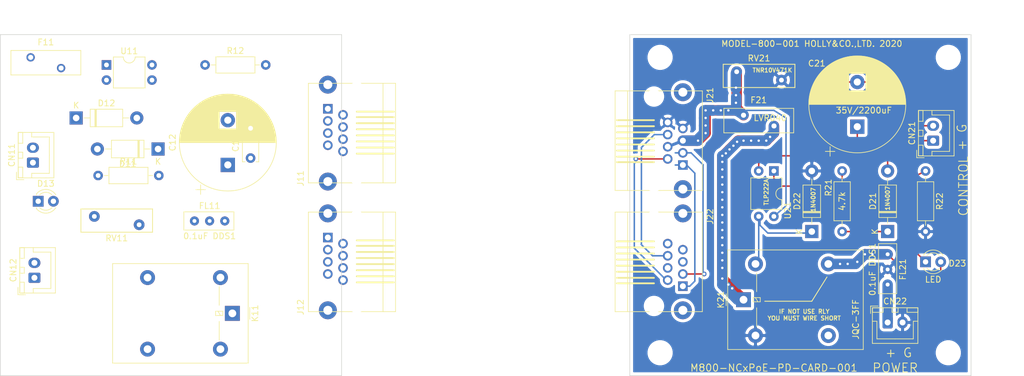
<source format=kicad_pcb>
(kicad_pcb (version 20171130) (host pcbnew 5.1.6-c6e7f7d~86~ubuntu18.04.1)

  (general
    (thickness 1.6)
    (drawings 19)
    (tracks 186)
    (zones 0)
    (modules 35)
    (nets 41)
  )

  (page A4)
  (title_block
    (title M800-NCxPoE)
    (date 2020-06-29)
    (rev 001)
  )

  (layers
    (0 F.Cu signal)
    (31 B.Cu signal)
    (32 B.Adhes user hide)
    (33 F.Adhes user hide)
    (34 B.Paste user hide)
    (35 F.Paste user hide)
    (36 B.SilkS user)
    (37 F.SilkS user)
    (38 B.Mask user)
    (39 F.Mask user)
    (40 Dwgs.User user)
    (41 Cmts.User user hide)
    (42 Eco1.User user hide)
    (43 Eco2.User user hide)
    (44 Edge.Cuts user)
    (45 Margin user)
    (46 B.CrtYd user hide)
    (47 F.CrtYd user)
    (48 B.Fab user hide)
    (49 F.Fab user hide)
  )

  (setup
    (last_trace_width 1.75)
    (user_trace_width 1.75)
    (trace_clearance 0.2)
    (zone_clearance 0.508)
    (zone_45_only no)
    (trace_min 0.2)
    (via_size 0.8)
    (via_drill 0.4)
    (via_min_size 0.4)
    (via_min_drill 0.3)
    (uvia_size 0.3)
    (uvia_drill 0.1)
    (uvias_allowed no)
    (uvia_min_size 0.2)
    (uvia_min_drill 0.1)
    (edge_width 0.1)
    (segment_width 0.2)
    (pcb_text_width 0.3)
    (pcb_text_size 1.5 1.5)
    (mod_edge_width 0.15)
    (mod_text_size 1 1)
    (mod_text_width 0.15)
    (pad_size 3.2 3.2)
    (pad_drill 3.2)
    (pad_to_mask_clearance 0)
    (aux_axis_origin 0 0)
    (visible_elements FFFFFF7F)
    (pcbplotparams
      (layerselection 0x010fc_ffffffff)
      (usegerberextensions false)
      (usegerberattributes true)
      (usegerberadvancedattributes true)
      (creategerberjobfile true)
      (excludeedgelayer true)
      (linewidth 0.100000)
      (plotframeref false)
      (viasonmask false)
      (mode 1)
      (useauxorigin false)
      (hpglpennumber 1)
      (hpglpenspeed 20)
      (hpglpendiameter 15.000000)
      (psnegative false)
      (psa4output false)
      (plotreference true)
      (plotvalue true)
      (plotinvisibletext false)
      (padsonsilk false)
      (subtractmaskfromsilk false)
      (outputformat 1)
      (mirror false)
      (drillshape 1)
      (scaleselection 1)
      (outputdirectory ""))
  )

  (net 0 "")
  (net 1 "Net-(C11-Pad1)")
  (net 2 "Net-(C11-Pad2)")
  (net 3 "Net-(C21-Pad2)")
  (net 4 "Net-(C21-Pad1)")
  (net 5 "Net-(D12-Pad1)")
  (net 6 "Net-(D22-Pad1)")
  (net 7 "Net-(F11-Pad1)")
  (net 8 "Net-(F21-Pad2)")
  (net 9 /PSEBUS1)
  (net 10 /PSEBUS3)
  (net 11 /PSEBUS2)
  (net 12 /PSEBUS4)
  (net 13 "Net-(J12-Pad8)")
  (net 14 "Net-(J12-Pad4)")
  (net 15 "Net-(J12-Pad7)")
  (net 16 "Net-(J12-Pad5)")
  (net 17 /PD1)
  (net 18 /PD3)
  (net 19 /PD2)
  (net 20 /PD4)
  (net 21 "Net-(J22-Pad8)")
  (net 22 "Net-(J22-Pad4)")
  (net 23 "Net-(J22-Pad7)")
  (net 24 "Net-(J22-Pad5)")
  (net 25 "Net-(K11-Pad3)")
  (net 26 "Net-(K21-Pad3)")
  (net 27 "Net-(R11-Pad1)")
  (net 28 "Net-(R21-Pad2)")
  (net 29 "Net-(CN11-Pad1)")
  (net 30 "Net-(CN12-Pad1)")
  (net 31 "Net-(CN21-Pad1)")
  (net 32 "Net-(CN22-Pad1)")
  (net 33 "Net-(F11-Pad2)")
  (net 34 "Net-(D13-Pad2)")
  (net 35 "Net-(D23-Pad2)")
  (net 36 "Net-(D23-Pad1)")
  (net 37 /PSE_GND)
  (net 38 /PD_GND)
  (net 39 /PD_PWR)
  (net 40 /PSE_PWR)

  (net_class Default "This is the default net class."
    (clearance 0.2)
    (trace_width 0.25)
    (via_dia 0.8)
    (via_drill 0.4)
    (uvia_dia 0.3)
    (uvia_drill 0.1)
    (add_net /PD1)
    (add_net /PD2)
    (add_net /PD3)
    (add_net /PD4)
    (add_net /PD_GND)
    (add_net /PD_PWR)
    (add_net /PSEBUS1)
    (add_net /PSEBUS2)
    (add_net /PSEBUS3)
    (add_net /PSEBUS4)
    (add_net /PSE_GND)
    (add_net /PSE_PWR)
    (add_net "Net-(C11-Pad1)")
    (add_net "Net-(C11-Pad2)")
    (add_net "Net-(C21-Pad1)")
    (add_net "Net-(C21-Pad2)")
    (add_net "Net-(CN11-Pad1)")
    (add_net "Net-(CN12-Pad1)")
    (add_net "Net-(CN21-Pad1)")
    (add_net "Net-(CN22-Pad1)")
    (add_net "Net-(D12-Pad1)")
    (add_net "Net-(D13-Pad2)")
    (add_net "Net-(D22-Pad1)")
    (add_net "Net-(D23-Pad1)")
    (add_net "Net-(D23-Pad2)")
    (add_net "Net-(F11-Pad1)")
    (add_net "Net-(F11-Pad2)")
    (add_net "Net-(F21-Pad2)")
    (add_net "Net-(J12-Pad4)")
    (add_net "Net-(J12-Pad5)")
    (add_net "Net-(J12-Pad7)")
    (add_net "Net-(J12-Pad8)")
    (add_net "Net-(J22-Pad4)")
    (add_net "Net-(J22-Pad5)")
    (add_net "Net-(J22-Pad7)")
    (add_net "Net-(J22-Pad8)")
    (add_net "Net-(K11-Pad3)")
    (add_net "Net-(K21-Pad3)")
    (add_net "Net-(R11-Pad1)")
    (add_net "Net-(R21-Pad2)")
  )

  (module HOLLY:RJ45_Neltron_7810-8P8C (layer F.Cu) (tedit 5F0091D5) (tstamp 5F01B214)
    (at 180.58 95.25 270)
    (descr "RJ45 Socket 秋月通商 http://akizukidenshi.com/catalog/g/gC-00159/")
    (path /5F2371E9)
    (fp_text reference J22 (at -7.6 -9.4 90) (layer F.SilkS)
      (effects (font (size 1 1) (thickness 0.15)))
    )
    (fp_text value RJ45 (at 1.6 -9.4 90) (layer F.Fab)
      (effects (font (size 1 1) (thickness 0.15)))
    )
    (fp_line (start -10 7) (end -10 -8.4) (layer F.CrtYd) (width 0.12))
    (fp_line (start 10 7) (end -10 7) (layer F.CrtYd) (width 0.12))
    (fp_line (start 10 -8.4) (end 10 7) (layer F.CrtYd) (width 0.12))
    (fp_line (start -10 -8.4) (end 10 -8.4) (layer F.CrtYd) (width 0.12))
    (fp_line (start -3.44 0) (end -3.44 6.2) (layer F.SilkS) (width 0.3))
    (fp_line (start -2.42 0) (end -2.42 6.2) (layer F.SilkS) (width 0.3))
    (fp_line (start -1.4 0) (end -1.4 6.2) (layer F.SilkS) (width 0.3))
    (fp_line (start -0.38 0) (end -0.38 6.2) (layer F.SilkS) (width 0.3))
    (fp_line (start 0.64 0) (end 0.64 6.2) (layer F.SilkS) (width 0.3))
    (fp_line (start 1.66 0) (end 1.66 6.2) (layer F.SilkS) (width 0.3))
    (fp_line (start 2.68 0) (end 2.68 6.2) (layer F.SilkS) (width 0.3))
    (fp_line (start 3.6 0) (end 3.6 6.2) (layer F.SilkS) (width 0.3))
    (fp_line (start -8.35 4.4) (end 8.35 4.4) (layer F.SilkS) (width 0.12))
    (fp_line (start -8.35 6.5) (end -8.35 -8.1) (layer F.SilkS) (width 0.12))
    (fp_line (start 8.35 6.5) (end -8.35 6.5) (layer F.SilkS) (width 0.12))
    (fp_line (start 8.35 -8.1) (end 8.35 6.5) (layer F.SilkS) (width 0.12))
    (fp_line (start -8.35 -8.1) (end 8.35 -8.1) (layer F.SilkS) (width 0.12))
    (pad 8 thru_hole circle (at -3.06 -2.3 270) (size 1.6 1.6) (drill 1) (layers *.Cu *.Mask)
      (net 21 "Net-(J22-Pad8)"))
    (pad 7 thru_hole circle (at -2.04 -4.84 270) (size 1.6 1.6) (drill 1) (layers *.Cu *.Mask)
      (net 23 "Net-(J22-Pad7)"))
    (pad 6 thru_hole circle (at -1.02 -2.3 270) (size 1.6 1.6) (drill 1) (layers *.Cu *.Mask)
      (net 20 /PD4))
    (pad 5 thru_hole circle (at 0 -4.84 270) (size 1.6 1.6) (drill 1) (layers *.Cu *.Mask)
      (net 24 "Net-(J22-Pad5)"))
    (pad 4 thru_hole circle (at 1.02 -2.3 270) (size 1.6 1.6) (drill 1) (layers *.Cu *.Mask)
      (net 22 "Net-(J22-Pad4)"))
    (pad 3 thru_hole circle (at 2.04 -4.84 270) (size 1.6 1.6) (drill 1) (layers *.Cu *.Mask)
      (net 18 /PD3))
    (pad 2 thru_hole circle (at 3.06 -2.3 270) (size 1.6 1.6) (drill 1) (layers *.Cu *.Mask)
      (net 19 /PD2))
    (pad 1 thru_hole rect (at 4.08 -4.84 270) (size 1.6 1.6) (drill 1) (layers *.Cu *.Mask)
      (net 17 /PD1))
    (pad "" thru_hole circle (at 8.125 -4.84 270) (size 3 3) (drill 1.5) (layers *.Cu *.Mask))
    (pad "" thru_hole circle (at -8.125 -4.84 270) (size 3 3) (drill 1.5) (layers *.Cu *.Mask))
    (pad "" np_thru_hole circle (at 7.4 0 270) (size 2.4 2.4) (drill 2.4) (layers *.Cu *.Mask))
    (pad "" np_thru_hole circle (at -7.4 0 270) (size 2.4 2.4) (drill 2.4) (layers *.Cu *.Mask))
    (model :HOLLY_3DMOD:RJ45_Neltron_7810-8P8C.wrl
      (offset (xyz -8.5 -6.5 0))
      (scale (xyz 1 1 1))
      (rotate (xyz 0 0 0))
    )
  )

  (module HOLLY:RJ45_Neltron_7810-8P8C (layer F.Cu) (tedit 5F0091D5) (tstamp 5F01B1B1)
    (at 180.58 74.93 270)
    (descr "RJ45 Socket 秋月通商 http://akizukidenshi.com/catalog/g/gC-00159/")
    (path /5F235E93)
    (fp_text reference J21 (at -7.6 -9.4 90) (layer F.SilkS)
      (effects (font (size 1 1) (thickness 0.15)))
    )
    (fp_text value RJ45 (at 1.6 -9.4 90) (layer F.Fab)
      (effects (font (size 1 1) (thickness 0.15)))
    )
    (fp_line (start -10 7) (end -10 -8.4) (layer F.CrtYd) (width 0.12))
    (fp_line (start 10 7) (end -10 7) (layer F.CrtYd) (width 0.12))
    (fp_line (start 10 -8.4) (end 10 7) (layer F.CrtYd) (width 0.12))
    (fp_line (start -10 -8.4) (end 10 -8.4) (layer F.CrtYd) (width 0.12))
    (fp_line (start -3.44 0) (end -3.44 6.2) (layer F.SilkS) (width 0.3))
    (fp_line (start -2.42 0) (end -2.42 6.2) (layer F.SilkS) (width 0.3))
    (fp_line (start -1.4 0) (end -1.4 6.2) (layer F.SilkS) (width 0.3))
    (fp_line (start -0.38 0) (end -0.38 6.2) (layer F.SilkS) (width 0.3))
    (fp_line (start 0.64 0) (end 0.64 6.2) (layer F.SilkS) (width 0.3))
    (fp_line (start 1.66 0) (end 1.66 6.2) (layer F.SilkS) (width 0.3))
    (fp_line (start 2.68 0) (end 2.68 6.2) (layer F.SilkS) (width 0.3))
    (fp_line (start 3.6 0) (end 3.6 6.2) (layer F.SilkS) (width 0.3))
    (fp_line (start -8.35 4.4) (end 8.35 4.4) (layer F.SilkS) (width 0.12))
    (fp_line (start -8.35 6.5) (end -8.35 -8.1) (layer F.SilkS) (width 0.12))
    (fp_line (start 8.35 6.5) (end -8.35 6.5) (layer F.SilkS) (width 0.12))
    (fp_line (start 8.35 -8.1) (end 8.35 6.5) (layer F.SilkS) (width 0.12))
    (fp_line (start -8.35 -8.1) (end 8.35 -8.1) (layer F.SilkS) (width 0.12))
    (pad 8 thru_hole circle (at -3.06 -2.3 270) (size 1.6 1.6) (drill 1) (layers *.Cu *.Mask)
      (net 38 /PD_GND))
    (pad 7 thru_hole circle (at -2.04 -4.84 270) (size 1.6 1.6) (drill 1) (layers *.Cu *.Mask)
      (net 38 /PD_GND))
    (pad 6 thru_hole circle (at -1.02 -2.3 270) (size 1.6 1.6) (drill 1) (layers *.Cu *.Mask)
      (net 20 /PD4))
    (pad 5 thru_hole circle (at 0 -4.84 270) (size 1.6 1.6) (drill 1) (layers *.Cu *.Mask)
      (net 39 /PD_PWR))
    (pad 4 thru_hole circle (at 1.02 -2.3 270) (size 1.6 1.6) (drill 1) (layers *.Cu *.Mask)
      (net 39 /PD_PWR))
    (pad 3 thru_hole circle (at 2.04 -4.84 270) (size 1.6 1.6) (drill 1) (layers *.Cu *.Mask)
      (net 18 /PD3))
    (pad 2 thru_hole circle (at 3.06 -2.3 270) (size 1.6 1.6) (drill 1) (layers *.Cu *.Mask)
      (net 19 /PD2))
    (pad 1 thru_hole rect (at 4.08 -4.84 270) (size 1.6 1.6) (drill 1) (layers *.Cu *.Mask)
      (net 17 /PD1))
    (pad "" thru_hole circle (at 8.125 -4.84 270) (size 3 3) (drill 1.5) (layers *.Cu *.Mask))
    (pad "" thru_hole circle (at -8.125 -4.84 270) (size 3 3) (drill 1.5) (layers *.Cu *.Mask))
    (pad "" np_thru_hole circle (at 7.4 0 270) (size 2.4 2.4) (drill 2.4) (layers *.Cu *.Mask))
    (pad "" np_thru_hole circle (at -7.4 0 270) (size 2.4 2.4) (drill 2.4) (layers *.Cu *.Mask))
    (model :HOLLY_3DMOD:RJ45_Neltron_7810-8P8C.wrl
      (offset (xyz -8.5 -6.5 0))
      (scale (xyz 1 1 1))
      (rotate (xyz 0 0 0))
    )
  )

  (module HOLLY:RJ45_Neltron_7810-8P8C (layer F.Cu) (tedit 5F0091D5) (tstamp 5EF8F767)
    (at 130.81 95.25 90)
    (descr "RJ45 Socket 秋月通商 http://akizukidenshi.com/catalog/g/gC-00159/")
    (path /5F2DD143)
    (fp_text reference J12 (at -7.6 -9.4 90) (layer F.SilkS)
      (effects (font (size 1 1) (thickness 0.15)))
    )
    (fp_text value RJ45 (at 1.6 -9.4 90) (layer F.Fab)
      (effects (font (size 1 1) (thickness 0.15)))
    )
    (fp_line (start -10 7) (end -10 -8.4) (layer F.CrtYd) (width 0.12))
    (fp_line (start 10 7) (end -10 7) (layer F.CrtYd) (width 0.12))
    (fp_line (start 10 -8.4) (end 10 7) (layer F.CrtYd) (width 0.12))
    (fp_line (start -10 -8.4) (end 10 -8.4) (layer F.CrtYd) (width 0.12))
    (fp_line (start -3.44 0) (end -3.44 6.2) (layer F.SilkS) (width 0.3))
    (fp_line (start -2.42 0) (end -2.42 6.2) (layer F.SilkS) (width 0.3))
    (fp_line (start -1.4 0) (end -1.4 6.2) (layer F.SilkS) (width 0.3))
    (fp_line (start -0.38 0) (end -0.38 6.2) (layer F.SilkS) (width 0.3))
    (fp_line (start 0.64 0) (end 0.64 6.2) (layer F.SilkS) (width 0.3))
    (fp_line (start 1.66 0) (end 1.66 6.2) (layer F.SilkS) (width 0.3))
    (fp_line (start 2.68 0) (end 2.68 6.2) (layer F.SilkS) (width 0.3))
    (fp_line (start 3.6 0) (end 3.6 6.2) (layer F.SilkS) (width 0.3))
    (fp_line (start -8.35 4.4) (end 8.35 4.4) (layer F.SilkS) (width 0.12))
    (fp_line (start -8.35 6.5) (end -8.35 -8.1) (layer F.SilkS) (width 0.12))
    (fp_line (start 8.35 6.5) (end -8.35 6.5) (layer F.SilkS) (width 0.12))
    (fp_line (start 8.35 -8.1) (end 8.35 6.5) (layer F.SilkS) (width 0.12))
    (fp_line (start -8.35 -8.1) (end 8.35 -8.1) (layer F.SilkS) (width 0.12))
    (pad 8 thru_hole circle (at -3.06 -2.3 90) (size 1.6 1.6) (drill 1) (layers *.Cu *.Mask)
      (net 13 "Net-(J12-Pad8)"))
    (pad 7 thru_hole circle (at -2.04 -4.84 90) (size 1.6 1.6) (drill 1) (layers *.Cu *.Mask)
      (net 15 "Net-(J12-Pad7)"))
    (pad 6 thru_hole circle (at -1.02 -2.3 90) (size 1.6 1.6) (drill 1) (layers *.Cu *.Mask)
      (net 12 /PSEBUS4))
    (pad 5 thru_hole circle (at 0 -4.84 90) (size 1.6 1.6) (drill 1) (layers *.Cu *.Mask)
      (net 16 "Net-(J12-Pad5)"))
    (pad 4 thru_hole circle (at 1.02 -2.3 90) (size 1.6 1.6) (drill 1) (layers *.Cu *.Mask)
      (net 14 "Net-(J12-Pad4)"))
    (pad 3 thru_hole circle (at 2.04 -4.84 90) (size 1.6 1.6) (drill 1) (layers *.Cu *.Mask)
      (net 10 /PSEBUS3))
    (pad 2 thru_hole circle (at 3.06 -2.3 90) (size 1.6 1.6) (drill 1) (layers *.Cu *.Mask)
      (net 11 /PSEBUS2))
    (pad 1 thru_hole rect (at 4.08 -4.84 90) (size 1.6 1.6) (drill 1) (layers *.Cu *.Mask)
      (net 9 /PSEBUS1))
    (pad "" thru_hole circle (at 8.125 -4.84 90) (size 3 3) (drill 1.5) (layers *.Cu *.Mask))
    (pad "" thru_hole circle (at -8.125 -4.84 90) (size 3 3) (drill 1.5) (layers *.Cu *.Mask))
    (pad "" np_thru_hole circle (at 7.4 0 90) (size 2.4 2.4) (drill 2.4) (layers *.Cu *.Mask))
    (pad "" np_thru_hole circle (at -7.4 0 90) (size 2.4 2.4) (drill 2.4) (layers *.Cu *.Mask))
    (model :HOLLY_3DMOD:RJ45_Neltron_7810-8P8C.wrl
      (offset (xyz -8.5 -6.5 0))
      (scale (xyz 1 1 1))
      (rotate (xyz 0 0 0))
    )
  )

  (module HOLLY:RJ45_Neltron_7810-8P8C (layer F.Cu) (tedit 5F0091D5) (tstamp 5EF8F744)
    (at 130.81 73.66 90)
    (descr "RJ45 Socket 秋月通商 http://akizukidenshi.com/catalog/g/gC-00159/")
    (path /5F2DC0A3)
    (fp_text reference J11 (at -7.6 -9.4 90) (layer F.SilkS)
      (effects (font (size 1 1) (thickness 0.15)))
    )
    (fp_text value RJ45 (at 1.6 -9.4 90) (layer F.Fab)
      (effects (font (size 1 1) (thickness 0.15)))
    )
    (fp_line (start -10 7) (end -10 -8.4) (layer F.CrtYd) (width 0.12))
    (fp_line (start 10 7) (end -10 7) (layer F.CrtYd) (width 0.12))
    (fp_line (start 10 -8.4) (end 10 7) (layer F.CrtYd) (width 0.12))
    (fp_line (start -10 -8.4) (end 10 -8.4) (layer F.CrtYd) (width 0.12))
    (fp_line (start -3.44 0) (end -3.44 6.2) (layer F.SilkS) (width 0.3))
    (fp_line (start -2.42 0) (end -2.42 6.2) (layer F.SilkS) (width 0.3))
    (fp_line (start -1.4 0) (end -1.4 6.2) (layer F.SilkS) (width 0.3))
    (fp_line (start -0.38 0) (end -0.38 6.2) (layer F.SilkS) (width 0.3))
    (fp_line (start 0.64 0) (end 0.64 6.2) (layer F.SilkS) (width 0.3))
    (fp_line (start 1.66 0) (end 1.66 6.2) (layer F.SilkS) (width 0.3))
    (fp_line (start 2.68 0) (end 2.68 6.2) (layer F.SilkS) (width 0.3))
    (fp_line (start 3.6 0) (end 3.6 6.2) (layer F.SilkS) (width 0.3))
    (fp_line (start -8.35 4.4) (end 8.35 4.4) (layer F.SilkS) (width 0.12))
    (fp_line (start -8.35 6.5) (end -8.35 -8.1) (layer F.SilkS) (width 0.12))
    (fp_line (start 8.35 6.5) (end -8.35 6.5) (layer F.SilkS) (width 0.12))
    (fp_line (start 8.35 -8.1) (end 8.35 6.5) (layer F.SilkS) (width 0.12))
    (fp_line (start -8.35 -8.1) (end 8.35 -8.1) (layer F.SilkS) (width 0.12))
    (pad 8 thru_hole circle (at -3.06 -2.3 90) (size 1.6 1.6) (drill 1) (layers *.Cu *.Mask)
      (net 37 /PSE_GND))
    (pad 7 thru_hole circle (at -2.04 -4.84 90) (size 1.6 1.6) (drill 1) (layers *.Cu *.Mask)
      (net 37 /PSE_GND))
    (pad 6 thru_hole circle (at -1.02 -2.3 90) (size 1.6 1.6) (drill 1) (layers *.Cu *.Mask)
      (net 12 /PSEBUS4))
    (pad 5 thru_hole circle (at 0 -4.84 90) (size 1.6 1.6) (drill 1) (layers *.Cu *.Mask)
      (net 40 /PSE_PWR))
    (pad 4 thru_hole circle (at 1.02 -2.3 90) (size 1.6 1.6) (drill 1) (layers *.Cu *.Mask)
      (net 40 /PSE_PWR))
    (pad 3 thru_hole circle (at 2.04 -4.84 90) (size 1.6 1.6) (drill 1) (layers *.Cu *.Mask)
      (net 10 /PSEBUS3))
    (pad 2 thru_hole circle (at 3.06 -2.3 90) (size 1.6 1.6) (drill 1) (layers *.Cu *.Mask)
      (net 11 /PSEBUS2))
    (pad 1 thru_hole rect (at 4.08 -4.84 90) (size 1.6 1.6) (drill 1) (layers *.Cu *.Mask)
      (net 9 /PSEBUS1))
    (pad "" thru_hole circle (at 8.125 -4.84 90) (size 3 3) (drill 1.5) (layers *.Cu *.Mask))
    (pad "" thru_hole circle (at -8.125 -4.84 90) (size 3 3) (drill 1.5) (layers *.Cu *.Mask))
    (pad "" np_thru_hole circle (at 7.4 0 90) (size 2.4 2.4) (drill 2.4) (layers *.Cu *.Mask))
    (pad "" np_thru_hole circle (at -7.4 0 90) (size 2.4 2.4) (drill 2.4) (layers *.Cu *.Mask))
    (model :HOLLY_3DMOD:RJ45_Neltron_7810-8P8C.wrl
      (offset (xyz -8.5 -6.5 0))
      (scale (xyz 1 1 1))
      (rotate (xyz 0 0 0))
    )
  )

  (module Relay_THT:Relay_SPDT_Omron-G5LE-1 (layer F.Cu) (tedit 5AE38B37) (tstamp 5F01B9AA)
    (at 195.58 101.6 90)
    (descr "Omron Relay SPDT, http://www.omron.com/ecb/products/pdf/en-g5le.pdf")
    (tags "Omron Relay SPDT")
    (path /9B8BA149)
    (fp_text reference K21 (at 0 -3.8 90) (layer F.SilkS)
      (effects (font (size 1 1) (thickness 0.15)))
    )
    (fp_text value JQC-3FF (at -3.302 18.796 90) (layer F.SilkS)
      (effects (font (size 1 1) (thickness 0.15)))
    )
    (fp_line (start 0 -1.55) (end 1 -2.55) (layer F.Fab) (width 0.1))
    (fp_line (start 1 -2.55) (end 8.25 -2.55) (layer F.Fab) (width 0.1))
    (fp_line (start 8.25 -2.55) (end 8.25 19.95) (layer F.Fab) (width 0.1))
    (fp_line (start 8.25 19.95) (end -8.25 19.95) (layer F.Fab) (width 0.1))
    (fp_line (start -8.25 19.95) (end -8.25 -2.55) (layer F.Fab) (width 0.1))
    (fp_line (start -8.25 -2.55) (end -1 -2.55) (layer F.Fab) (width 0.1))
    (fp_line (start -1 -2.55) (end 0 -1.55) (layer F.Fab) (width 0.1))
    (fp_line (start -4.5 2) (end 4.5 2) (layer F.Fab) (width 0.1))
    (fp_line (start 8.35 20.05) (end 8.35 -2.65) (layer F.SilkS) (width 0.12))
    (fp_line (start 8.35 -2.65) (end -8.35 -2.65) (layer F.SilkS) (width 0.12))
    (fp_line (start -8.35 -2.65) (end -8.35 20.05) (layer F.SilkS) (width 0.12))
    (fp_line (start -8.35 20.05) (end 8.35 20.05) (layer F.SilkS) (width 0.12))
    (fp_line (start -0.35 2.4) (end 0.35 2) (layer F.SilkS) (width 0.12))
    (fp_line (start 0.35 2.8) (end 0.35 1.6) (layer F.SilkS) (width 0.12))
    (fp_line (start 0.35 1.6) (end -0.35 1.6) (layer F.SilkS) (width 0.12))
    (fp_line (start -0.35 1.6) (end -0.35 2.8) (layer F.SilkS) (width 0.12))
    (fp_line (start -0.35 2.8) (end 0.35 2.8) (layer F.SilkS) (width 0.12))
    (fp_line (start -1 -2.91) (end 1 -2.91) (layer F.SilkS) (width 0.12))
    (fp_line (start -4.5 2.2) (end -1.35 2.2) (layer F.SilkS) (width 0.12))
    (fp_line (start 1.35 2.2) (end 4.5 2.2) (layer F.SilkS) (width 0.12))
    (fp_line (start 8.5 20.2) (end 8.5 -2.8) (layer F.CrtYd) (width 0.05))
    (fp_line (start 8.5 -2.8) (end -8.5 -2.8) (layer F.CrtYd) (width 0.05))
    (fp_line (start -8.5 -2.8) (end -8.5 20.2) (layer F.CrtYd) (width 0.05))
    (fp_line (start -8.5 20.2) (end 8.5 20.2) (layer F.CrtYd) (width 0.05))
    (fp_text user %R (at 0 8.7 90) (layer F.Fab) hide
      (effects (font (size 1 1) (thickness 0.15)))
    )
    (pad 5 thru_hole oval (at 6 2 90) (size 2.5 2.5) (drill 1.3) (layers *.Cu *.Mask)
      (net 6 "Net-(D22-Pad1)"))
    (pad 4 thru_hole oval (at 6 14.2 90) (size 2.5 2.5) (drill 1.3) (layers *.Cu *.Mask)
      (net 35 "Net-(D23-Pad2)"))
    (pad 3 thru_hole oval (at -6 14.2 90) (size 2.5 2.5) (drill 1.3) (layers *.Cu *.Mask)
      (net 26 "Net-(K21-Pad3)"))
    (pad 2 thru_hole oval (at -6 2 90) (size 2.5 2.5) (drill 1.3) (layers *.Cu *.Mask)
      (net 38 /PD_GND))
    (pad 1 thru_hole rect (at 0 0 90) (size 2.5 2.5) (drill 1.3) (layers *.Cu *.Mask)
      (net 8 "Net-(F21-Pad2)"))
    (model ${KISYS3DMOD}/Relay_THT.3dshapes/Relay_SPDT_Omron-G5LE-1.wrl
      (at (xyz 0 0 0))
      (scale (xyz 1 1 1))
      (rotate (xyz 0 0 0))
    )
    (model :HOLLY_3DMOD:JQF-3FF-1C.wrl
      (at (xyz 0 0 0))
      (scale (xyz 1 1 1))
      (rotate (xyz 0 0 0))
    )
  )

  (module MountingHole:MountingHole_3.2mm_M3 (layer F.Cu) (tedit 56D1B4CB) (tstamp 5F01B9F3)
    (at 229.87 60.96)
    (descr "Mounting Hole 3.2mm, no annular, M3")
    (tags "mounting hole 3.2mm no annular m3")
    (attr virtual)
    (fp_text reference REF** (at 0 -4.2) (layer F.SilkS) hide
      (effects (font (size 1 1) (thickness 0.15)))
    )
    (fp_text value MountingHole_3.2mm_M3 (at 0 4.2) (layer F.Fab) hide
      (effects (font (size 1 1) (thickness 0.15)))
    )
    (fp_circle (center 0 0) (end 3.2 0) (layer Cmts.User) (width 0.15))
    (fp_circle (center 0 0) (end 3.45 0) (layer F.CrtYd) (width 0.05))
    (fp_text user %R (at 0.3 0) (layer F.Fab) hide
      (effects (font (size 1 1) (thickness 0.15)))
    )
    (pad 1 np_thru_hole circle (at 0 0) (size 3.2 3.2) (drill 3.2) (layers *.Cu *.Mask))
  )

  (module MountingHole:MountingHole_3.2mm_M3 (layer F.Cu) (tedit 56D1B4CB) (tstamp 5F01BA0E)
    (at 229.87 110.49)
    (descr "Mounting Hole 3.2mm, no annular, M3")
    (tags "mounting hole 3.2mm no annular m3")
    (attr virtual)
    (fp_text reference REF** (at 0 -4.2) (layer F.SilkS) hide
      (effects (font (size 1 1) (thickness 0.15)))
    )
    (fp_text value MountingHole_3.2mm_M3 (at 0 4.2) (layer F.Fab) hide
      (effects (font (size 1 1) (thickness 0.15)))
    )
    (fp_circle (center 0 0) (end 3.45 0) (layer F.CrtYd) (width 0.05))
    (fp_circle (center 0 0) (end 3.2 0) (layer Cmts.User) (width 0.15))
    (fp_text user %R (at 0.3 0) (layer F.Fab) hide
      (effects (font (size 1 1) (thickness 0.15)))
    )
    (pad 1 np_thru_hole circle (at 0 0) (size 3.2 3.2) (drill 3.2) (layers *.Cu *.Mask))
  )

  (module MountingHole:MountingHole_3.2mm_M3 (layer F.Cu) (tedit 56D1B4CB) (tstamp 5F01B50D)
    (at 181.61 110.49)
    (descr "Mounting Hole 3.2mm, no annular, M3")
    (tags "mounting hole 3.2mm no annular m3")
    (attr virtual)
    (fp_text reference REF** (at 0 -4.2) (layer F.SilkS) hide
      (effects (font (size 1 1) (thickness 0.15)))
    )
    (fp_text value MountingHole_3.2mm_M3 (at 0 4.2) (layer F.Fab) hide
      (effects (font (size 1 1) (thickness 0.15)))
    )
    (fp_circle (center 0 0) (end 3.2 0) (layer Cmts.User) (width 0.15))
    (fp_circle (center 0 0) (end 3.45 0) (layer F.CrtYd) (width 0.05))
    (fp_text user %R (at 0.3 0) (layer F.Fab) hide
      (effects (font (size 1 1) (thickness 0.15)))
    )
    (pad 1 np_thru_hole circle (at 0 0) (size 3.2 3.2) (drill 3.2) (layers *.Cu *.Mask))
  )

  (module MountingHole:MountingHole_3.2mm_M3 (layer F.Cu) (tedit 56D1B4CB) (tstamp 5F01B5F4)
    (at 181.61 60.96)
    (descr "Mounting Hole 3.2mm, no annular, M3")
    (tags "mounting hole 3.2mm no annular m3")
    (attr virtual)
    (fp_text reference REF** (at 0 -4.2) (layer F.SilkS) hide
      (effects (font (size 1 1) (thickness 0.15)))
    )
    (fp_text value MountingHole_3.2mm_M3 (at 0 4.2) (layer F.Fab) hide
      (effects (font (size 1 1) (thickness 0.15)))
    )
    (fp_circle (center 0 0) (end 3.45 0) (layer F.CrtYd) (width 0.05))
    (fp_circle (center 0 0) (end 3.2 0) (layer Cmts.User) (width 0.15))
    (fp_text user %R (at 0.3 0) (layer F.Fab) hide
      (effects (font (size 1 1) (thickness 0.15)))
    )
    (pad 1 np_thru_hole circle (at 0 0) (size 3.2 3.2) (drill 3.2) (layers *.Cu *.Mask))
  )

  (module HOLLY:DSS1 (layer F.Cu) (tedit 5EF9D97F) (tstamp 5F01B37E)
    (at 219.71 96.52 270)
    (descr DSS1NB32A)
    (tags "murata EMI EMIFUL")
    (path /5EFFDDC2)
    (fp_text reference FL21 (at 0 -2.54 90) (layer F.SilkS)
      (effects (font (size 1 1) (thickness 0.15)))
    )
    (fp_text value "0.1uF DDS1" (at 0 2.54 90) (layer F.SilkS)
      (effects (font (size 1 1) (thickness 0.15)))
    )
    (fp_line (start -4.318 -1.524) (end -4.318 1.524) (layer F.SilkS) (width 0.12))
    (fp_line (start -4.318 1.524) (end 4.064 1.524) (layer F.SilkS) (width 0.12))
    (fp_line (start 4.064 1.524) (end 4.064 -1.524) (layer F.SilkS) (width 0.12))
    (fp_line (start 4.064 -1.524) (end -4.318 -1.524) (layer F.SilkS) (width 0.12))
    (pad 1 thru_hole circle (at -2.54 0 270) (size 1.524 1.524) (drill 0.662) (layers *.Cu *.Mask)
      (net 35 "Net-(D23-Pad2)"))
    (pad 2 thru_hole circle (at 0 0 270) (size 1.524 1.524) (drill 0.662) (layers *.Cu *.Mask)
      (net 38 /PD_GND))
    (pad 3 thru_hole circle (at 2.54 0 270) (size 1.524 1.524) (drill 0.662) (layers *.Cu *.Mask)
      (net 32 "Net-(CN22-Pad1)"))
  )

  (module HOLLY:DSS1 (layer F.Cu) (tedit 5EF9D97F) (tstamp 5EFAEAD7)
    (at 106.172 88.392)
    (descr DSS1NB32A)
    (tags "murata EMI EMIFUL")
    (path /5EFFF09E)
    (fp_text reference FL11 (at 0 -2.54) (layer F.SilkS)
      (effects (font (size 1 1) (thickness 0.15)))
    )
    (fp_text value "0.1uF DDS1" (at 0 2.54) (layer F.SilkS)
      (effects (font (size 1 1) (thickness 0.15)))
    )
    (fp_line (start -4.318 -1.524) (end -4.318 1.524) (layer F.SilkS) (width 0.12))
    (fp_line (start -4.318 1.524) (end 4.064 1.524) (layer F.SilkS) (width 0.12))
    (fp_line (start 4.064 1.524) (end 4.064 -1.524) (layer F.SilkS) (width 0.12))
    (fp_line (start 4.064 -1.524) (end -4.318 -1.524) (layer F.SilkS) (width 0.12))
    (pad 1 thru_hole circle (at -2.54 0) (size 1.524 1.524) (drill 0.662) (layers *.Cu *.Mask)
      (net 30 "Net-(CN12-Pad1)"))
    (pad 2 thru_hole circle (at 0 0) (size 1.524 1.524) (drill 0.662) (layers *.Cu *.Mask)
      (net 37 /PSE_GND))
    (pad 3 thru_hole circle (at 2.54 0) (size 1.524 1.524) (drill 0.662) (layers *.Cu *.Mask)
      (net 33 "Net-(F11-Pad2)"))
  )

  (module Resistor_THT:R_Axial_DIN0207_L6.3mm_D2.5mm_P10.16mm_Horizontal (layer F.Cu) (tedit 5AE5139B) (tstamp 5F01B531)
    (at 226.06 80.01 270)
    (descr "Resistor, Axial_DIN0207 series, Axial, Horizontal, pin pitch=10.16mm, 0.25W = 1/4W, length*diameter=6.3*2.5mm^2, http://cdn-reichelt.de/documents/datenblatt/B400/1_4W%23YAG.pdf")
    (tags "Resistor Axial_DIN0207 series Axial Horizontal pin pitch 10.16mm 0.25W = 1/4W length 6.3mm diameter 2.5mm")
    (path /5F0794E0)
    (fp_text reference R22 (at 5.08 -2.37 90) (layer F.SilkS)
      (effects (font (size 1 1) (thickness 0.15)))
    )
    (fp_text value R_US (at 5.08 2.37 90) (layer F.Fab) hide
      (effects (font (size 1 1) (thickness 0.15)))
    )
    (fp_line (start 11.21 -1.5) (end -1.05 -1.5) (layer F.CrtYd) (width 0.05))
    (fp_line (start 11.21 1.5) (end 11.21 -1.5) (layer F.CrtYd) (width 0.05))
    (fp_line (start -1.05 1.5) (end 11.21 1.5) (layer F.CrtYd) (width 0.05))
    (fp_line (start -1.05 -1.5) (end -1.05 1.5) (layer F.CrtYd) (width 0.05))
    (fp_line (start 9.12 0) (end 8.35 0) (layer F.SilkS) (width 0.12))
    (fp_line (start 1.04 0) (end 1.81 0) (layer F.SilkS) (width 0.12))
    (fp_line (start 8.35 -1.37) (end 1.81 -1.37) (layer F.SilkS) (width 0.12))
    (fp_line (start 8.35 1.37) (end 8.35 -1.37) (layer F.SilkS) (width 0.12))
    (fp_line (start 1.81 1.37) (end 8.35 1.37) (layer F.SilkS) (width 0.12))
    (fp_line (start 1.81 -1.37) (end 1.81 1.37) (layer F.SilkS) (width 0.12))
    (fp_line (start 10.16 0) (end 8.23 0) (layer F.Fab) (width 0.1))
    (fp_line (start 0 0) (end 1.93 0) (layer F.Fab) (width 0.1))
    (fp_line (start 8.23 -1.25) (end 1.93 -1.25) (layer F.Fab) (width 0.1))
    (fp_line (start 8.23 1.25) (end 8.23 -1.25) (layer F.Fab) (width 0.1))
    (fp_line (start 1.93 1.25) (end 8.23 1.25) (layer F.Fab) (width 0.1))
    (fp_line (start 1.93 -1.25) (end 1.93 1.25) (layer F.Fab) (width 0.1))
    (fp_text user %R (at 5.08 0 90) (layer F.Fab) hide
      (effects (font (size 1 1) (thickness 0.15)))
    )
    (pad 2 thru_hole oval (at 10.16 0 270) (size 1.6 1.6) (drill 0.8) (layers *.Cu *.Mask)
      (net 38 /PD_GND))
    (pad 1 thru_hole circle (at 0 0 270) (size 1.6 1.6) (drill 0.8) (layers *.Cu *.Mask)
      (net 36 "Net-(D23-Pad1)"))
    (model ${KISYS3DMOD}/Resistor_THT.3dshapes/R_Axial_DIN0207_L6.3mm_D2.5mm_P10.16mm_Horizontal.wrl
      (at (xyz 0 0 0))
      (scale (xyz 1 1 1))
      (rotate (xyz 0 0 0))
    )
  )

  (module Resistor_THT:R_Axial_DIN0207_L6.3mm_D2.5mm_P10.16mm_Horizontal (layer F.Cu) (tedit 5AE5139B) (tstamp 5EFAD3E6)
    (at 105.41 62.23)
    (descr "Resistor, Axial_DIN0207 series, Axial, Horizontal, pin pitch=10.16mm, 0.25W = 1/4W, length*diameter=6.3*2.5mm^2, http://cdn-reichelt.de/documents/datenblatt/B400/1_4W%23YAG.pdf")
    (tags "Resistor Axial_DIN0207 series Axial Horizontal pin pitch 10.16mm 0.25W = 1/4W length 6.3mm diameter 2.5mm")
    (path /5F072746)
    (fp_text reference R12 (at 5.08 -2.37) (layer F.SilkS)
      (effects (font (size 1 1) (thickness 0.15)))
    )
    (fp_text value R_US (at 5.08 2.37) (layer F.Fab)
      (effects (font (size 1 1) (thickness 0.15)))
    )
    (fp_line (start 11.21 -1.5) (end -1.05 -1.5) (layer F.CrtYd) (width 0.05))
    (fp_line (start 11.21 1.5) (end 11.21 -1.5) (layer F.CrtYd) (width 0.05))
    (fp_line (start -1.05 1.5) (end 11.21 1.5) (layer F.CrtYd) (width 0.05))
    (fp_line (start -1.05 -1.5) (end -1.05 1.5) (layer F.CrtYd) (width 0.05))
    (fp_line (start 9.12 0) (end 8.35 0) (layer F.SilkS) (width 0.12))
    (fp_line (start 1.04 0) (end 1.81 0) (layer F.SilkS) (width 0.12))
    (fp_line (start 8.35 -1.37) (end 1.81 -1.37) (layer F.SilkS) (width 0.12))
    (fp_line (start 8.35 1.37) (end 8.35 -1.37) (layer F.SilkS) (width 0.12))
    (fp_line (start 1.81 1.37) (end 8.35 1.37) (layer F.SilkS) (width 0.12))
    (fp_line (start 1.81 -1.37) (end 1.81 1.37) (layer F.SilkS) (width 0.12))
    (fp_line (start 10.16 0) (end 8.23 0) (layer F.Fab) (width 0.1))
    (fp_line (start 0 0) (end 1.93 0) (layer F.Fab) (width 0.1))
    (fp_line (start 8.23 -1.25) (end 1.93 -1.25) (layer F.Fab) (width 0.1))
    (fp_line (start 8.23 1.25) (end 8.23 -1.25) (layer F.Fab) (width 0.1))
    (fp_line (start 1.93 1.25) (end 8.23 1.25) (layer F.Fab) (width 0.1))
    (fp_line (start 1.93 -1.25) (end 1.93 1.25) (layer F.Fab) (width 0.1))
    (fp_text user %R (at 5.08 0) (layer F.Fab)
      (effects (font (size 1 1) (thickness 0.15)))
    )
    (pad 2 thru_hole oval (at 10.16 0) (size 1.6 1.6) (drill 0.8) (layers *.Cu *.Mask)
      (net 34 "Net-(D13-Pad2)"))
    (pad 1 thru_hole circle (at 0 0) (size 1.6 1.6) (drill 0.8) (layers *.Cu *.Mask)
      (net 40 /PSE_PWR))
    (model ${KISYS3DMOD}/Resistor_THT.3dshapes/R_Axial_DIN0207_L6.3mm_D2.5mm_P10.16mm_Horizontal.wrl
      (at (xyz 0 0 0))
      (scale (xyz 1 1 1))
      (rotate (xyz 0 0 0))
    )
  )

  (module LED_THT:LED_D3.0mm (layer F.Cu) (tedit 587A3A7B) (tstamp 5F01B2CC)
    (at 226.06 95.25)
    (descr "LED, diameter 3.0mm, 2 pins")
    (tags "LED diameter 3.0mm 2 pins")
    (path /5F082CA7)
    (fp_text reference D23 (at 5.334 0.254) (layer F.SilkS)
      (effects (font (size 1 1) (thickness 0.15)))
    )
    (fp_text value LED (at 1.27 2.96) (layer F.SilkS)
      (effects (font (size 1 1) (thickness 0.15)))
    )
    (fp_line (start 3.7 -2.25) (end -1.15 -2.25) (layer F.CrtYd) (width 0.05))
    (fp_line (start 3.7 2.25) (end 3.7 -2.25) (layer F.CrtYd) (width 0.05))
    (fp_line (start -1.15 2.25) (end 3.7 2.25) (layer F.CrtYd) (width 0.05))
    (fp_line (start -1.15 -2.25) (end -1.15 2.25) (layer F.CrtYd) (width 0.05))
    (fp_line (start -0.29 1.08) (end -0.29 1.236) (layer F.SilkS) (width 0.12))
    (fp_line (start -0.29 -1.236) (end -0.29 -1.08) (layer F.SilkS) (width 0.12))
    (fp_line (start -0.23 -1.16619) (end -0.23 1.16619) (layer F.Fab) (width 0.1))
    (fp_circle (center 1.27 0) (end 2.77 0) (layer F.Fab) (width 0.1))
    (fp_arc (start 1.27 0) (end 0.229039 1.08) (angle -87.9) (layer F.SilkS) (width 0.12))
    (fp_arc (start 1.27 0) (end 0.229039 -1.08) (angle 87.9) (layer F.SilkS) (width 0.12))
    (fp_arc (start 1.27 0) (end -0.29 1.235516) (angle -108.8) (layer F.SilkS) (width 0.12))
    (fp_arc (start 1.27 0) (end -0.29 -1.235516) (angle 108.8) (layer F.SilkS) (width 0.12))
    (fp_arc (start 1.27 0) (end -0.23 -1.16619) (angle 284.3) (layer F.Fab) (width 0.1))
    (pad 2 thru_hole circle (at 2.54 0) (size 1.8 1.8) (drill 0.9) (layers *.Cu *.Mask)
      (net 35 "Net-(D23-Pad2)"))
    (pad 1 thru_hole rect (at 0 0) (size 1.8 1.8) (drill 0.9) (layers *.Cu *.Mask)
      (net 36 "Net-(D23-Pad1)"))
    (model ${KISYS3DMOD}/LED_THT.3dshapes/LED_D3.0mm.wrl
      (at (xyz 0 0 0))
      (scale (xyz 1 1 1))
      (rotate (xyz 0 0 0))
    )
  )

  (module LED_THT:LED_D3.0mm (layer F.Cu) (tedit 587A3A7B) (tstamp 5EFAD13C)
    (at 77.47 85.09)
    (descr "LED, diameter 3.0mm, 2 pins")
    (tags "LED diameter 3.0mm 2 pins")
    (path /5F07A34A)
    (fp_text reference D13 (at 1.27 -2.96) (layer F.SilkS)
      (effects (font (size 1 1) (thickness 0.15)))
    )
    (fp_text value LED (at 1.27 2.96) (layer F.Fab)
      (effects (font (size 1 1) (thickness 0.15)))
    )
    (fp_line (start 3.7 -2.25) (end -1.15 -2.25) (layer F.CrtYd) (width 0.05))
    (fp_line (start 3.7 2.25) (end 3.7 -2.25) (layer F.CrtYd) (width 0.05))
    (fp_line (start -1.15 2.25) (end 3.7 2.25) (layer F.CrtYd) (width 0.05))
    (fp_line (start -1.15 -2.25) (end -1.15 2.25) (layer F.CrtYd) (width 0.05))
    (fp_line (start -0.29 1.08) (end -0.29 1.236) (layer F.SilkS) (width 0.12))
    (fp_line (start -0.29 -1.236) (end -0.29 -1.08) (layer F.SilkS) (width 0.12))
    (fp_line (start -0.23 -1.16619) (end -0.23 1.16619) (layer F.Fab) (width 0.1))
    (fp_circle (center 1.27 0) (end 2.77 0) (layer F.Fab) (width 0.1))
    (fp_arc (start 1.27 0) (end 0.229039 1.08) (angle -87.9) (layer F.SilkS) (width 0.12))
    (fp_arc (start 1.27 0) (end 0.229039 -1.08) (angle 87.9) (layer F.SilkS) (width 0.12))
    (fp_arc (start 1.27 0) (end -0.29 1.235516) (angle -108.8) (layer F.SilkS) (width 0.12))
    (fp_arc (start 1.27 0) (end -0.29 -1.235516) (angle 108.8) (layer F.SilkS) (width 0.12))
    (fp_arc (start 1.27 0) (end -0.23 -1.16619) (angle 284.3) (layer F.Fab) (width 0.1))
    (pad 2 thru_hole circle (at 2.54 0) (size 1.8 1.8) (drill 0.9) (layers *.Cu *.Mask)
      (net 34 "Net-(D13-Pad2)"))
    (pad 1 thru_hole rect (at 0 0) (size 1.8 1.8) (drill 0.9) (layers *.Cu *.Mask)
      (net 37 /PSE_GND))
    (model ${KISYS3DMOD}/LED_THT.3dshapes/LED_D3.0mm.wrl
      (at (xyz 0 0 0))
      (scale (xyz 1 1 1))
      (rotate (xyz 0 0 0))
    )
  )

  (module Connector_JST:JST_XH_B2B-XH-A_1x02_P2.50mm_Vertical (layer F.Cu) (tedit 5C28146C) (tstamp 5F01B4B3)
    (at 219.71 105.41)
    (descr "JST XH series connector, B2B-XH-A (http://www.jst-mfg.com/product/pdf/eng/eXH.pdf), generated with kicad-footprint-generator")
    (tags "connector JST XH vertical")
    (path /54307515)
    (fp_text reference CN22 (at 1.25 -3.55) (layer F.SilkS)
      (effects (font (size 1 1) (thickness 0.15)))
    )
    (fp_text value 02-XH-A (at 1.25 4.6) (layer F.Fab)
      (effects (font (size 1 1) (thickness 0.15)))
    )
    (fp_line (start -2.85 -2.75) (end -2.85 -1.5) (layer F.SilkS) (width 0.12))
    (fp_line (start -1.6 -2.75) (end -2.85 -2.75) (layer F.SilkS) (width 0.12))
    (fp_line (start 4.3 2.75) (end 1.25 2.75) (layer F.SilkS) (width 0.12))
    (fp_line (start 4.3 -0.2) (end 4.3 2.75) (layer F.SilkS) (width 0.12))
    (fp_line (start 5.05 -0.2) (end 4.3 -0.2) (layer F.SilkS) (width 0.12))
    (fp_line (start -1.8 2.75) (end 1.25 2.75) (layer F.SilkS) (width 0.12))
    (fp_line (start -1.8 -0.2) (end -1.8 2.75) (layer F.SilkS) (width 0.12))
    (fp_line (start -2.55 -0.2) (end -1.8 -0.2) (layer F.SilkS) (width 0.12))
    (fp_line (start 5.05 -2.45) (end 3.25 -2.45) (layer F.SilkS) (width 0.12))
    (fp_line (start 5.05 -1.7) (end 5.05 -2.45) (layer F.SilkS) (width 0.12))
    (fp_line (start 3.25 -1.7) (end 5.05 -1.7) (layer F.SilkS) (width 0.12))
    (fp_line (start 3.25 -2.45) (end 3.25 -1.7) (layer F.SilkS) (width 0.12))
    (fp_line (start -0.75 -2.45) (end -2.55 -2.45) (layer F.SilkS) (width 0.12))
    (fp_line (start -0.75 -1.7) (end -0.75 -2.45) (layer F.SilkS) (width 0.12))
    (fp_line (start -2.55 -1.7) (end -0.75 -1.7) (layer F.SilkS) (width 0.12))
    (fp_line (start -2.55 -2.45) (end -2.55 -1.7) (layer F.SilkS) (width 0.12))
    (fp_line (start 1.75 -2.45) (end 0.75 -2.45) (layer F.SilkS) (width 0.12))
    (fp_line (start 1.75 -1.7) (end 1.75 -2.45) (layer F.SilkS) (width 0.12))
    (fp_line (start 0.75 -1.7) (end 1.75 -1.7) (layer F.SilkS) (width 0.12))
    (fp_line (start 0.75 -2.45) (end 0.75 -1.7) (layer F.SilkS) (width 0.12))
    (fp_line (start 0 -1.35) (end 0.625 -2.35) (layer F.Fab) (width 0.1))
    (fp_line (start -0.625 -2.35) (end 0 -1.35) (layer F.Fab) (width 0.1))
    (fp_line (start 5.45 -2.85) (end -2.95 -2.85) (layer F.CrtYd) (width 0.05))
    (fp_line (start 5.45 3.9) (end 5.45 -2.85) (layer F.CrtYd) (width 0.05))
    (fp_line (start -2.95 3.9) (end 5.45 3.9) (layer F.CrtYd) (width 0.05))
    (fp_line (start -2.95 -2.85) (end -2.95 3.9) (layer F.CrtYd) (width 0.05))
    (fp_line (start 5.06 -2.46) (end -2.56 -2.46) (layer F.SilkS) (width 0.12))
    (fp_line (start 5.06 3.51) (end 5.06 -2.46) (layer F.SilkS) (width 0.12))
    (fp_line (start -2.56 3.51) (end 5.06 3.51) (layer F.SilkS) (width 0.12))
    (fp_line (start -2.56 -2.46) (end -2.56 3.51) (layer F.SilkS) (width 0.12))
    (fp_line (start 4.95 -2.35) (end -2.45 -2.35) (layer F.Fab) (width 0.1))
    (fp_line (start 4.95 3.4) (end 4.95 -2.35) (layer F.Fab) (width 0.1))
    (fp_line (start -2.45 3.4) (end 4.95 3.4) (layer F.Fab) (width 0.1))
    (fp_line (start -2.45 -2.35) (end -2.45 3.4) (layer F.Fab) (width 0.1))
    (fp_text user %R (at 1.25 2.7) (layer F.Fab)
      (effects (font (size 1 1) (thickness 0.15)))
    )
    (pad 2 thru_hole oval (at 2.5 0) (size 1.7 2) (drill 1) (layers *.Cu *.Mask)
      (net 38 /PD_GND))
    (pad 1 thru_hole roundrect (at 0 0) (size 1.7 2) (drill 1) (layers *.Cu *.Mask) (roundrect_rratio 0.147059)
      (net 32 "Net-(CN22-Pad1)"))
    (model ${KISYS3DMOD}/Connector_JST.3dshapes/JST_XH_B2B-XH-A_1x02_P2.50mm_Vertical.wrl
      (at (xyz 0 0 0))
      (scale (xyz 1 1 1))
      (rotate (xyz 0 0 0))
    )
  )

  (module Connector_JST:JST_XH_B2B-XH-A_1x02_P2.50mm_Vertical (layer F.Cu) (tedit 5C28146C) (tstamp 5F01B585)
    (at 227.33 74.93 90)
    (descr "JST XH series connector, B2B-XH-A (http://www.jst-mfg.com/product/pdf/eng/eXH.pdf), generated with kicad-footprint-generator")
    (tags "connector JST XH vertical")
    (path /283E49EB)
    (fp_text reference CN21 (at 1.25 -3.55 90) (layer F.SilkS)
      (effects (font (size 1 1) (thickness 0.15)))
    )
    (fp_text value 02-XH-A (at 1.25 4.6 90) (layer F.Fab)
      (effects (font (size 1 1) (thickness 0.15)))
    )
    (fp_line (start -2.85 -2.75) (end -2.85 -1.5) (layer F.SilkS) (width 0.12))
    (fp_line (start -1.6 -2.75) (end -2.85 -2.75) (layer F.SilkS) (width 0.12))
    (fp_line (start 4.3 2.75) (end 1.25 2.75) (layer F.SilkS) (width 0.12))
    (fp_line (start 4.3 -0.2) (end 4.3 2.75) (layer F.SilkS) (width 0.12))
    (fp_line (start 5.05 -0.2) (end 4.3 -0.2) (layer F.SilkS) (width 0.12))
    (fp_line (start -1.8 2.75) (end 1.25 2.75) (layer F.SilkS) (width 0.12))
    (fp_line (start -1.8 -0.2) (end -1.8 2.75) (layer F.SilkS) (width 0.12))
    (fp_line (start -2.55 -0.2) (end -1.8 -0.2) (layer F.SilkS) (width 0.12))
    (fp_line (start 5.05 -2.45) (end 3.25 -2.45) (layer F.SilkS) (width 0.12))
    (fp_line (start 5.05 -1.7) (end 5.05 -2.45) (layer F.SilkS) (width 0.12))
    (fp_line (start 3.25 -1.7) (end 5.05 -1.7) (layer F.SilkS) (width 0.12))
    (fp_line (start 3.25 -2.45) (end 3.25 -1.7) (layer F.SilkS) (width 0.12))
    (fp_line (start -0.75 -2.45) (end -2.55 -2.45) (layer F.SilkS) (width 0.12))
    (fp_line (start -0.75 -1.7) (end -0.75 -2.45) (layer F.SilkS) (width 0.12))
    (fp_line (start -2.55 -1.7) (end -0.75 -1.7) (layer F.SilkS) (width 0.12))
    (fp_line (start -2.55 -2.45) (end -2.55 -1.7) (layer F.SilkS) (width 0.12))
    (fp_line (start 1.75 -2.45) (end 0.75 -2.45) (layer F.SilkS) (width 0.12))
    (fp_line (start 1.75 -1.7) (end 1.75 -2.45) (layer F.SilkS) (width 0.12))
    (fp_line (start 0.75 -1.7) (end 1.75 -1.7) (layer F.SilkS) (width 0.12))
    (fp_line (start 0.75 -2.45) (end 0.75 -1.7) (layer F.SilkS) (width 0.12))
    (fp_line (start 0 -1.35) (end 0.625 -2.35) (layer F.Fab) (width 0.1))
    (fp_line (start -0.625 -2.35) (end 0 -1.35) (layer F.Fab) (width 0.1))
    (fp_line (start 5.45 -2.85) (end -2.95 -2.85) (layer F.CrtYd) (width 0.05))
    (fp_line (start 5.45 3.9) (end 5.45 -2.85) (layer F.CrtYd) (width 0.05))
    (fp_line (start -2.95 3.9) (end 5.45 3.9) (layer F.CrtYd) (width 0.05))
    (fp_line (start -2.95 -2.85) (end -2.95 3.9) (layer F.CrtYd) (width 0.05))
    (fp_line (start 5.06 -2.46) (end -2.56 -2.46) (layer F.SilkS) (width 0.12))
    (fp_line (start 5.06 3.51) (end 5.06 -2.46) (layer F.SilkS) (width 0.12))
    (fp_line (start -2.56 3.51) (end 5.06 3.51) (layer F.SilkS) (width 0.12))
    (fp_line (start -2.56 -2.46) (end -2.56 3.51) (layer F.SilkS) (width 0.12))
    (fp_line (start 4.95 -2.35) (end -2.45 -2.35) (layer F.Fab) (width 0.1))
    (fp_line (start 4.95 3.4) (end 4.95 -2.35) (layer F.Fab) (width 0.1))
    (fp_line (start -2.45 3.4) (end 4.95 3.4) (layer F.Fab) (width 0.1))
    (fp_line (start -2.45 -2.35) (end -2.45 3.4) (layer F.Fab) (width 0.1))
    (fp_text user %R (at 1.25 2.7 90) (layer F.Fab)
      (effects (font (size 1 1) (thickness 0.15)))
    )
    (pad 2 thru_hole oval (at 2.5 0 90) (size 1.7 2) (drill 1) (layers *.Cu *.Mask)
      (net 3 "Net-(C21-Pad2)"))
    (pad 1 thru_hole roundrect (at 0 0 90) (size 1.7 2) (drill 1) (layers *.Cu *.Mask) (roundrect_rratio 0.147059)
      (net 31 "Net-(CN21-Pad1)"))
    (model ${KISYS3DMOD}/Connector_JST.3dshapes/JST_XH_B2B-XH-A_1x02_P2.50mm_Vertical.wrl
      (at (xyz 0 0 0))
      (scale (xyz 1 1 1))
      (rotate (xyz 0 0 0))
    )
  )

  (module Connector_JST:JST_XH_B2B-XH-A_1x02_P2.50mm_Vertical (layer F.Cu) (tedit 5C28146C) (tstamp 5EFA195A)
    (at 76.835 97.917 90)
    (descr "JST XH series connector, B2B-XH-A (http://www.jst-mfg.com/product/pdf/eng/eXH.pdf), generated with kicad-footprint-generator")
    (tags "connector JST XH vertical")
    (path /BABD3B2F)
    (fp_text reference CN12 (at 1.25 -3.55 90) (layer F.SilkS)
      (effects (font (size 1 1) (thickness 0.15)))
    )
    (fp_text value 02-XH-A (at 1.25 4.6 90) (layer F.Fab)
      (effects (font (size 1 1) (thickness 0.15)))
    )
    (fp_line (start -2.85 -2.75) (end -2.85 -1.5) (layer F.SilkS) (width 0.12))
    (fp_line (start -1.6 -2.75) (end -2.85 -2.75) (layer F.SilkS) (width 0.12))
    (fp_line (start 4.3 2.75) (end 1.25 2.75) (layer F.SilkS) (width 0.12))
    (fp_line (start 4.3 -0.2) (end 4.3 2.75) (layer F.SilkS) (width 0.12))
    (fp_line (start 5.05 -0.2) (end 4.3 -0.2) (layer F.SilkS) (width 0.12))
    (fp_line (start -1.8 2.75) (end 1.25 2.75) (layer F.SilkS) (width 0.12))
    (fp_line (start -1.8 -0.2) (end -1.8 2.75) (layer F.SilkS) (width 0.12))
    (fp_line (start -2.55 -0.2) (end -1.8 -0.2) (layer F.SilkS) (width 0.12))
    (fp_line (start 5.05 -2.45) (end 3.25 -2.45) (layer F.SilkS) (width 0.12))
    (fp_line (start 5.05 -1.7) (end 5.05 -2.45) (layer F.SilkS) (width 0.12))
    (fp_line (start 3.25 -1.7) (end 5.05 -1.7) (layer F.SilkS) (width 0.12))
    (fp_line (start 3.25 -2.45) (end 3.25 -1.7) (layer F.SilkS) (width 0.12))
    (fp_line (start -0.75 -2.45) (end -2.55 -2.45) (layer F.SilkS) (width 0.12))
    (fp_line (start -0.75 -1.7) (end -0.75 -2.45) (layer F.SilkS) (width 0.12))
    (fp_line (start -2.55 -1.7) (end -0.75 -1.7) (layer F.SilkS) (width 0.12))
    (fp_line (start -2.55 -2.45) (end -2.55 -1.7) (layer F.SilkS) (width 0.12))
    (fp_line (start 1.75 -2.45) (end 0.75 -2.45) (layer F.SilkS) (width 0.12))
    (fp_line (start 1.75 -1.7) (end 1.75 -2.45) (layer F.SilkS) (width 0.12))
    (fp_line (start 0.75 -1.7) (end 1.75 -1.7) (layer F.SilkS) (width 0.12))
    (fp_line (start 0.75 -2.45) (end 0.75 -1.7) (layer F.SilkS) (width 0.12))
    (fp_line (start 0 -1.35) (end 0.625 -2.35) (layer F.Fab) (width 0.1))
    (fp_line (start -0.625 -2.35) (end 0 -1.35) (layer F.Fab) (width 0.1))
    (fp_line (start 5.45 -2.85) (end -2.95 -2.85) (layer F.CrtYd) (width 0.05))
    (fp_line (start 5.45 3.9) (end 5.45 -2.85) (layer F.CrtYd) (width 0.05))
    (fp_line (start -2.95 3.9) (end 5.45 3.9) (layer F.CrtYd) (width 0.05))
    (fp_line (start -2.95 -2.85) (end -2.95 3.9) (layer F.CrtYd) (width 0.05))
    (fp_line (start 5.06 -2.46) (end -2.56 -2.46) (layer F.SilkS) (width 0.12))
    (fp_line (start 5.06 3.51) (end 5.06 -2.46) (layer F.SilkS) (width 0.12))
    (fp_line (start -2.56 3.51) (end 5.06 3.51) (layer F.SilkS) (width 0.12))
    (fp_line (start -2.56 -2.46) (end -2.56 3.51) (layer F.SilkS) (width 0.12))
    (fp_line (start 4.95 -2.35) (end -2.45 -2.35) (layer F.Fab) (width 0.1))
    (fp_line (start 4.95 3.4) (end 4.95 -2.35) (layer F.Fab) (width 0.1))
    (fp_line (start -2.45 3.4) (end 4.95 3.4) (layer F.Fab) (width 0.1))
    (fp_line (start -2.45 -2.35) (end -2.45 3.4) (layer F.Fab) (width 0.1))
    (fp_text user %R (at 1.25 2.7 90) (layer F.Fab)
      (effects (font (size 1 1) (thickness 0.15)))
    )
    (pad 2 thru_hole oval (at 2.5 0 90) (size 1.7 2) (drill 1) (layers *.Cu *.Mask)
      (net 37 /PSE_GND))
    (pad 1 thru_hole roundrect (at 0 0 90) (size 1.7 2) (drill 1) (layers *.Cu *.Mask) (roundrect_rratio 0.147059)
      (net 30 "Net-(CN12-Pad1)"))
    (model ${KISYS3DMOD}/Connector_JST.3dshapes/JST_XH_B2B-XH-A_1x02_P2.50mm_Vertical.wrl
      (at (xyz 0 0 0))
      (scale (xyz 1 1 1))
      (rotate (xyz 0 0 0))
    )
  )

  (module Varistor:RV_Disc_D12mm_W3.9mm_P7.5mm (layer F.Cu) (tedit 5A0F68DF) (tstamp 5F01B34D)
    (at 201.93 64.77 180)
    (descr "Varistor, diameter 12mm, width 3.9mm, pitch 7.5mm")
    (tags "varistor SIOV")
    (path /84E86E02)
    (fp_text reference RV21 (at 3.75 3.65) (layer F.SilkS)
      (effects (font (size 1 1) (thickness 0.15)))
    )
    (fp_text value TNR10V471K (at 1.524 1.651) (layer F.SilkS)
      (effects (font (size 0.7 0.7) (thickness 0.15)))
    )
    (fp_line (start -2.25 -1.25) (end -2.25 2.65) (layer F.Fab) (width 0.1))
    (fp_line (start 9.75 -1.25) (end 9.75 2.65) (layer F.Fab) (width 0.1))
    (fp_line (start -2.25 -1.25) (end 9.75 -1.25) (layer F.Fab) (width 0.1))
    (fp_line (start -2.25 2.65) (end 9.75 2.65) (layer F.Fab) (width 0.1))
    (fp_line (start -2.25 -1.25) (end -2.25 2.65) (layer F.SilkS) (width 0.15))
    (fp_line (start 9.75 -1.25) (end 9.75 2.65) (layer F.SilkS) (width 0.15))
    (fp_line (start -2.25 -1.25) (end 9.75 -1.25) (layer F.SilkS) (width 0.15))
    (fp_line (start -2.25 2.65) (end 9.75 2.65) (layer F.SilkS) (width 0.15))
    (fp_line (start -2.5 -1.5) (end -2.5 2.9) (layer F.CrtYd) (width 0.05))
    (fp_line (start 10 -1.5) (end 10 2.9) (layer F.CrtYd) (width 0.05))
    (fp_line (start -2.5 -1.5) (end 10 -1.5) (layer F.CrtYd) (width 0.05))
    (fp_line (start -2.5 2.9) (end 10 2.9) (layer F.CrtYd) (width 0.05))
    (fp_text user %R (at 3.75 0.7) (layer F.Fab) hide
      (effects (font (size 1 1) (thickness 0.15)))
    )
    (pad 2 thru_hole circle (at 7.5 1.4 180) (size 1.8 1.8) (drill 0.8) (layers *.Cu *.Mask)
      (net 39 /PD_PWR))
    (pad 1 thru_hole circle (at 0 0 180) (size 1.8 1.8) (drill 0.8) (layers *.Cu *.Mask)
      (net 38 /PD_GND))
    (model ${KISYS3DMOD}/Varistor.3dshapes/RV_Disc_D12mm_W3.9mm_P7.5mm.wrl
      (at (xyz 0 0 0))
      (scale (xyz 1 1 1))
      (rotate (xyz 0 0 0))
    )
  )

  (module Varistor:RV_Disc_D12mm_W3.9mm_P7.5mm (layer F.Cu) (tedit 5A0F68DF) (tstamp 5EF9A7CF)
    (at 86.868 87.63)
    (descr "Varistor, diameter 12mm, width 3.9mm, pitch 7.5mm")
    (tags "varistor SIOV")
    (path /371C5F19)
    (fp_text reference RV11 (at 3.75 3.65) (layer F.SilkS)
      (effects (font (size 1 1) (thickness 0.15)))
    )
    (fp_text value TNR10V471K (at 3.75 -2.25) (layer F.Fab)
      (effects (font (size 1 1) (thickness 0.15)))
    )
    (fp_line (start -2.25 -1.25) (end -2.25 2.65) (layer F.Fab) (width 0.1))
    (fp_line (start 9.75 -1.25) (end 9.75 2.65) (layer F.Fab) (width 0.1))
    (fp_line (start -2.25 -1.25) (end 9.75 -1.25) (layer F.Fab) (width 0.1))
    (fp_line (start -2.25 2.65) (end 9.75 2.65) (layer F.Fab) (width 0.1))
    (fp_line (start -2.25 -1.25) (end -2.25 2.65) (layer F.SilkS) (width 0.15))
    (fp_line (start 9.75 -1.25) (end 9.75 2.65) (layer F.SilkS) (width 0.15))
    (fp_line (start -2.25 -1.25) (end 9.75 -1.25) (layer F.SilkS) (width 0.15))
    (fp_line (start -2.25 2.65) (end 9.75 2.65) (layer F.SilkS) (width 0.15))
    (fp_line (start -2.5 -1.5) (end -2.5 2.9) (layer F.CrtYd) (width 0.05))
    (fp_line (start 10 -1.5) (end 10 2.9) (layer F.CrtYd) (width 0.05))
    (fp_line (start -2.5 -1.5) (end 10 -1.5) (layer F.CrtYd) (width 0.05))
    (fp_line (start -2.5 2.9) (end 10 2.9) (layer F.CrtYd) (width 0.05))
    (fp_text user %R (at 3.75 0.7) (layer F.Fab)
      (effects (font (size 1 1) (thickness 0.15)))
    )
    (pad 2 thru_hole circle (at 7.5 1.4) (size 1.8 1.8) (drill 0.8) (layers *.Cu *.Mask)
      (net 37 /PSE_GND))
    (pad 1 thru_hole circle (at 0 0) (size 1.8 1.8) (drill 0.8) (layers *.Cu *.Mask)
      (net 40 /PSE_PWR))
    (model ${KISYS3DMOD}/Varistor.3dshapes/RV_Disc_D12mm_W3.9mm_P7.5mm.wrl
      (at (xyz 0 0 0))
      (scale (xyz 1 1 1))
      (rotate (xyz 0 0 0))
    )
  )

  (module Resistor_THT:R_Axial_DIN0207_L6.3mm_D2.5mm_P10.16mm_Horizontal (layer F.Cu) (tedit 5AE5139B) (tstamp 5F01B282)
    (at 212.09 90.17 90)
    (descr "Resistor, Axial_DIN0207 series, Axial, Horizontal, pin pitch=10.16mm, 0.25W = 1/4W, length*diameter=6.3*2.5mm^2, http://cdn-reichelt.de/documents/datenblatt/B400/1_4W%23YAG.pdf")
    (tags "Resistor Axial_DIN0207 series Axial Horizontal pin pitch 10.16mm 0.25W = 1/4W length 6.3mm diameter 2.5mm")
    (path /DEA0C059)
    (fp_text reference R21 (at 7.366 -2.286 90) (layer F.SilkS)
      (effects (font (size 1 1) (thickness 0.15)))
    )
    (fp_text value 4.7k (at 5.08 0 90) (layer F.SilkS)
      (effects (font (size 1 1) (thickness 0.15)))
    )
    (fp_line (start 11.21 -1.5) (end -1.05 -1.5) (layer F.CrtYd) (width 0.05))
    (fp_line (start 11.21 1.5) (end 11.21 -1.5) (layer F.CrtYd) (width 0.05))
    (fp_line (start -1.05 1.5) (end 11.21 1.5) (layer F.CrtYd) (width 0.05))
    (fp_line (start -1.05 -1.5) (end -1.05 1.5) (layer F.CrtYd) (width 0.05))
    (fp_line (start 9.12 0) (end 8.35 0) (layer F.SilkS) (width 0.12))
    (fp_line (start 1.04 0) (end 1.81 0) (layer F.SilkS) (width 0.12))
    (fp_line (start 8.35 -1.37) (end 1.81 -1.37) (layer F.SilkS) (width 0.12))
    (fp_line (start 8.35 1.37) (end 8.35 -1.37) (layer F.SilkS) (width 0.12))
    (fp_line (start 1.81 1.37) (end 8.35 1.37) (layer F.SilkS) (width 0.12))
    (fp_line (start 1.81 -1.37) (end 1.81 1.37) (layer F.SilkS) (width 0.12))
    (fp_line (start 10.16 0) (end 8.23 0) (layer F.Fab) (width 0.1))
    (fp_line (start 0 0) (end 1.93 0) (layer F.Fab) (width 0.1))
    (fp_line (start 8.23 -1.25) (end 1.93 -1.25) (layer F.Fab) (width 0.1))
    (fp_line (start 8.23 1.25) (end 8.23 -1.25) (layer F.Fab) (width 0.1))
    (fp_line (start 1.93 1.25) (end 8.23 1.25) (layer F.Fab) (width 0.1))
    (fp_line (start 1.93 -1.25) (end 1.93 1.25) (layer F.Fab) (width 0.1))
    (fp_text user %R (at 5.08 0 90) (layer F.Fab) hide
      (effects (font (size 1 1) (thickness 0.15)))
    )
    (pad 2 thru_hole oval (at 10.16 0 90) (size 1.6 1.6) (drill 0.8) (layers *.Cu *.Mask)
      (net 28 "Net-(R21-Pad2)"))
    (pad 1 thru_hole circle (at 0 0 90) (size 1.6 1.6) (drill 0.8) (layers *.Cu *.Mask)
      (net 4 "Net-(C21-Pad1)"))
    (model ${KISYS3DMOD}/Resistor_THT.3dshapes/R_Axial_DIN0207_L6.3mm_D2.5mm_P10.16mm_Horizontal.wrl
      (at (xyz 0 0 0))
      (scale (xyz 1 1 1))
      (rotate (xyz 0 0 0))
    )
  )

  (module Resistor_THT:R_Axial_DIN0207_L6.3mm_D2.5mm_P10.16mm_Horizontal (layer F.Cu) (tedit 5AE5139B) (tstamp 5EF9A7A5)
    (at 87.503 80.772)
    (descr "Resistor, Axial_DIN0207 series, Axial, Horizontal, pin pitch=10.16mm, 0.25W = 1/4W, length*diameter=6.3*2.5mm^2, http://cdn-reichelt.de/documents/datenblatt/B400/1_4W%23YAG.pdf")
    (tags "Resistor Axial_DIN0207 series Axial Horizontal pin pitch 10.16mm 0.25W = 1/4W length 6.3mm diameter 2.5mm")
    (path /5F314B94)
    (fp_text reference R11 (at 5.08 -2.37) (layer F.SilkS)
      (effects (font (size 1 1) (thickness 0.15)))
    )
    (fp_text value 4.7k (at 5.08 2.37) (layer F.Fab)
      (effects (font (size 1 1) (thickness 0.15)))
    )
    (fp_line (start 11.21 -1.5) (end -1.05 -1.5) (layer F.CrtYd) (width 0.05))
    (fp_line (start 11.21 1.5) (end 11.21 -1.5) (layer F.CrtYd) (width 0.05))
    (fp_line (start -1.05 1.5) (end 11.21 1.5) (layer F.CrtYd) (width 0.05))
    (fp_line (start -1.05 -1.5) (end -1.05 1.5) (layer F.CrtYd) (width 0.05))
    (fp_line (start 9.12 0) (end 8.35 0) (layer F.SilkS) (width 0.12))
    (fp_line (start 1.04 0) (end 1.81 0) (layer F.SilkS) (width 0.12))
    (fp_line (start 8.35 -1.37) (end 1.81 -1.37) (layer F.SilkS) (width 0.12))
    (fp_line (start 8.35 1.37) (end 8.35 -1.37) (layer F.SilkS) (width 0.12))
    (fp_line (start 1.81 1.37) (end 8.35 1.37) (layer F.SilkS) (width 0.12))
    (fp_line (start 1.81 -1.37) (end 1.81 1.37) (layer F.SilkS) (width 0.12))
    (fp_line (start 10.16 0) (end 8.23 0) (layer F.Fab) (width 0.1))
    (fp_line (start 0 0) (end 1.93 0) (layer F.Fab) (width 0.1))
    (fp_line (start 8.23 -1.25) (end 1.93 -1.25) (layer F.Fab) (width 0.1))
    (fp_line (start 8.23 1.25) (end 8.23 -1.25) (layer F.Fab) (width 0.1))
    (fp_line (start 1.93 1.25) (end 8.23 1.25) (layer F.Fab) (width 0.1))
    (fp_line (start 1.93 -1.25) (end 1.93 1.25) (layer F.Fab) (width 0.1))
    (fp_text user %R (at 5.08 0) (layer F.Fab)
      (effects (font (size 1 1) (thickness 0.15)))
    )
    (pad 2 thru_hole oval (at 10.16 0) (size 1.6 1.6) (drill 0.8) (layers *.Cu *.Mask)
      (net 1 "Net-(C11-Pad1)"))
    (pad 1 thru_hole circle (at 0 0) (size 1.6 1.6) (drill 0.8) (layers *.Cu *.Mask)
      (net 27 "Net-(R11-Pad1)"))
    (model ${KISYS3DMOD}/Resistor_THT.3dshapes/R_Axial_DIN0207_L6.3mm_D2.5mm_P10.16mm_Horizontal.wrl
      (at (xyz 0 0 0))
      (scale (xyz 1 1 1))
      (rotate (xyz 0 0 0))
    )
  )

  (module Capacitor_THT:C_Disc_D6.0mm_W2.5mm_P5.00mm (layer F.Cu) (tedit 5AE50EF0) (tstamp 5EF8F3FD)
    (at 113.03 77.851 90)
    (descr "C, Disc series, Radial, pin pitch=5.00mm, , diameter*width=6*2.5mm^2, Capacitor, http://cdn-reichelt.de/documents/datenblatt/B300/DS_KERKO_TC.pdf")
    (tags "C Disc series Radial pin pitch 5.00mm  diameter 6mm width 2.5mm Capacitor")
    (path /5F65760B)
    (fp_text reference C11 (at 2.5 -2.5 90) (layer F.SilkS)
      (effects (font (size 1 1) (thickness 0.15)))
    )
    (fp_text value 35V/10uF (at 2.5 2.5 90) (layer F.Fab)
      (effects (font (size 1 1) (thickness 0.15)))
    )
    (fp_line (start 6.05 -1.5) (end -1.05 -1.5) (layer F.CrtYd) (width 0.05))
    (fp_line (start 6.05 1.5) (end 6.05 -1.5) (layer F.CrtYd) (width 0.05))
    (fp_line (start -1.05 1.5) (end 6.05 1.5) (layer F.CrtYd) (width 0.05))
    (fp_line (start -1.05 -1.5) (end -1.05 1.5) (layer F.CrtYd) (width 0.05))
    (fp_line (start 5.62 0.925) (end 5.62 1.37) (layer F.SilkS) (width 0.12))
    (fp_line (start 5.62 -1.37) (end 5.62 -0.925) (layer F.SilkS) (width 0.12))
    (fp_line (start -0.62 0.925) (end -0.62 1.37) (layer F.SilkS) (width 0.12))
    (fp_line (start -0.62 -1.37) (end -0.62 -0.925) (layer F.SilkS) (width 0.12))
    (fp_line (start -0.62 1.37) (end 5.62 1.37) (layer F.SilkS) (width 0.12))
    (fp_line (start -0.62 -1.37) (end 5.62 -1.37) (layer F.SilkS) (width 0.12))
    (fp_line (start 5.5 -1.25) (end -0.5 -1.25) (layer F.Fab) (width 0.1))
    (fp_line (start 5.5 1.25) (end 5.5 -1.25) (layer F.Fab) (width 0.1))
    (fp_line (start -0.5 1.25) (end 5.5 1.25) (layer F.Fab) (width 0.1))
    (fp_line (start -0.5 -1.25) (end -0.5 1.25) (layer F.Fab) (width 0.1))
    (fp_text user %R (at 2.5 0 90) (layer F.Fab)
      (effects (font (size 1 1) (thickness 0.15)))
    )
    (pad 1 thru_hole circle (at 0 0 90) (size 1.6 1.6) (drill 0.8) (layers *.Cu *.Mask)
      (net 1 "Net-(C11-Pad1)"))
    (pad 2 thru_hole circle (at 5 0 90) (size 1.6 1.6) (drill 0.8) (layers *.Cu *.Mask)
      (net 2 "Net-(C11-Pad2)"))
    (model ${KISYS3DMOD}/Capacitor_THT.3dshapes/C_Disc_D6.0mm_W2.5mm_P5.00mm.wrl
      (at (xyz 0 0 0))
      (scale (xyz 1 1 1))
      (rotate (xyz 0 0 0))
    )
  )

  (module Capacitor_THT:CP_Radial_D16.0mm_P7.50mm (layer F.Cu) (tedit 5AE50EF1) (tstamp 5EF8F51E)
    (at 109.22 78.994 90)
    (descr "CP, Radial series, Radial, pin pitch=7.50mm, , diameter=16mm, Electrolytic Capacitor")
    (tags "CP Radial series Radial pin pitch 7.50mm  diameter 16mm Electrolytic Capacitor")
    (path /5F316273)
    (fp_text reference C12 (at 3.75 -9.25 90) (layer F.SilkS)
      (effects (font (size 1 1) (thickness 0.15)))
    )
    (fp_text value 35V/2200uF (at 3.75 9.25 90) (layer F.Fab)
      (effects (font (size 1 1) (thickness 0.15)))
    )
    (fp_line (start -4.139491 -5.355) (end -4.139491 -3.755) (layer F.SilkS) (width 0.12))
    (fp_line (start -4.939491 -4.555) (end -3.339491 -4.555) (layer F.SilkS) (width 0.12))
    (fp_line (start 11.831 -0.765) (end 11.831 0.765) (layer F.SilkS) (width 0.12))
    (fp_line (start 11.791 -1.098) (end 11.791 1.098) (layer F.SilkS) (width 0.12))
    (fp_line (start 11.751 -1.351) (end 11.751 1.351) (layer F.SilkS) (width 0.12))
    (fp_line (start 11.711 -1.564) (end 11.711 1.564) (layer F.SilkS) (width 0.12))
    (fp_line (start 11.671 -1.752) (end 11.671 1.752) (layer F.SilkS) (width 0.12))
    (fp_line (start 11.631 -1.92) (end 11.631 1.92) (layer F.SilkS) (width 0.12))
    (fp_line (start 11.591 -2.074) (end 11.591 2.074) (layer F.SilkS) (width 0.12))
    (fp_line (start 11.551 -2.218) (end 11.551 2.218) (layer F.SilkS) (width 0.12))
    (fp_line (start 11.511 -2.351) (end 11.511 2.351) (layer F.SilkS) (width 0.12))
    (fp_line (start 11.471 -2.478) (end 11.471 2.478) (layer F.SilkS) (width 0.12))
    (fp_line (start 11.431 -2.597) (end 11.431 2.597) (layer F.SilkS) (width 0.12))
    (fp_line (start 11.391 -2.711) (end 11.391 2.711) (layer F.SilkS) (width 0.12))
    (fp_line (start 11.351 -2.82) (end 11.351 2.82) (layer F.SilkS) (width 0.12))
    (fp_line (start 11.311 -2.924) (end 11.311 2.924) (layer F.SilkS) (width 0.12))
    (fp_line (start 11.271 -3.024) (end 11.271 3.024) (layer F.SilkS) (width 0.12))
    (fp_line (start 11.231 -3.12) (end 11.231 3.12) (layer F.SilkS) (width 0.12))
    (fp_line (start 11.191 -3.213) (end 11.191 3.213) (layer F.SilkS) (width 0.12))
    (fp_line (start 11.151 -3.303) (end 11.151 3.303) (layer F.SilkS) (width 0.12))
    (fp_line (start 11.111 -3.39) (end 11.111 3.39) (layer F.SilkS) (width 0.12))
    (fp_line (start 11.071 -3.475) (end 11.071 3.475) (layer F.SilkS) (width 0.12))
    (fp_line (start 11.031 -3.557) (end 11.031 3.557) (layer F.SilkS) (width 0.12))
    (fp_line (start 10.991 -3.637) (end 10.991 3.637) (layer F.SilkS) (width 0.12))
    (fp_line (start 10.951 -3.715) (end 10.951 3.715) (layer F.SilkS) (width 0.12))
    (fp_line (start 10.911 -3.79) (end 10.911 3.79) (layer F.SilkS) (width 0.12))
    (fp_line (start 10.871 -3.864) (end 10.871 3.864) (layer F.SilkS) (width 0.12))
    (fp_line (start 10.831 -3.936) (end 10.831 3.936) (layer F.SilkS) (width 0.12))
    (fp_line (start 10.791 -4.007) (end 10.791 4.007) (layer F.SilkS) (width 0.12))
    (fp_line (start 10.751 -4.076) (end 10.751 4.076) (layer F.SilkS) (width 0.12))
    (fp_line (start 10.711 -4.143) (end 10.711 4.143) (layer F.SilkS) (width 0.12))
    (fp_line (start 10.671 -4.209) (end 10.671 4.209) (layer F.SilkS) (width 0.12))
    (fp_line (start 10.631 -4.273) (end 10.631 4.273) (layer F.SilkS) (width 0.12))
    (fp_line (start 10.591 -4.336) (end 10.591 4.336) (layer F.SilkS) (width 0.12))
    (fp_line (start 10.551 -4.398) (end 10.551 4.398) (layer F.SilkS) (width 0.12))
    (fp_line (start 10.511 -4.459) (end 10.511 4.459) (layer F.SilkS) (width 0.12))
    (fp_line (start 10.471 -4.519) (end 10.471 4.519) (layer F.SilkS) (width 0.12))
    (fp_line (start 10.431 -4.577) (end 10.431 4.577) (layer F.SilkS) (width 0.12))
    (fp_line (start 10.391 -4.634) (end 10.391 4.634) (layer F.SilkS) (width 0.12))
    (fp_line (start 10.351 -4.691) (end 10.351 4.691) (layer F.SilkS) (width 0.12))
    (fp_line (start 10.311 -4.746) (end 10.311 4.746) (layer F.SilkS) (width 0.12))
    (fp_line (start 10.271 -4.8) (end 10.271 4.8) (layer F.SilkS) (width 0.12))
    (fp_line (start 10.231 -4.854) (end 10.231 4.854) (layer F.SilkS) (width 0.12))
    (fp_line (start 10.191 -4.906) (end 10.191 4.906) (layer F.SilkS) (width 0.12))
    (fp_line (start 10.151 -4.958) (end 10.151 4.958) (layer F.SilkS) (width 0.12))
    (fp_line (start 10.111 -5.009) (end 10.111 5.009) (layer F.SilkS) (width 0.12))
    (fp_line (start 10.071 -5.059) (end 10.071 5.059) (layer F.SilkS) (width 0.12))
    (fp_line (start 10.031 -5.108) (end 10.031 5.108) (layer F.SilkS) (width 0.12))
    (fp_line (start 9.991 -5.156) (end 9.991 5.156) (layer F.SilkS) (width 0.12))
    (fp_line (start 9.951 -5.204) (end 9.951 5.204) (layer F.SilkS) (width 0.12))
    (fp_line (start 9.911 -5.251) (end 9.911 5.251) (layer F.SilkS) (width 0.12))
    (fp_line (start 9.871 -5.297) (end 9.871 5.297) (layer F.SilkS) (width 0.12))
    (fp_line (start 9.831 -5.343) (end 9.831 5.343) (layer F.SilkS) (width 0.12))
    (fp_line (start 9.791 -5.388) (end 9.791 5.388) (layer F.SilkS) (width 0.12))
    (fp_line (start 9.751 -5.432) (end 9.751 5.432) (layer F.SilkS) (width 0.12))
    (fp_line (start 9.711 -5.475) (end 9.711 5.475) (layer F.SilkS) (width 0.12))
    (fp_line (start 9.671 -5.518) (end 9.671 5.518) (layer F.SilkS) (width 0.12))
    (fp_line (start 9.631 -5.56) (end 9.631 5.56) (layer F.SilkS) (width 0.12))
    (fp_line (start 9.591 -5.602) (end 9.591 5.602) (layer F.SilkS) (width 0.12))
    (fp_line (start 9.551 -5.643) (end 9.551 5.643) (layer F.SilkS) (width 0.12))
    (fp_line (start 9.511 -5.684) (end 9.511 5.684) (layer F.SilkS) (width 0.12))
    (fp_line (start 9.471 -5.724) (end 9.471 5.724) (layer F.SilkS) (width 0.12))
    (fp_line (start 9.431 -5.763) (end 9.431 5.763) (layer F.SilkS) (width 0.12))
    (fp_line (start 9.391 -5.802) (end 9.391 5.802) (layer F.SilkS) (width 0.12))
    (fp_line (start 9.351 -5.84) (end 9.351 5.84) (layer F.SilkS) (width 0.12))
    (fp_line (start 9.311 -5.878) (end 9.311 5.878) (layer F.SilkS) (width 0.12))
    (fp_line (start 9.271 -5.916) (end 9.271 5.916) (layer F.SilkS) (width 0.12))
    (fp_line (start 9.231 -5.952) (end 9.231 5.952) (layer F.SilkS) (width 0.12))
    (fp_line (start 9.191 -5.989) (end 9.191 5.989) (layer F.SilkS) (width 0.12))
    (fp_line (start 9.151 -6.025) (end 9.151 6.025) (layer F.SilkS) (width 0.12))
    (fp_line (start 9.111 -6.06) (end 9.111 6.06) (layer F.SilkS) (width 0.12))
    (fp_line (start 9.071 -6.095) (end 9.071 6.095) (layer F.SilkS) (width 0.12))
    (fp_line (start 9.031 -6.129) (end 9.031 6.129) (layer F.SilkS) (width 0.12))
    (fp_line (start 8.991 -6.163) (end 8.991 6.163) (layer F.SilkS) (width 0.12))
    (fp_line (start 8.951 -6.197) (end 8.951 6.197) (layer F.SilkS) (width 0.12))
    (fp_line (start 8.911 1.44) (end 8.911 6.23) (layer F.SilkS) (width 0.12))
    (fp_line (start 8.911 -6.23) (end 8.911 -1.44) (layer F.SilkS) (width 0.12))
    (fp_line (start 8.871 1.44) (end 8.871 6.263) (layer F.SilkS) (width 0.12))
    (fp_line (start 8.871 -6.263) (end 8.871 -1.44) (layer F.SilkS) (width 0.12))
    (fp_line (start 8.831 1.44) (end 8.831 6.295) (layer F.SilkS) (width 0.12))
    (fp_line (start 8.831 -6.295) (end 8.831 -1.44) (layer F.SilkS) (width 0.12))
    (fp_line (start 8.791 1.44) (end 8.791 6.327) (layer F.SilkS) (width 0.12))
    (fp_line (start 8.791 -6.327) (end 8.791 -1.44) (layer F.SilkS) (width 0.12))
    (fp_line (start 8.751 1.44) (end 8.751 6.358) (layer F.SilkS) (width 0.12))
    (fp_line (start 8.751 -6.358) (end 8.751 -1.44) (layer F.SilkS) (width 0.12))
    (fp_line (start 8.711 1.44) (end 8.711 6.39) (layer F.SilkS) (width 0.12))
    (fp_line (start 8.711 -6.39) (end 8.711 -1.44) (layer F.SilkS) (width 0.12))
    (fp_line (start 8.671 1.44) (end 8.671 6.42) (layer F.SilkS) (width 0.12))
    (fp_line (start 8.671 -6.42) (end 8.671 -1.44) (layer F.SilkS) (width 0.12))
    (fp_line (start 8.631 1.44) (end 8.631 6.45) (layer F.SilkS) (width 0.12))
    (fp_line (start 8.631 -6.45) (end 8.631 -1.44) (layer F.SilkS) (width 0.12))
    (fp_line (start 8.591 1.44) (end 8.591 6.48) (layer F.SilkS) (width 0.12))
    (fp_line (start 8.591 -6.48) (end 8.591 -1.44) (layer F.SilkS) (width 0.12))
    (fp_line (start 8.551 1.44) (end 8.551 6.51) (layer F.SilkS) (width 0.12))
    (fp_line (start 8.551 -6.51) (end 8.551 -1.44) (layer F.SilkS) (width 0.12))
    (fp_line (start 8.511 1.44) (end 8.511 6.539) (layer F.SilkS) (width 0.12))
    (fp_line (start 8.511 -6.539) (end 8.511 -1.44) (layer F.SilkS) (width 0.12))
    (fp_line (start 8.471 1.44) (end 8.471 6.568) (layer F.SilkS) (width 0.12))
    (fp_line (start 8.471 -6.568) (end 8.471 -1.44) (layer F.SilkS) (width 0.12))
    (fp_line (start 8.431 1.44) (end 8.431 6.596) (layer F.SilkS) (width 0.12))
    (fp_line (start 8.431 -6.596) (end 8.431 -1.44) (layer F.SilkS) (width 0.12))
    (fp_line (start 8.391 1.44) (end 8.391 6.624) (layer F.SilkS) (width 0.12))
    (fp_line (start 8.391 -6.624) (end 8.391 -1.44) (layer F.SilkS) (width 0.12))
    (fp_line (start 8.351 1.44) (end 8.351 6.652) (layer F.SilkS) (width 0.12))
    (fp_line (start 8.351 -6.652) (end 8.351 -1.44) (layer F.SilkS) (width 0.12))
    (fp_line (start 8.311 1.44) (end 8.311 6.679) (layer F.SilkS) (width 0.12))
    (fp_line (start 8.311 -6.679) (end 8.311 -1.44) (layer F.SilkS) (width 0.12))
    (fp_line (start 8.271 1.44) (end 8.271 6.706) (layer F.SilkS) (width 0.12))
    (fp_line (start 8.271 -6.706) (end 8.271 -1.44) (layer F.SilkS) (width 0.12))
    (fp_line (start 8.231 1.44) (end 8.231 6.733) (layer F.SilkS) (width 0.12))
    (fp_line (start 8.231 -6.733) (end 8.231 -1.44) (layer F.SilkS) (width 0.12))
    (fp_line (start 8.191 1.44) (end 8.191 6.759) (layer F.SilkS) (width 0.12))
    (fp_line (start 8.191 -6.759) (end 8.191 -1.44) (layer F.SilkS) (width 0.12))
    (fp_line (start 8.151 1.44) (end 8.151 6.785) (layer F.SilkS) (width 0.12))
    (fp_line (start 8.151 -6.785) (end 8.151 -1.44) (layer F.SilkS) (width 0.12))
    (fp_line (start 8.111 1.44) (end 8.111 6.811) (layer F.SilkS) (width 0.12))
    (fp_line (start 8.111 -6.811) (end 8.111 -1.44) (layer F.SilkS) (width 0.12))
    (fp_line (start 8.071 1.44) (end 8.071 6.836) (layer F.SilkS) (width 0.12))
    (fp_line (start 8.071 -6.836) (end 8.071 -1.44) (layer F.SilkS) (width 0.12))
    (fp_line (start 8.031 1.44) (end 8.031 6.861) (layer F.SilkS) (width 0.12))
    (fp_line (start 8.031 -6.861) (end 8.031 -1.44) (layer F.SilkS) (width 0.12))
    (fp_line (start 7.991 1.44) (end 7.991 6.886) (layer F.SilkS) (width 0.12))
    (fp_line (start 7.991 -6.886) (end 7.991 -1.44) (layer F.SilkS) (width 0.12))
    (fp_line (start 7.951 1.44) (end 7.951 6.91) (layer F.SilkS) (width 0.12))
    (fp_line (start 7.951 -6.91) (end 7.951 -1.44) (layer F.SilkS) (width 0.12))
    (fp_line (start 7.911 1.44) (end 7.911 6.934) (layer F.SilkS) (width 0.12))
    (fp_line (start 7.911 -6.934) (end 7.911 -1.44) (layer F.SilkS) (width 0.12))
    (fp_line (start 7.871 1.44) (end 7.871 6.958) (layer F.SilkS) (width 0.12))
    (fp_line (start 7.871 -6.958) (end 7.871 -1.44) (layer F.SilkS) (width 0.12))
    (fp_line (start 7.831 1.44) (end 7.831 6.981) (layer F.SilkS) (width 0.12))
    (fp_line (start 7.831 -6.981) (end 7.831 -1.44) (layer F.SilkS) (width 0.12))
    (fp_line (start 7.791 1.44) (end 7.791 7.004) (layer F.SilkS) (width 0.12))
    (fp_line (start 7.791 -7.004) (end 7.791 -1.44) (layer F.SilkS) (width 0.12))
    (fp_line (start 7.751 1.44) (end 7.751 7.027) (layer F.SilkS) (width 0.12))
    (fp_line (start 7.751 -7.027) (end 7.751 -1.44) (layer F.SilkS) (width 0.12))
    (fp_line (start 7.711 1.44) (end 7.711 7.049) (layer F.SilkS) (width 0.12))
    (fp_line (start 7.711 -7.049) (end 7.711 -1.44) (layer F.SilkS) (width 0.12))
    (fp_line (start 7.671 1.44) (end 7.671 7.072) (layer F.SilkS) (width 0.12))
    (fp_line (start 7.671 -7.072) (end 7.671 -1.44) (layer F.SilkS) (width 0.12))
    (fp_line (start 7.631 1.44) (end 7.631 7.094) (layer F.SilkS) (width 0.12))
    (fp_line (start 7.631 -7.094) (end 7.631 -1.44) (layer F.SilkS) (width 0.12))
    (fp_line (start 7.591 1.44) (end 7.591 7.115) (layer F.SilkS) (width 0.12))
    (fp_line (start 7.591 -7.115) (end 7.591 -1.44) (layer F.SilkS) (width 0.12))
    (fp_line (start 7.551 1.44) (end 7.551 7.136) (layer F.SilkS) (width 0.12))
    (fp_line (start 7.551 -7.136) (end 7.551 -1.44) (layer F.SilkS) (width 0.12))
    (fp_line (start 7.511 1.44) (end 7.511 7.157) (layer F.SilkS) (width 0.12))
    (fp_line (start 7.511 -7.157) (end 7.511 -1.44) (layer F.SilkS) (width 0.12))
    (fp_line (start 7.471 1.44) (end 7.471 7.178) (layer F.SilkS) (width 0.12))
    (fp_line (start 7.471 -7.178) (end 7.471 -1.44) (layer F.SilkS) (width 0.12))
    (fp_line (start 7.431 1.44) (end 7.431 7.199) (layer F.SilkS) (width 0.12))
    (fp_line (start 7.431 -7.199) (end 7.431 -1.44) (layer F.SilkS) (width 0.12))
    (fp_line (start 7.391 1.44) (end 7.391 7.219) (layer F.SilkS) (width 0.12))
    (fp_line (start 7.391 -7.219) (end 7.391 -1.44) (layer F.SilkS) (width 0.12))
    (fp_line (start 7.351 1.44) (end 7.351 7.239) (layer F.SilkS) (width 0.12))
    (fp_line (start 7.351 -7.239) (end 7.351 -1.44) (layer F.SilkS) (width 0.12))
    (fp_line (start 7.311 1.44) (end 7.311 7.258) (layer F.SilkS) (width 0.12))
    (fp_line (start 7.311 -7.258) (end 7.311 -1.44) (layer F.SilkS) (width 0.12))
    (fp_line (start 7.271 1.44) (end 7.271 7.278) (layer F.SilkS) (width 0.12))
    (fp_line (start 7.271 -7.278) (end 7.271 -1.44) (layer F.SilkS) (width 0.12))
    (fp_line (start 7.231 1.44) (end 7.231 7.297) (layer F.SilkS) (width 0.12))
    (fp_line (start 7.231 -7.297) (end 7.231 -1.44) (layer F.SilkS) (width 0.12))
    (fp_line (start 7.191 1.44) (end 7.191 7.316) (layer F.SilkS) (width 0.12))
    (fp_line (start 7.191 -7.316) (end 7.191 -1.44) (layer F.SilkS) (width 0.12))
    (fp_line (start 7.151 1.44) (end 7.151 7.334) (layer F.SilkS) (width 0.12))
    (fp_line (start 7.151 -7.334) (end 7.151 -1.44) (layer F.SilkS) (width 0.12))
    (fp_line (start 7.111 1.44) (end 7.111 7.353) (layer F.SilkS) (width 0.12))
    (fp_line (start 7.111 -7.353) (end 7.111 -1.44) (layer F.SilkS) (width 0.12))
    (fp_line (start 7.071 1.44) (end 7.071 7.371) (layer F.SilkS) (width 0.12))
    (fp_line (start 7.071 -7.371) (end 7.071 -1.44) (layer F.SilkS) (width 0.12))
    (fp_line (start 7.031 1.44) (end 7.031 7.389) (layer F.SilkS) (width 0.12))
    (fp_line (start 7.031 -7.389) (end 7.031 -1.44) (layer F.SilkS) (width 0.12))
    (fp_line (start 6.991 1.44) (end 6.991 7.406) (layer F.SilkS) (width 0.12))
    (fp_line (start 6.991 -7.406) (end 6.991 -1.44) (layer F.SilkS) (width 0.12))
    (fp_line (start 6.951 1.44) (end 6.951 7.423) (layer F.SilkS) (width 0.12))
    (fp_line (start 6.951 -7.423) (end 6.951 -1.44) (layer F.SilkS) (width 0.12))
    (fp_line (start 6.911 1.44) (end 6.911 7.44) (layer F.SilkS) (width 0.12))
    (fp_line (start 6.911 -7.44) (end 6.911 -1.44) (layer F.SilkS) (width 0.12))
    (fp_line (start 6.871 1.44) (end 6.871 7.457) (layer F.SilkS) (width 0.12))
    (fp_line (start 6.871 -7.457) (end 6.871 -1.44) (layer F.SilkS) (width 0.12))
    (fp_line (start 6.831 1.44) (end 6.831 7.474) (layer F.SilkS) (width 0.12))
    (fp_line (start 6.831 -7.474) (end 6.831 -1.44) (layer F.SilkS) (width 0.12))
    (fp_line (start 6.791 1.44) (end 6.791 7.49) (layer F.SilkS) (width 0.12))
    (fp_line (start 6.791 -7.49) (end 6.791 -1.44) (layer F.SilkS) (width 0.12))
    (fp_line (start 6.751 1.44) (end 6.751 7.506) (layer F.SilkS) (width 0.12))
    (fp_line (start 6.751 -7.506) (end 6.751 -1.44) (layer F.SilkS) (width 0.12))
    (fp_line (start 6.711 1.44) (end 6.711 7.522) (layer F.SilkS) (width 0.12))
    (fp_line (start 6.711 -7.522) (end 6.711 -1.44) (layer F.SilkS) (width 0.12))
    (fp_line (start 6.671 1.44) (end 6.671 7.537) (layer F.SilkS) (width 0.12))
    (fp_line (start 6.671 -7.537) (end 6.671 -1.44) (layer F.SilkS) (width 0.12))
    (fp_line (start 6.631 1.44) (end 6.631 7.553) (layer F.SilkS) (width 0.12))
    (fp_line (start 6.631 -7.553) (end 6.631 -1.44) (layer F.SilkS) (width 0.12))
    (fp_line (start 6.591 1.44) (end 6.591 7.568) (layer F.SilkS) (width 0.12))
    (fp_line (start 6.591 -7.568) (end 6.591 -1.44) (layer F.SilkS) (width 0.12))
    (fp_line (start 6.551 1.44) (end 6.551 7.582) (layer F.SilkS) (width 0.12))
    (fp_line (start 6.551 -7.582) (end 6.551 -1.44) (layer F.SilkS) (width 0.12))
    (fp_line (start 6.511 1.44) (end 6.511 7.597) (layer F.SilkS) (width 0.12))
    (fp_line (start 6.511 -7.597) (end 6.511 -1.44) (layer F.SilkS) (width 0.12))
    (fp_line (start 6.471 1.44) (end 6.471 7.611) (layer F.SilkS) (width 0.12))
    (fp_line (start 6.471 -7.611) (end 6.471 -1.44) (layer F.SilkS) (width 0.12))
    (fp_line (start 6.431 1.44) (end 6.431 7.625) (layer F.SilkS) (width 0.12))
    (fp_line (start 6.431 -7.625) (end 6.431 -1.44) (layer F.SilkS) (width 0.12))
    (fp_line (start 6.391 1.44) (end 6.391 7.639) (layer F.SilkS) (width 0.12))
    (fp_line (start 6.391 -7.639) (end 6.391 -1.44) (layer F.SilkS) (width 0.12))
    (fp_line (start 6.351 1.44) (end 6.351 7.653) (layer F.SilkS) (width 0.12))
    (fp_line (start 6.351 -7.653) (end 6.351 -1.44) (layer F.SilkS) (width 0.12))
    (fp_line (start 6.311 1.44) (end 6.311 7.666) (layer F.SilkS) (width 0.12))
    (fp_line (start 6.311 -7.666) (end 6.311 -1.44) (layer F.SilkS) (width 0.12))
    (fp_line (start 6.271 1.44) (end 6.271 7.68) (layer F.SilkS) (width 0.12))
    (fp_line (start 6.271 -7.68) (end 6.271 -1.44) (layer F.SilkS) (width 0.12))
    (fp_line (start 6.231 1.44) (end 6.231 7.693) (layer F.SilkS) (width 0.12))
    (fp_line (start 6.231 -7.693) (end 6.231 -1.44) (layer F.SilkS) (width 0.12))
    (fp_line (start 6.191 1.44) (end 6.191 7.705) (layer F.SilkS) (width 0.12))
    (fp_line (start 6.191 -7.705) (end 6.191 -1.44) (layer F.SilkS) (width 0.12))
    (fp_line (start 6.151 1.44) (end 6.151 7.718) (layer F.SilkS) (width 0.12))
    (fp_line (start 6.151 -7.718) (end 6.151 -1.44) (layer F.SilkS) (width 0.12))
    (fp_line (start 6.111 1.44) (end 6.111 7.73) (layer F.SilkS) (width 0.12))
    (fp_line (start 6.111 -7.73) (end 6.111 -1.44) (layer F.SilkS) (width 0.12))
    (fp_line (start 6.071 1.44) (end 6.071 7.742) (layer F.SilkS) (width 0.12))
    (fp_line (start 6.071 -7.742) (end 6.071 -1.44) (layer F.SilkS) (width 0.12))
    (fp_line (start 6.031 -7.754) (end 6.031 7.754) (layer F.SilkS) (width 0.12))
    (fp_line (start 5.991 -7.765) (end 5.991 7.765) (layer F.SilkS) (width 0.12))
    (fp_line (start 5.951 -7.777) (end 5.951 7.777) (layer F.SilkS) (width 0.12))
    (fp_line (start 5.911 -7.788) (end 5.911 7.788) (layer F.SilkS) (width 0.12))
    (fp_line (start 5.871 -7.799) (end 5.871 7.799) (layer F.SilkS) (width 0.12))
    (fp_line (start 5.831 -7.81) (end 5.831 7.81) (layer F.SilkS) (width 0.12))
    (fp_line (start 5.791 -7.82) (end 5.791 7.82) (layer F.SilkS) (width 0.12))
    (fp_line (start 5.751 -7.83) (end 5.751 7.83) (layer F.SilkS) (width 0.12))
    (fp_line (start 5.711 -7.84) (end 5.711 7.84) (layer F.SilkS) (width 0.12))
    (fp_line (start 5.671 -7.85) (end 5.671 7.85) (layer F.SilkS) (width 0.12))
    (fp_line (start 5.631 -7.86) (end 5.631 7.86) (layer F.SilkS) (width 0.12))
    (fp_line (start 5.591 -7.869) (end 5.591 7.869) (layer F.SilkS) (width 0.12))
    (fp_line (start 5.551 -7.878) (end 5.551 7.878) (layer F.SilkS) (width 0.12))
    (fp_line (start 5.511 -7.887) (end 5.511 7.887) (layer F.SilkS) (width 0.12))
    (fp_line (start 5.471 -7.896) (end 5.471 7.896) (layer F.SilkS) (width 0.12))
    (fp_line (start 5.431 -7.905) (end 5.431 7.905) (layer F.SilkS) (width 0.12))
    (fp_line (start 5.391 -7.913) (end 5.391 7.913) (layer F.SilkS) (width 0.12))
    (fp_line (start 5.351 -7.921) (end 5.351 7.921) (layer F.SilkS) (width 0.12))
    (fp_line (start 5.311 -7.929) (end 5.311 7.929) (layer F.SilkS) (width 0.12))
    (fp_line (start 5.271 -7.937) (end 5.271 7.937) (layer F.SilkS) (width 0.12))
    (fp_line (start 5.231 -7.944) (end 5.231 7.944) (layer F.SilkS) (width 0.12))
    (fp_line (start 5.191 -7.952) (end 5.191 7.952) (layer F.SilkS) (width 0.12))
    (fp_line (start 5.151 -7.959) (end 5.151 7.959) (layer F.SilkS) (width 0.12))
    (fp_line (start 5.111 -7.966) (end 5.111 7.966) (layer F.SilkS) (width 0.12))
    (fp_line (start 5.071 -7.972) (end 5.071 7.972) (layer F.SilkS) (width 0.12))
    (fp_line (start 5.031 -7.979) (end 5.031 7.979) (layer F.SilkS) (width 0.12))
    (fp_line (start 4.991 -7.985) (end 4.991 7.985) (layer F.SilkS) (width 0.12))
    (fp_line (start 4.951 -7.991) (end 4.951 7.991) (layer F.SilkS) (width 0.12))
    (fp_line (start 4.911 -7.997) (end 4.911 7.997) (layer F.SilkS) (width 0.12))
    (fp_line (start 4.871 -8.003) (end 4.871 8.003) (layer F.SilkS) (width 0.12))
    (fp_line (start 4.831 -8.008) (end 4.831 8.008) (layer F.SilkS) (width 0.12))
    (fp_line (start 4.791 -8.014) (end 4.791 8.014) (layer F.SilkS) (width 0.12))
    (fp_line (start 4.751 -8.019) (end 4.751 8.019) (layer F.SilkS) (width 0.12))
    (fp_line (start 4.711 -8.024) (end 4.711 8.024) (layer F.SilkS) (width 0.12))
    (fp_line (start 4.671 -8.028) (end 4.671 8.028) (layer F.SilkS) (width 0.12))
    (fp_line (start 4.631 -8.033) (end 4.631 8.033) (layer F.SilkS) (width 0.12))
    (fp_line (start 4.591 -8.037) (end 4.591 8.037) (layer F.SilkS) (width 0.12))
    (fp_line (start 4.551 -8.041) (end 4.551 8.041) (layer F.SilkS) (width 0.12))
    (fp_line (start 4.511 -8.045) (end 4.511 8.045) (layer F.SilkS) (width 0.12))
    (fp_line (start 4.471 -8.049) (end 4.471 8.049) (layer F.SilkS) (width 0.12))
    (fp_line (start 4.43 -8.052) (end 4.43 8.052) (layer F.SilkS) (width 0.12))
    (fp_line (start 4.39 -8.055) (end 4.39 8.055) (layer F.SilkS) (width 0.12))
    (fp_line (start 4.35 -8.058) (end 4.35 8.058) (layer F.SilkS) (width 0.12))
    (fp_line (start 4.31 -8.061) (end 4.31 8.061) (layer F.SilkS) (width 0.12))
    (fp_line (start 4.27 -8.064) (end 4.27 8.064) (layer F.SilkS) (width 0.12))
    (fp_line (start 4.23 -8.066) (end 4.23 8.066) (layer F.SilkS) (width 0.12))
    (fp_line (start 4.19 -8.069) (end 4.19 8.069) (layer F.SilkS) (width 0.12))
    (fp_line (start 4.15 -8.071) (end 4.15 8.071) (layer F.SilkS) (width 0.12))
    (fp_line (start 4.11 -8.073) (end 4.11 8.073) (layer F.SilkS) (width 0.12))
    (fp_line (start 4.07 -8.074) (end 4.07 8.074) (layer F.SilkS) (width 0.12))
    (fp_line (start 4.03 -8.076) (end 4.03 8.076) (layer F.SilkS) (width 0.12))
    (fp_line (start 3.99 -8.077) (end 3.99 8.077) (layer F.SilkS) (width 0.12))
    (fp_line (start 3.95 -8.078) (end 3.95 8.078) (layer F.SilkS) (width 0.12))
    (fp_line (start 3.91 -8.079) (end 3.91 8.079) (layer F.SilkS) (width 0.12))
    (fp_line (start 3.87 -8.08) (end 3.87 8.08) (layer F.SilkS) (width 0.12))
    (fp_line (start 3.83 -8.08) (end 3.83 8.08) (layer F.SilkS) (width 0.12))
    (fp_line (start 3.79 -8.08) (end 3.79 8.08) (layer F.SilkS) (width 0.12))
    (fp_line (start 3.75 -8.081) (end 3.75 8.081) (layer F.SilkS) (width 0.12))
    (fp_line (start -2.325168 -4.3075) (end -2.325168 -2.7075) (layer F.Fab) (width 0.1))
    (fp_line (start -3.125168 -3.5075) (end -1.525168 -3.5075) (layer F.Fab) (width 0.1))
    (fp_circle (center 3.75 0) (end 12 0) (layer F.CrtYd) (width 0.05))
    (fp_circle (center 3.75 0) (end 11.87 0) (layer F.SilkS) (width 0.12))
    (fp_circle (center 3.75 0) (end 11.75 0) (layer F.Fab) (width 0.1))
    (fp_text user %R (at 3.75 0 90) (layer F.Fab)
      (effects (font (size 1 1) (thickness 0.15)))
    )
    (pad 1 thru_hole rect (at 0 0 90) (size 2.4 2.4) (drill 1.2) (layers *.Cu *.Mask)
      (net 1 "Net-(C11-Pad1)"))
    (pad 2 thru_hole circle (at 7.5 0 90) (size 2.4 2.4) (drill 1.2) (layers *.Cu *.Mask)
      (net 2 "Net-(C11-Pad2)"))
    (model ${KISYS3DMOD}/Capacitor_THT.3dshapes/CP_Radial_D16.0mm_P7.50mm.wrl
      (at (xyz 0 0 0))
      (scale (xyz 1 1 1))
      (rotate (xyz 0 0 0))
    )
  )

  (module Capacitor_THT:CP_Radial_D16.0mm_P7.50mm (layer F.Cu) (tedit 5AE50EF1) (tstamp 5F01B722)
    (at 214.63 72.5932 90)
    (descr "CP, Radial series, Radial, pin pitch=7.50mm, , diameter=16mm, Electrolytic Capacitor")
    (tags "CP Radial series Radial pin pitch 7.50mm  diameter 16mm Electrolytic Capacitor")
    (path /49168158)
    (fp_text reference C21 (at 10.6172 -6.7818 180) (layer F.SilkS)
      (effects (font (size 1 1) (thickness 0.15)))
    )
    (fp_text value 35V/2200uF (at 2.7432 1.0922 180) (layer F.SilkS)
      (effects (font (size 1 1) (thickness 0.15)))
    )
    (fp_circle (center 3.75 0) (end 11.75 0) (layer F.Fab) (width 0.1))
    (fp_circle (center 3.75 0) (end 11.87 0) (layer F.SilkS) (width 0.12))
    (fp_circle (center 3.75 0) (end 12 0) (layer F.CrtYd) (width 0.05))
    (fp_line (start -3.125168 -3.5075) (end -1.525168 -3.5075) (layer F.Fab) (width 0.1))
    (fp_line (start -2.325168 -4.3075) (end -2.325168 -2.7075) (layer F.Fab) (width 0.1))
    (fp_line (start 3.75 -8.081) (end 3.75 8.081) (layer F.SilkS) (width 0.12))
    (fp_line (start 3.79 -8.08) (end 3.79 8.08) (layer F.SilkS) (width 0.12))
    (fp_line (start 3.83 -8.08) (end 3.83 8.08) (layer F.SilkS) (width 0.12))
    (fp_line (start 3.87 -8.08) (end 3.87 8.08) (layer F.SilkS) (width 0.12))
    (fp_line (start 3.91 -8.079) (end 3.91 8.079) (layer F.SilkS) (width 0.12))
    (fp_line (start 3.95 -8.078) (end 3.95 8.078) (layer F.SilkS) (width 0.12))
    (fp_line (start 3.99 -8.077) (end 3.99 8.077) (layer F.SilkS) (width 0.12))
    (fp_line (start 4.03 -8.076) (end 4.03 8.076) (layer F.SilkS) (width 0.12))
    (fp_line (start 4.07 -8.074) (end 4.07 8.074) (layer F.SilkS) (width 0.12))
    (fp_line (start 4.11 -8.073) (end 4.11 8.073) (layer F.SilkS) (width 0.12))
    (fp_line (start 4.15 -8.071) (end 4.15 8.071) (layer F.SilkS) (width 0.12))
    (fp_line (start 4.19 -8.069) (end 4.19 8.069) (layer F.SilkS) (width 0.12))
    (fp_line (start 4.23 -8.066) (end 4.23 8.066) (layer F.SilkS) (width 0.12))
    (fp_line (start 4.27 -8.064) (end 4.27 8.064) (layer F.SilkS) (width 0.12))
    (fp_line (start 4.31 -8.061) (end 4.31 8.061) (layer F.SilkS) (width 0.12))
    (fp_line (start 4.35 -8.058) (end 4.35 8.058) (layer F.SilkS) (width 0.12))
    (fp_line (start 4.39 -8.055) (end 4.39 8.055) (layer F.SilkS) (width 0.12))
    (fp_line (start 4.43 -8.052) (end 4.43 8.052) (layer F.SilkS) (width 0.12))
    (fp_line (start 4.471 -8.049) (end 4.471 8.049) (layer F.SilkS) (width 0.12))
    (fp_line (start 4.511 -8.045) (end 4.511 8.045) (layer F.SilkS) (width 0.12))
    (fp_line (start 4.551 -8.041) (end 4.551 8.041) (layer F.SilkS) (width 0.12))
    (fp_line (start 4.591 -8.037) (end 4.591 8.037) (layer F.SilkS) (width 0.12))
    (fp_line (start 4.631 -8.033) (end 4.631 8.033) (layer F.SilkS) (width 0.12))
    (fp_line (start 4.671 -8.028) (end 4.671 8.028) (layer F.SilkS) (width 0.12))
    (fp_line (start 4.711 -8.024) (end 4.711 8.024) (layer F.SilkS) (width 0.12))
    (fp_line (start 4.751 -8.019) (end 4.751 8.019) (layer F.SilkS) (width 0.12))
    (fp_line (start 4.791 -8.014) (end 4.791 8.014) (layer F.SilkS) (width 0.12))
    (fp_line (start 4.831 -8.008) (end 4.831 8.008) (layer F.SilkS) (width 0.12))
    (fp_line (start 4.871 -8.003) (end 4.871 8.003) (layer F.SilkS) (width 0.12))
    (fp_line (start 4.911 -7.997) (end 4.911 7.997) (layer F.SilkS) (width 0.12))
    (fp_line (start 4.951 -7.991) (end 4.951 7.991) (layer F.SilkS) (width 0.12))
    (fp_line (start 4.991 -7.985) (end 4.991 7.985) (layer F.SilkS) (width 0.12))
    (fp_line (start 5.031 -7.979) (end 5.031 7.979) (layer F.SilkS) (width 0.12))
    (fp_line (start 5.071 -7.972) (end 5.071 7.972) (layer F.SilkS) (width 0.12))
    (fp_line (start 5.111 -7.966) (end 5.111 7.966) (layer F.SilkS) (width 0.12))
    (fp_line (start 5.151 -7.959) (end 5.151 7.959) (layer F.SilkS) (width 0.12))
    (fp_line (start 5.191 -7.952) (end 5.191 7.952) (layer F.SilkS) (width 0.12))
    (fp_line (start 5.231 -7.944) (end 5.231 7.944) (layer F.SilkS) (width 0.12))
    (fp_line (start 5.271 -7.937) (end 5.271 7.937) (layer F.SilkS) (width 0.12))
    (fp_line (start 5.311 -7.929) (end 5.311 7.929) (layer F.SilkS) (width 0.12))
    (fp_line (start 5.351 -7.921) (end 5.351 7.921) (layer F.SilkS) (width 0.12))
    (fp_line (start 5.391 -7.913) (end 5.391 7.913) (layer F.SilkS) (width 0.12))
    (fp_line (start 5.431 -7.905) (end 5.431 7.905) (layer F.SilkS) (width 0.12))
    (fp_line (start 5.471 -7.896) (end 5.471 7.896) (layer F.SilkS) (width 0.12))
    (fp_line (start 5.511 -7.887) (end 5.511 7.887) (layer F.SilkS) (width 0.12))
    (fp_line (start 5.551 -7.878) (end 5.551 7.878) (layer F.SilkS) (width 0.12))
    (fp_line (start 5.591 -7.869) (end 5.591 7.869) (layer F.SilkS) (width 0.12))
    (fp_line (start 5.631 -7.86) (end 5.631 7.86) (layer F.SilkS) (width 0.12))
    (fp_line (start 5.671 -7.85) (end 5.671 7.85) (layer F.SilkS) (width 0.12))
    (fp_line (start 5.711 -7.84) (end 5.711 7.84) (layer F.SilkS) (width 0.12))
    (fp_line (start 5.751 -7.83) (end 5.751 7.83) (layer F.SilkS) (width 0.12))
    (fp_line (start 5.791 -7.82) (end 5.791 7.82) (layer F.SilkS) (width 0.12))
    (fp_line (start 5.831 -7.81) (end 5.831 7.81) (layer F.SilkS) (width 0.12))
    (fp_line (start 5.871 -7.799) (end 5.871 7.799) (layer F.SilkS) (width 0.12))
    (fp_line (start 5.911 -7.788) (end 5.911 7.788) (layer F.SilkS) (width 0.12))
    (fp_line (start 5.951 -7.777) (end 5.951 7.777) (layer F.SilkS) (width 0.12))
    (fp_line (start 5.991 -7.765) (end 5.991 7.765) (layer F.SilkS) (width 0.12))
    (fp_line (start 6.031 -7.754) (end 6.031 7.754) (layer F.SilkS) (width 0.12))
    (fp_line (start 6.071 -7.742) (end 6.071 -1.44) (layer F.SilkS) (width 0.12))
    (fp_line (start 6.071 1.44) (end 6.071 7.742) (layer F.SilkS) (width 0.12))
    (fp_line (start 6.111 -7.73) (end 6.111 -1.44) (layer F.SilkS) (width 0.12))
    (fp_line (start 6.111 1.44) (end 6.111 7.73) (layer F.SilkS) (width 0.12))
    (fp_line (start 6.151 -7.718) (end 6.151 -1.44) (layer F.SilkS) (width 0.12))
    (fp_line (start 6.151 1.44) (end 6.151 7.718) (layer F.SilkS) (width 0.12))
    (fp_line (start 6.191 -7.705) (end 6.191 -1.44) (layer F.SilkS) (width 0.12))
    (fp_line (start 6.191 1.44) (end 6.191 7.705) (layer F.SilkS) (width 0.12))
    (fp_line (start 6.231 -7.693) (end 6.231 -1.44) (layer F.SilkS) (width 0.12))
    (fp_line (start 6.231 1.44) (end 6.231 7.693) (layer F.SilkS) (width 0.12))
    (fp_line (start 6.271 -7.68) (end 6.271 -1.44) (layer F.SilkS) (width 0.12))
    (fp_line (start 6.271 1.44) (end 6.271 7.68) (layer F.SilkS) (width 0.12))
    (fp_line (start 6.311 -7.666) (end 6.311 -1.44) (layer F.SilkS) (width 0.12))
    (fp_line (start 6.311 1.44) (end 6.311 7.666) (layer F.SilkS) (width 0.12))
    (fp_line (start 6.351 -7.653) (end 6.351 -1.44) (layer F.SilkS) (width 0.12))
    (fp_line (start 6.351 1.44) (end 6.351 7.653) (layer F.SilkS) (width 0.12))
    (fp_line (start 6.391 -7.639) (end 6.391 -1.44) (layer F.SilkS) (width 0.12))
    (fp_line (start 6.391 1.44) (end 6.391 7.639) (layer F.SilkS) (width 0.12))
    (fp_line (start 6.431 -7.625) (end 6.431 -1.44) (layer F.SilkS) (width 0.12))
    (fp_line (start 6.431 1.44) (end 6.431 7.625) (layer F.SilkS) (width 0.12))
    (fp_line (start 6.471 -7.611) (end 6.471 -1.44) (layer F.SilkS) (width 0.12))
    (fp_line (start 6.471 1.44) (end 6.471 7.611) (layer F.SilkS) (width 0.12))
    (fp_line (start 6.511 -7.597) (end 6.511 -1.44) (layer F.SilkS) (width 0.12))
    (fp_line (start 6.511 1.44) (end 6.511 7.597) (layer F.SilkS) (width 0.12))
    (fp_line (start 6.551 -7.582) (end 6.551 -1.44) (layer F.SilkS) (width 0.12))
    (fp_line (start 6.551 1.44) (end 6.551 7.582) (layer F.SilkS) (width 0.12))
    (fp_line (start 6.591 -7.568) (end 6.591 -1.44) (layer F.SilkS) (width 0.12))
    (fp_line (start 6.591 1.44) (end 6.591 7.568) (layer F.SilkS) (width 0.12))
    (fp_line (start 6.631 -7.553) (end 6.631 -1.44) (layer F.SilkS) (width 0.12))
    (fp_line (start 6.631 1.44) (end 6.631 7.553) (layer F.SilkS) (width 0.12))
    (fp_line (start 6.671 -7.537) (end 6.671 -1.44) (layer F.SilkS) (width 0.12))
    (fp_line (start 6.671 1.44) (end 6.671 7.537) (layer F.SilkS) (width 0.12))
    (fp_line (start 6.711 -7.522) (end 6.711 -1.44) (layer F.SilkS) (width 0.12))
    (fp_line (start 6.711 1.44) (end 6.711 7.522) (layer F.SilkS) (width 0.12))
    (fp_line (start 6.751 -7.506) (end 6.751 -1.44) (layer F.SilkS) (width 0.12))
    (fp_line (start 6.751 1.44) (end 6.751 7.506) (layer F.SilkS) (width 0.12))
    (fp_line (start 6.791 -7.49) (end 6.791 -1.44) (layer F.SilkS) (width 0.12))
    (fp_line (start 6.791 1.44) (end 6.791 7.49) (layer F.SilkS) (width 0.12))
    (fp_line (start 6.831 -7.474) (end 6.831 -1.44) (layer F.SilkS) (width 0.12))
    (fp_line (start 6.831 1.44) (end 6.831 7.474) (layer F.SilkS) (width 0.12))
    (fp_line (start 6.871 -7.457) (end 6.871 -1.44) (layer F.SilkS) (width 0.12))
    (fp_line (start 6.871 1.44) (end 6.871 7.457) (layer F.SilkS) (width 0.12))
    (fp_line (start 6.911 -7.44) (end 6.911 -1.44) (layer F.SilkS) (width 0.12))
    (fp_line (start 6.911 1.44) (end 6.911 7.44) (layer F.SilkS) (width 0.12))
    (fp_line (start 6.951 -7.423) (end 6.951 -1.44) (layer F.SilkS) (width 0.12))
    (fp_line (start 6.951 1.44) (end 6.951 7.423) (layer F.SilkS) (width 0.12))
    (fp_line (start 6.991 -7.406) (end 6.991 -1.44) (layer F.SilkS) (width 0.12))
    (fp_line (start 6.991 1.44) (end 6.991 7.406) (layer F.SilkS) (width 0.12))
    (fp_line (start 7.031 -7.389) (end 7.031 -1.44) (layer F.SilkS) (width 0.12))
    (fp_line (start 7.031 1.44) (end 7.031 7.389) (layer F.SilkS) (width 0.12))
    (fp_line (start 7.071 -7.371) (end 7.071 -1.44) (layer F.SilkS) (width 0.12))
    (fp_line (start 7.071 1.44) (end 7.071 7.371) (layer F.SilkS) (width 0.12))
    (fp_line (start 7.111 -7.353) (end 7.111 -1.44) (layer F.SilkS) (width 0.12))
    (fp_line (start 7.111 1.44) (end 7.111 7.353) (layer F.SilkS) (width 0.12))
    (fp_line (start 7.151 -7.334) (end 7.151 -1.44) (layer F.SilkS) (width 0.12))
    (fp_line (start 7.151 1.44) (end 7.151 7.334) (layer F.SilkS) (width 0.12))
    (fp_line (start 7.191 -7.316) (end 7.191 -1.44) (layer F.SilkS) (width 0.12))
    (fp_line (start 7.191 1.44) (end 7.191 7.316) (layer F.SilkS) (width 0.12))
    (fp_line (start 7.231 -7.297) (end 7.231 -1.44) (layer F.SilkS) (width 0.12))
    (fp_line (start 7.231 1.44) (end 7.231 7.297) (layer F.SilkS) (width 0.12))
    (fp_line (start 7.271 -7.278) (end 7.271 -1.44) (layer F.SilkS) (width 0.12))
    (fp_line (start 7.271 1.44) (end 7.271 7.278) (layer F.SilkS) (width 0.12))
    (fp_line (start 7.311 -7.258) (end 7.311 -1.44) (layer F.SilkS) (width 0.12))
    (fp_line (start 7.311 1.44) (end 7.311 7.258) (layer F.SilkS) (width 0.12))
    (fp_line (start 7.351 -7.239) (end 7.351 -1.44) (layer F.SilkS) (width 0.12))
    (fp_line (start 7.351 1.44) (end 7.351 7.239) (layer F.SilkS) (width 0.12))
    (fp_line (start 7.391 -7.219) (end 7.391 -1.44) (layer F.SilkS) (width 0.12))
    (fp_line (start 7.391 1.44) (end 7.391 7.219) (layer F.SilkS) (width 0.12))
    (fp_line (start 7.431 -7.199) (end 7.431 -1.44) (layer F.SilkS) (width 0.12))
    (fp_line (start 7.431 1.44) (end 7.431 7.199) (layer F.SilkS) (width 0.12))
    (fp_line (start 7.471 -7.178) (end 7.471 -1.44) (layer F.SilkS) (width 0.12))
    (fp_line (start 7.471 1.44) (end 7.471 7.178) (layer F.SilkS) (width 0.12))
    (fp_line (start 7.511 -7.157) (end 7.511 -1.44) (layer F.SilkS) (width 0.12))
    (fp_line (start 7.511 1.44) (end 7.511 7.157) (layer F.SilkS) (width 0.12))
    (fp_line (start 7.551 -7.136) (end 7.551 -1.44) (layer F.SilkS) (width 0.12))
    (fp_line (start 7.551 1.44) (end 7.551 7.136) (layer F.SilkS) (width 0.12))
    (fp_line (start 7.591 -7.115) (end 7.591 -1.44) (layer F.SilkS) (width 0.12))
    (fp_line (start 7.591 1.44) (end 7.591 7.115) (layer F.SilkS) (width 0.12))
    (fp_line (start 7.631 -7.094) (end 7.631 -1.44) (layer F.SilkS) (width 0.12))
    (fp_line (start 7.631 1.44) (end 7.631 7.094) (layer F.SilkS) (width 0.12))
    (fp_line (start 7.671 -7.072) (end 7.671 -1.44) (layer F.SilkS) (width 0.12))
    (fp_line (start 7.671 1.44) (end 7.671 7.072) (layer F.SilkS) (width 0.12))
    (fp_line (start 7.711 -7.049) (end 7.711 -1.44) (layer F.SilkS) (width 0.12))
    (fp_line (start 7.711 1.44) (end 7.711 7.049) (layer F.SilkS) (width 0.12))
    (fp_line (start 7.751 -7.027) (end 7.751 -1.44) (layer F.SilkS) (width 0.12))
    (fp_line (start 7.751 1.44) (end 7.751 7.027) (layer F.SilkS) (width 0.12))
    (fp_line (start 7.791 -7.004) (end 7.791 -1.44) (layer F.SilkS) (width 0.12))
    (fp_line (start 7.791 1.44) (end 7.791 7.004) (layer F.SilkS) (width 0.12))
    (fp_line (start 7.831 -6.981) (end 7.831 -1.44) (layer F.SilkS) (width 0.12))
    (fp_line (start 7.831 1.44) (end 7.831 6.981) (layer F.SilkS) (width 0.12))
    (fp_line (start 7.871 -6.958) (end 7.871 -1.44) (layer F.SilkS) (width 0.12))
    (fp_line (start 7.871 1.44) (end 7.871 6.958) (layer F.SilkS) (width 0.12))
    (fp_line (start 7.911 -6.934) (end 7.911 -1.44) (layer F.SilkS) (width 0.12))
    (fp_line (start 7.911 1.44) (end 7.911 6.934) (layer F.SilkS) (width 0.12))
    (fp_line (start 7.951 -6.91) (end 7.951 -1.44) (layer F.SilkS) (width 0.12))
    (fp_line (start 7.951 1.44) (end 7.951 6.91) (layer F.SilkS) (width 0.12))
    (fp_line (start 7.991 -6.886) (end 7.991 -1.44) (layer F.SilkS) (width 0.12))
    (fp_line (start 7.991 1.44) (end 7.991 6.886) (layer F.SilkS) (width 0.12))
    (fp_line (start 8.031 -6.861) (end 8.031 -1.44) (layer F.SilkS) (width 0.12))
    (fp_line (start 8.031 1.44) (end 8.031 6.861) (layer F.SilkS) (width 0.12))
    (fp_line (start 8.071 -6.836) (end 8.071 -1.44) (layer F.SilkS) (width 0.12))
    (fp_line (start 8.071 1.44) (end 8.071 6.836) (layer F.SilkS) (width 0.12))
    (fp_line (start 8.111 -6.811) (end 8.111 -1.44) (layer F.SilkS) (width 0.12))
    (fp_line (start 8.111 1.44) (end 8.111 6.811) (layer F.SilkS) (width 0.12))
    (fp_line (start 8.151 -6.785) (end 8.151 -1.44) (layer F.SilkS) (width 0.12))
    (fp_line (start 8.151 1.44) (end 8.151 6.785) (layer F.SilkS) (width 0.12))
    (fp_line (start 8.191 -6.759) (end 8.191 -1.44) (layer F.SilkS) (width 0.12))
    (fp_line (start 8.191 1.44) (end 8.191 6.759) (layer F.SilkS) (width 0.12))
    (fp_line (start 8.231 -6.733) (end 8.231 -1.44) (layer F.SilkS) (width 0.12))
    (fp_line (start 8.231 1.44) (end 8.231 6.733) (layer F.SilkS) (width 0.12))
    (fp_line (start 8.271 -6.706) (end 8.271 -1.44) (layer F.SilkS) (width 0.12))
    (fp_line (start 8.271 1.44) (end 8.271 6.706) (layer F.SilkS) (width 0.12))
    (fp_line (start 8.311 -6.679) (end 8.311 -1.44) (layer F.SilkS) (width 0.12))
    (fp_line (start 8.311 1.44) (end 8.311 6.679) (layer F.SilkS) (width 0.12))
    (fp_line (start 8.351 -6.652) (end 8.351 -1.44) (layer F.SilkS) (width 0.12))
    (fp_line (start 8.351 1.44) (end 8.351 6.652) (layer F.SilkS) (width 0.12))
    (fp_line (start 8.391 -6.624) (end 8.391 -1.44) (layer F.SilkS) (width 0.12))
    (fp_line (start 8.391 1.44) (end 8.391 6.624) (layer F.SilkS) (width 0.12))
    (fp_line (start 8.431 -6.596) (end 8.431 -1.44) (layer F.SilkS) (width 0.12))
    (fp_line (start 8.431 1.44) (end 8.431 6.596) (layer F.SilkS) (width 0.12))
    (fp_line (start 8.471 -6.568) (end 8.471 -1.44) (layer F.SilkS) (width 0.12))
    (fp_line (start 8.471 1.44) (end 8.471 6.568) (layer F.SilkS) (width 0.12))
    (fp_line (start 8.511 -6.539) (end 8.511 -1.44) (layer F.SilkS) (width 0.12))
    (fp_line (start 8.511 1.44) (end 8.511 6.539) (layer F.SilkS) (width 0.12))
    (fp_line (start 8.551 -6.51) (end 8.551 -1.44) (layer F.SilkS) (width 0.12))
    (fp_line (start 8.551 1.44) (end 8.551 6.51) (layer F.SilkS) (width 0.12))
    (fp_line (start 8.591 -6.48) (end 8.591 -1.44) (layer F.SilkS) (width 0.12))
    (fp_line (start 8.591 1.44) (end 8.591 6.48) (layer F.SilkS) (width 0.12))
    (fp_line (start 8.631 -6.45) (end 8.631 -1.44) (layer F.SilkS) (width 0.12))
    (fp_line (start 8.631 1.44) (end 8.631 6.45) (layer F.SilkS) (width 0.12))
    (fp_line (start 8.671 -6.42) (end 8.671 -1.44) (layer F.SilkS) (width 0.12))
    (fp_line (start 8.671 1.44) (end 8.671 6.42) (layer F.SilkS) (width 0.12))
    (fp_line (start 8.711 -6.39) (end 8.711 -1.44) (layer F.SilkS) (width 0.12))
    (fp_line (start 8.711 1.44) (end 8.711 6.39) (layer F.SilkS) (width 0.12))
    (fp_line (start 8.751 -6.358) (end 8.751 -1.44) (layer F.SilkS) (width 0.12))
    (fp_line (start 8.751 1.44) (end 8.751 6.358) (layer F.SilkS) (width 0.12))
    (fp_line (start 8.791 -6.327) (end 8.791 -1.44) (layer F.SilkS) (width 0.12))
    (fp_line (start 8.791 1.44) (end 8.791 6.327) (layer F.SilkS) (width 0.12))
    (fp_line (start 8.831 -6.295) (end 8.831 -1.44) (layer F.SilkS) (width 0.12))
    (fp_line (start 8.831 1.44) (end 8.831 6.295) (layer F.SilkS) (width 0.12))
    (fp_line (start 8.871 -6.263) (end 8.871 -1.44) (layer F.SilkS) (width 0.12))
    (fp_line (start 8.871 1.44) (end 8.871 6.263) (layer F.SilkS) (width 0.12))
    (fp_line (start 8.911 -6.23) (end 8.911 -1.44) (layer F.SilkS) (width 0.12))
    (fp_line (start 8.911 1.44) (end 8.911 6.23) (layer F.SilkS) (width 0.12))
    (fp_line (start 8.951 -6.197) (end 8.951 6.197) (layer F.SilkS) (width 0.12))
    (fp_line (start 8.991 -6.163) (end 8.991 6.163) (layer F.SilkS) (width 0.12))
    (fp_line (start 9.031 -6.129) (end 9.031 6.129) (layer F.SilkS) (width 0.12))
    (fp_line (start 9.071 -6.095) (end 9.071 6.095) (layer F.SilkS) (width 0.12))
    (fp_line (start 9.111 -6.06) (end 9.111 6.06) (layer F.SilkS) (width 0.12))
    (fp_line (start 9.151 -6.025) (end 9.151 6.025) (layer F.SilkS) (width 0.12))
    (fp_line (start 9.191 -5.989) (end 9.191 5.989) (layer F.SilkS) (width 0.12))
    (fp_line (start 9.231 -5.952) (end 9.231 5.952) (layer F.SilkS) (width 0.12))
    (fp_line (start 9.271 -5.916) (end 9.271 5.916) (layer F.SilkS) (width 0.12))
    (fp_line (start 9.311 -5.878) (end 9.311 5.878) (layer F.SilkS) (width 0.12))
    (fp_line (start 9.351 -5.84) (end 9.351 5.84) (layer F.SilkS) (width 0.12))
    (fp_line (start 9.391 -5.802) (end 9.391 5.802) (layer F.SilkS) (width 0.12))
    (fp_line (start 9.431 -5.763) (end 9.431 5.763) (layer F.SilkS) (width 0.12))
    (fp_line (start 9.471 -5.724) (end 9.471 5.724) (layer F.SilkS) (width 0.12))
    (fp_line (start 9.511 -5.684) (end 9.511 5.684) (layer F.SilkS) (width 0.12))
    (fp_line (start 9.551 -5.643) (end 9.551 5.643) (layer F.SilkS) (width 0.12))
    (fp_line (start 9.591 -5.602) (end 9.591 5.602) (layer F.SilkS) (width 0.12))
    (fp_line (start 9.631 -5.56) (end 9.631 5.56) (layer F.SilkS) (width 0.12))
    (fp_line (start 9.671 -5.518) (end 9.671 5.518) (layer F.SilkS) (width 0.12))
    (fp_line (start 9.711 -5.475) (end 9.711 5.475) (layer F.SilkS) (width 0.12))
    (fp_line (start 9.751 -5.432) (end 9.751 5.432) (layer F.SilkS) (width 0.12))
    (fp_line (start 9.791 -5.388) (end 9.791 5.388) (layer F.SilkS) (width 0.12))
    (fp_line (start 9.831 -5.343) (end 9.831 5.343) (layer F.SilkS) (width 0.12))
    (fp_line (start 9.871 -5.297) (end 9.871 5.297) (layer F.SilkS) (width 0.12))
    (fp_line (start 9.911 -5.251) (end 9.911 5.251) (layer F.SilkS) (width 0.12))
    (fp_line (start 9.951 -5.204) (end 9.951 5.204) (layer F.SilkS) (width 0.12))
    (fp_line (start 9.991 -5.156) (end 9.991 5.156) (layer F.SilkS) (width 0.12))
    (fp_line (start 10.031 -5.108) (end 10.031 5.108) (layer F.SilkS) (width 0.12))
    (fp_line (start 10.071 -5.059) (end 10.071 5.059) (layer F.SilkS) (width 0.12))
    (fp_line (start 10.111 -5.009) (end 10.111 5.009) (layer F.SilkS) (width 0.12))
    (fp_line (start 10.151 -4.958) (end 10.151 4.958) (layer F.SilkS) (width 0.12))
    (fp_line (start 10.191 -4.906) (end 10.191 4.906) (layer F.SilkS) (width 0.12))
    (fp_line (start 10.231 -4.854) (end 10.231 4.854) (layer F.SilkS) (width 0.12))
    (fp_line (start 10.271 -4.8) (end 10.271 4.8) (layer F.SilkS) (width 0.12))
    (fp_line (start 10.311 -4.746) (end 10.311 4.746) (layer F.SilkS) (width 0.12))
    (fp_line (start 10.351 -4.691) (end 10.351 4.691) (layer F.SilkS) (width 0.12))
    (fp_line (start 10.391 -4.634) (end 10.391 4.634) (layer F.SilkS) (width 0.12))
    (fp_line (start 10.431 -4.577) (end 10.431 4.577) (layer F.SilkS) (width 0.12))
    (fp_line (start 10.471 -4.519) (end 10.471 4.519) (layer F.SilkS) (width 0.12))
    (fp_line (start 10.511 -4.459) (end 10.511 4.459) (layer F.SilkS) (width 0.12))
    (fp_line (start 10.551 -4.398) (end 10.551 4.398) (layer F.SilkS) (width 0.12))
    (fp_line (start 10.591 -4.336) (end 10.591 4.336) (layer F.SilkS) (width 0.12))
    (fp_line (start 10.631 -4.273) (end 10.631 4.273) (layer F.SilkS) (width 0.12))
    (fp_line (start 10.671 -4.209) (end 10.671 4.209) (layer F.SilkS) (width 0.12))
    (fp_line (start 10.711 -4.143) (end 10.711 4.143) (layer F.SilkS) (width 0.12))
    (fp_line (start 10.751 -4.076) (end 10.751 4.076) (layer F.SilkS) (width 0.12))
    (fp_line (start 10.791 -4.007) (end 10.791 4.007) (layer F.SilkS) (width 0.12))
    (fp_line (start 10.831 -3.936) (end 10.831 3.936) (layer F.SilkS) (width 0.12))
    (fp_line (start 10.871 -3.864) (end 10.871 3.864) (layer F.SilkS) (width 0.12))
    (fp_line (start 10.911 -3.79) (end 10.911 3.79) (layer F.SilkS) (width 0.12))
    (fp_line (start 10.951 -3.715) (end 10.951 3.715) (layer F.SilkS) (width 0.12))
    (fp_line (start 10.991 -3.637) (end 10.991 3.637) (layer F.SilkS) (width 0.12))
    (fp_line (start 11.031 -3.557) (end 11.031 3.557) (layer F.SilkS) (width 0.12))
    (fp_line (start 11.071 -3.475) (end 11.071 3.475) (layer F.SilkS) (width 0.12))
    (fp_line (start 11.111 -3.39) (end 11.111 3.39) (layer F.SilkS) (width 0.12))
    (fp_line (start 11.151 -3.303) (end 11.151 3.303) (layer F.SilkS) (width 0.12))
    (fp_line (start 11.191 -3.213) (end 11.191 3.213) (layer F.SilkS) (width 0.12))
    (fp_line (start 11.231 -3.12) (end 11.231 3.12) (layer F.SilkS) (width 0.12))
    (fp_line (start 11.271 -3.024) (end 11.271 3.024) (layer F.SilkS) (width 0.12))
    (fp_line (start 11.311 -2.924) (end 11.311 2.924) (layer F.SilkS) (width 0.12))
    (fp_line (start 11.351 -2.82) (end 11.351 2.82) (layer F.SilkS) (width 0.12))
    (fp_line (start 11.391 -2.711) (end 11.391 2.711) (layer F.SilkS) (width 0.12))
    (fp_line (start 11.431 -2.597) (end 11.431 2.597) (layer F.SilkS) (width 0.12))
    (fp_line (start 11.471 -2.478) (end 11.471 2.478) (layer F.SilkS) (width 0.12))
    (fp_line (start 11.511 -2.351) (end 11.511 2.351) (layer F.SilkS) (width 0.12))
    (fp_line (start 11.551 -2.218) (end 11.551 2.218) (layer F.SilkS) (width 0.12))
    (fp_line (start 11.591 -2.074) (end 11.591 2.074) (layer F.SilkS) (width 0.12))
    (fp_line (start 11.631 -1.92) (end 11.631 1.92) (layer F.SilkS) (width 0.12))
    (fp_line (start 11.671 -1.752) (end 11.671 1.752) (layer F.SilkS) (width 0.12))
    (fp_line (start 11.711 -1.564) (end 11.711 1.564) (layer F.SilkS) (width 0.12))
    (fp_line (start 11.751 -1.351) (end 11.751 1.351) (layer F.SilkS) (width 0.12))
    (fp_line (start 11.791 -1.098) (end 11.791 1.098) (layer F.SilkS) (width 0.12))
    (fp_line (start 11.831 -0.765) (end 11.831 0.765) (layer F.SilkS) (width 0.12))
    (fp_line (start -4.939491 -4.555) (end -3.339491 -4.555) (layer F.SilkS) (width 0.12))
    (fp_line (start -4.139491 -5.355) (end -4.139491 -3.755) (layer F.SilkS) (width 0.12))
    (fp_text user %R (at 3.75 0 90) (layer F.Fab) hide
      (effects (font (size 1 1) (thickness 0.15)))
    )
    (pad 2 thru_hole circle (at 7.5 0 90) (size 2.4 2.4) (drill 1.2) (layers *.Cu *.Mask)
      (net 3 "Net-(C21-Pad2)"))
    (pad 1 thru_hole rect (at 0 0 90) (size 2.4 2.4) (drill 1.2) (layers *.Cu *.Mask)
      (net 4 "Net-(C21-Pad1)"))
    (model ${KISYS3DMOD}/Capacitor_THT.3dshapes/CP_Radial_D16.0mm_P7.50mm.wrl
      (at (xyz 0 0 0))
      (scale (xyz 1 1 1))
      (rotate (xyz 0 0 0))
    )
  )

  (module Connector_JST:JST_XH_B2B-XH-A_1x02_P2.50mm_Vertical (layer F.Cu) (tedit 5C28146C) (tstamp 5EF8F668)
    (at 76.581 78.613 90)
    (descr "JST XH series connector, B2B-XH-A (http://www.jst-mfg.com/product/pdf/eng/eXH.pdf), generated with kicad-footprint-generator")
    (tags "connector JST XH vertical")
    (path /A8B04D1A)
    (fp_text reference CN11 (at 1.25 -3.55 90) (layer F.SilkS)
      (effects (font (size 1 1) (thickness 0.15)))
    )
    (fp_text value 02-XH-A (at 1.25 4.6 90) (layer F.Fab)
      (effects (font (size 1 1) (thickness 0.15)))
    )
    (fp_line (start -2.85 -2.75) (end -2.85 -1.5) (layer F.SilkS) (width 0.12))
    (fp_line (start -1.6 -2.75) (end -2.85 -2.75) (layer F.SilkS) (width 0.12))
    (fp_line (start 4.3 2.75) (end 1.25 2.75) (layer F.SilkS) (width 0.12))
    (fp_line (start 4.3 -0.2) (end 4.3 2.75) (layer F.SilkS) (width 0.12))
    (fp_line (start 5.05 -0.2) (end 4.3 -0.2) (layer F.SilkS) (width 0.12))
    (fp_line (start -1.8 2.75) (end 1.25 2.75) (layer F.SilkS) (width 0.12))
    (fp_line (start -1.8 -0.2) (end -1.8 2.75) (layer F.SilkS) (width 0.12))
    (fp_line (start -2.55 -0.2) (end -1.8 -0.2) (layer F.SilkS) (width 0.12))
    (fp_line (start 5.05 -2.45) (end 3.25 -2.45) (layer F.SilkS) (width 0.12))
    (fp_line (start 5.05 -1.7) (end 5.05 -2.45) (layer F.SilkS) (width 0.12))
    (fp_line (start 3.25 -1.7) (end 5.05 -1.7) (layer F.SilkS) (width 0.12))
    (fp_line (start 3.25 -2.45) (end 3.25 -1.7) (layer F.SilkS) (width 0.12))
    (fp_line (start -0.75 -2.45) (end -2.55 -2.45) (layer F.SilkS) (width 0.12))
    (fp_line (start -0.75 -1.7) (end -0.75 -2.45) (layer F.SilkS) (width 0.12))
    (fp_line (start -2.55 -1.7) (end -0.75 -1.7) (layer F.SilkS) (width 0.12))
    (fp_line (start -2.55 -2.45) (end -2.55 -1.7) (layer F.SilkS) (width 0.12))
    (fp_line (start 1.75 -2.45) (end 0.75 -2.45) (layer F.SilkS) (width 0.12))
    (fp_line (start 1.75 -1.7) (end 1.75 -2.45) (layer F.SilkS) (width 0.12))
    (fp_line (start 0.75 -1.7) (end 1.75 -1.7) (layer F.SilkS) (width 0.12))
    (fp_line (start 0.75 -2.45) (end 0.75 -1.7) (layer F.SilkS) (width 0.12))
    (fp_line (start 0 -1.35) (end 0.625 -2.35) (layer F.Fab) (width 0.1))
    (fp_line (start -0.625 -2.35) (end 0 -1.35) (layer F.Fab) (width 0.1))
    (fp_line (start 5.45 -2.85) (end -2.95 -2.85) (layer F.CrtYd) (width 0.05))
    (fp_line (start 5.45 3.9) (end 5.45 -2.85) (layer F.CrtYd) (width 0.05))
    (fp_line (start -2.95 3.9) (end 5.45 3.9) (layer F.CrtYd) (width 0.05))
    (fp_line (start -2.95 -2.85) (end -2.95 3.9) (layer F.CrtYd) (width 0.05))
    (fp_line (start 5.06 -2.46) (end -2.56 -2.46) (layer F.SilkS) (width 0.12))
    (fp_line (start 5.06 3.51) (end 5.06 -2.46) (layer F.SilkS) (width 0.12))
    (fp_line (start -2.56 3.51) (end 5.06 3.51) (layer F.SilkS) (width 0.12))
    (fp_line (start -2.56 -2.46) (end -2.56 3.51) (layer F.SilkS) (width 0.12))
    (fp_line (start 4.95 -2.35) (end -2.45 -2.35) (layer F.Fab) (width 0.1))
    (fp_line (start 4.95 3.4) (end 4.95 -2.35) (layer F.Fab) (width 0.1))
    (fp_line (start -2.45 3.4) (end 4.95 3.4) (layer F.Fab) (width 0.1))
    (fp_line (start -2.45 -2.35) (end -2.45 3.4) (layer F.Fab) (width 0.1))
    (fp_text user %R (at 1.25 2.7 90) (layer F.Fab)
      (effects (font (size 1 1) (thickness 0.15)))
    )
    (pad 1 thru_hole roundrect (at 0 0 90) (size 1.7 2) (drill 1) (layers *.Cu *.Mask) (roundrect_rratio 0.147059)
      (net 29 "Net-(CN11-Pad1)"))
    (pad 2 thru_hole oval (at 2.5 0 90) (size 1.7 2) (drill 1) (layers *.Cu *.Mask)
      (net 2 "Net-(C11-Pad2)"))
    (model ${KISYS3DMOD}/Connector_JST.3dshapes/JST_XH_B2B-XH-A_1x02_P2.50mm_Vertical.wrl
      (at (xyz 0 0 0))
      (scale (xyz 1 1 1))
      (rotate (xyz 0 0 0))
    )
  )

  (module Diode_THT:D_DO-41_SOD81_P10.16mm_Horizontal (layer F.Cu) (tedit 5AE50CD5) (tstamp 5EF8F6E9)
    (at 97.536 76.327 180)
    (descr "Diode, DO-41_SOD81 series, Axial, Horizontal, pin pitch=10.16mm, , length*diameter=5.2*2.7mm^2, , http://www.diodes.com/_files/packages/DO-41%20(Plastic).pdf")
    (tags "Diode DO-41_SOD81 series Axial Horizontal pin pitch 10.16mm  length 5.2mm diameter 2.7mm")
    (path /5F3153B6)
    (fp_text reference D11 (at 5.08 -2.47) (layer F.SilkS)
      (effects (font (size 1 1) (thickness 0.15)))
    )
    (fp_text value 1N4007 (at 5.08 2.47) (layer F.Fab)
      (effects (font (size 1 1) (thickness 0.15)))
    )
    (fp_line (start 11.51 -1.6) (end -1.35 -1.6) (layer F.CrtYd) (width 0.05))
    (fp_line (start 11.51 1.6) (end 11.51 -1.6) (layer F.CrtYd) (width 0.05))
    (fp_line (start -1.35 1.6) (end 11.51 1.6) (layer F.CrtYd) (width 0.05))
    (fp_line (start -1.35 -1.6) (end -1.35 1.6) (layer F.CrtYd) (width 0.05))
    (fp_line (start 3.14 -1.47) (end 3.14 1.47) (layer F.SilkS) (width 0.12))
    (fp_line (start 3.38 -1.47) (end 3.38 1.47) (layer F.SilkS) (width 0.12))
    (fp_line (start 3.26 -1.47) (end 3.26 1.47) (layer F.SilkS) (width 0.12))
    (fp_line (start 8.82 0) (end 7.8 0) (layer F.SilkS) (width 0.12))
    (fp_line (start 1.34 0) (end 2.36 0) (layer F.SilkS) (width 0.12))
    (fp_line (start 7.8 -1.47) (end 2.36 -1.47) (layer F.SilkS) (width 0.12))
    (fp_line (start 7.8 1.47) (end 7.8 -1.47) (layer F.SilkS) (width 0.12))
    (fp_line (start 2.36 1.47) (end 7.8 1.47) (layer F.SilkS) (width 0.12))
    (fp_line (start 2.36 -1.47) (end 2.36 1.47) (layer F.SilkS) (width 0.12))
    (fp_line (start 3.16 -1.35) (end 3.16 1.35) (layer F.Fab) (width 0.1))
    (fp_line (start 3.36 -1.35) (end 3.36 1.35) (layer F.Fab) (width 0.1))
    (fp_line (start 3.26 -1.35) (end 3.26 1.35) (layer F.Fab) (width 0.1))
    (fp_line (start 10.16 0) (end 7.68 0) (layer F.Fab) (width 0.1))
    (fp_line (start 0 0) (end 2.48 0) (layer F.Fab) (width 0.1))
    (fp_line (start 7.68 -1.35) (end 2.48 -1.35) (layer F.Fab) (width 0.1))
    (fp_line (start 7.68 1.35) (end 7.68 -1.35) (layer F.Fab) (width 0.1))
    (fp_line (start 2.48 1.35) (end 7.68 1.35) (layer F.Fab) (width 0.1))
    (fp_line (start 2.48 -1.35) (end 2.48 1.35) (layer F.Fab) (width 0.1))
    (fp_text user %R (at 5.47 0) (layer F.Fab)
      (effects (font (size 1 1) (thickness 0.15)))
    )
    (fp_text user K (at 0 -2.1) (layer F.Fab)
      (effects (font (size 1 1) (thickness 0.15)))
    )
    (fp_text user K (at 0 -2.1) (layer F.SilkS)
      (effects (font (size 1 1) (thickness 0.15)))
    )
    (pad 1 thru_hole rect (at 0 0 180) (size 2.2 2.2) (drill 1.1) (layers *.Cu *.Mask)
      (net 1 "Net-(C11-Pad1)"))
    (pad 2 thru_hole oval (at 10.16 0 180) (size 2.2 2.2) (drill 1.1) (layers *.Cu *.Mask)
      (net 29 "Net-(CN11-Pad1)"))
    (model ${KISYS3DMOD}/Diode_THT.3dshapes/D_DO-41_SOD81_P10.16mm_Horizontal.wrl
      (at (xyz 0 0 0))
      (scale (xyz 1 1 1))
      (rotate (xyz 0 0 0))
    )
  )

  (module Diode_THT:D_DO-41_SOD81_P10.16mm_Horizontal (layer F.Cu) (tedit 5AE50CD5) (tstamp 5EF8F6EF)
    (at 83.82 71.12)
    (descr "Diode, DO-41_SOD81 series, Axial, Horizontal, pin pitch=10.16mm, , length*diameter=5.2*2.7mm^2, , http://www.diodes.com/_files/packages/DO-41%20(Plastic).pdf")
    (tags "Diode DO-41_SOD81 series Axial Horizontal pin pitch 10.16mm  length 5.2mm diameter 2.7mm")
    (path /5F3EA239)
    (fp_text reference D12 (at 5.08 -2.47) (layer F.SilkS)
      (effects (font (size 1 1) (thickness 0.15)))
    )
    (fp_text value 1N4007 (at 5.08 2.47) (layer F.Fab)
      (effects (font (size 1 1) (thickness 0.15)))
    )
    (fp_line (start 2.48 -1.35) (end 2.48 1.35) (layer F.Fab) (width 0.1))
    (fp_line (start 2.48 1.35) (end 7.68 1.35) (layer F.Fab) (width 0.1))
    (fp_line (start 7.68 1.35) (end 7.68 -1.35) (layer F.Fab) (width 0.1))
    (fp_line (start 7.68 -1.35) (end 2.48 -1.35) (layer F.Fab) (width 0.1))
    (fp_line (start 0 0) (end 2.48 0) (layer F.Fab) (width 0.1))
    (fp_line (start 10.16 0) (end 7.68 0) (layer F.Fab) (width 0.1))
    (fp_line (start 3.26 -1.35) (end 3.26 1.35) (layer F.Fab) (width 0.1))
    (fp_line (start 3.36 -1.35) (end 3.36 1.35) (layer F.Fab) (width 0.1))
    (fp_line (start 3.16 -1.35) (end 3.16 1.35) (layer F.Fab) (width 0.1))
    (fp_line (start 2.36 -1.47) (end 2.36 1.47) (layer F.SilkS) (width 0.12))
    (fp_line (start 2.36 1.47) (end 7.8 1.47) (layer F.SilkS) (width 0.12))
    (fp_line (start 7.8 1.47) (end 7.8 -1.47) (layer F.SilkS) (width 0.12))
    (fp_line (start 7.8 -1.47) (end 2.36 -1.47) (layer F.SilkS) (width 0.12))
    (fp_line (start 1.34 0) (end 2.36 0) (layer F.SilkS) (width 0.12))
    (fp_line (start 8.82 0) (end 7.8 0) (layer F.SilkS) (width 0.12))
    (fp_line (start 3.26 -1.47) (end 3.26 1.47) (layer F.SilkS) (width 0.12))
    (fp_line (start 3.38 -1.47) (end 3.38 1.47) (layer F.SilkS) (width 0.12))
    (fp_line (start 3.14 -1.47) (end 3.14 1.47) (layer F.SilkS) (width 0.12))
    (fp_line (start -1.35 -1.6) (end -1.35 1.6) (layer F.CrtYd) (width 0.05))
    (fp_line (start -1.35 1.6) (end 11.51 1.6) (layer F.CrtYd) (width 0.05))
    (fp_line (start 11.51 1.6) (end 11.51 -1.6) (layer F.CrtYd) (width 0.05))
    (fp_line (start 11.51 -1.6) (end -1.35 -1.6) (layer F.CrtYd) (width 0.05))
    (fp_text user K (at 0 -2.1) (layer F.SilkS)
      (effects (font (size 1 1) (thickness 0.15)))
    )
    (fp_text user K (at 0 -2.1) (layer F.Fab)
      (effects (font (size 1 1) (thickness 0.15)))
    )
    (fp_text user %R (at 5.47 0) (layer F.Fab)
      (effects (font (size 1 1) (thickness 0.15)))
    )
    (pad 2 thru_hole oval (at 10.16 0) (size 2.2 2.2) (drill 1.1) (layers *.Cu *.Mask)
      (net 37 /PSE_GND))
    (pad 1 thru_hole rect (at 0 0) (size 2.2 2.2) (drill 1.1) (layers *.Cu *.Mask)
      (net 5 "Net-(D12-Pad1)"))
    (model ${KISYS3DMOD}/Diode_THT.3dshapes/D_DO-41_SOD81_P10.16mm_Horizontal.wrl
      (at (xyz 0 0 0))
      (scale (xyz 1 1 1))
      (rotate (xyz 0 0 0))
    )
  )

  (module Diode_THT:D_DO-41_SOD81_P10.16mm_Horizontal (layer F.Cu) (tedit 5AE50CD5) (tstamp 5F01B3F2)
    (at 219.71 90.17 90)
    (descr "Diode, DO-41_SOD81 series, Axial, Horizontal, pin pitch=10.16mm, , length*diameter=5.2*2.7mm^2, , http://www.diodes.com/_files/packages/DO-41%20(Plastic).pdf")
    (tags "Diode DO-41_SOD81 series Axial Horizontal pin pitch 10.16mm  length 5.2mm diameter 2.7mm")
    (path /8D141E84)
    (fp_text reference D21 (at 5.08 -2.47 90) (layer F.SilkS)
      (effects (font (size 1 1) (thickness 0.15)))
    )
    (fp_text value 1N4007 (at 5.588 0 90) (layer F.SilkS)
      (effects (font (size 0.7 0.7) (thickness 0.15)))
    )
    (fp_line (start 11.51 -1.6) (end -1.35 -1.6) (layer F.CrtYd) (width 0.05))
    (fp_line (start 11.51 1.6) (end 11.51 -1.6) (layer F.CrtYd) (width 0.05))
    (fp_line (start -1.35 1.6) (end 11.51 1.6) (layer F.CrtYd) (width 0.05))
    (fp_line (start -1.35 -1.6) (end -1.35 1.6) (layer F.CrtYd) (width 0.05))
    (fp_line (start 3.14 -1.47) (end 3.14 1.47) (layer F.SilkS) (width 0.12))
    (fp_line (start 3.38 -1.47) (end 3.38 1.47) (layer F.SilkS) (width 0.12))
    (fp_line (start 3.26 -1.47) (end 3.26 1.47) (layer F.SilkS) (width 0.12))
    (fp_line (start 8.82 0) (end 7.8 0) (layer F.SilkS) (width 0.12))
    (fp_line (start 1.34 0) (end 2.36 0) (layer F.SilkS) (width 0.12))
    (fp_line (start 7.8 -1.47) (end 2.36 -1.47) (layer F.SilkS) (width 0.12))
    (fp_line (start 7.8 1.47) (end 7.8 -1.47) (layer F.SilkS) (width 0.12))
    (fp_line (start 2.36 1.47) (end 7.8 1.47) (layer F.SilkS) (width 0.12))
    (fp_line (start 2.36 -1.47) (end 2.36 1.47) (layer F.SilkS) (width 0.12))
    (fp_line (start 3.16 -1.35) (end 3.16 1.35) (layer F.Fab) (width 0.1))
    (fp_line (start 3.36 -1.35) (end 3.36 1.35) (layer F.Fab) (width 0.1))
    (fp_line (start 3.26 -1.35) (end 3.26 1.35) (layer F.Fab) (width 0.1))
    (fp_line (start 10.16 0) (end 7.68 0) (layer F.Fab) (width 0.1))
    (fp_line (start 0 0) (end 2.48 0) (layer F.Fab) (width 0.1))
    (fp_line (start 7.68 -1.35) (end 2.48 -1.35) (layer F.Fab) (width 0.1))
    (fp_line (start 7.68 1.35) (end 7.68 -1.35) (layer F.Fab) (width 0.1))
    (fp_line (start 2.48 1.35) (end 7.68 1.35) (layer F.Fab) (width 0.1))
    (fp_line (start 2.48 -1.35) (end 2.48 1.35) (layer F.Fab) (width 0.1))
    (fp_text user %R (at 5.47 0 90) (layer F.Fab) hide
      (effects (font (size 1 1) (thickness 0.15)))
    )
    (fp_text user K (at 0 -2.1 90) (layer F.Fab) hide
      (effects (font (size 1 1) (thickness 0.15)))
    )
    (fp_text user K (at 0 -2.1 90) (layer F.SilkS)
      (effects (font (size 1 1) (thickness 0.15)))
    )
    (pad 1 thru_hole rect (at 0 0 90) (size 2.2 2.2) (drill 1.1) (layers *.Cu *.Mask)
      (net 4 "Net-(C21-Pad1)"))
    (pad 2 thru_hole oval (at 10.16 0 90) (size 2.2 2.2) (drill 1.1) (layers *.Cu *.Mask)
      (net 31 "Net-(CN21-Pad1)"))
    (model ${KISYS3DMOD}/Diode_THT.3dshapes/D_DO-41_SOD81_P10.16mm_Horizontal.wrl
      (at (xyz 0 0 0))
      (scale (xyz 1 1 1))
      (rotate (xyz 0 0 0))
    )
  )

  (module Diode_THT:D_DO-41_SOD81_P10.16mm_Horizontal (layer F.Cu) (tedit 5AE50CD5) (tstamp 5F01B44C)
    (at 207.01 90.17 90)
    (descr "Diode, DO-41_SOD81 series, Axial, Horizontal, pin pitch=10.16mm, , length*diameter=5.2*2.7mm^2, , http://www.diodes.com/_files/packages/DO-41%20(Plastic).pdf")
    (tags "Diode DO-41_SOD81 series Axial Horizontal pin pitch 10.16mm  length 5.2mm diameter 2.7mm")
    (path /5F5F9E68)
    (fp_text reference D22 (at 5.08 -2.47 90) (layer F.SilkS)
      (effects (font (size 1 1) (thickness 0.15)))
    )
    (fp_text value 1N4007 (at 5.334 0.254 90) (layer F.SilkS)
      (effects (font (size 0.7 0.7) (thickness 0.15)))
    )
    (fp_line (start 2.48 -1.35) (end 2.48 1.35) (layer F.Fab) (width 0.1))
    (fp_line (start 2.48 1.35) (end 7.68 1.35) (layer F.Fab) (width 0.1))
    (fp_line (start 7.68 1.35) (end 7.68 -1.35) (layer F.Fab) (width 0.1))
    (fp_line (start 7.68 -1.35) (end 2.48 -1.35) (layer F.Fab) (width 0.1))
    (fp_line (start 0 0) (end 2.48 0) (layer F.Fab) (width 0.1))
    (fp_line (start 10.16 0) (end 7.68 0) (layer F.Fab) (width 0.1))
    (fp_line (start 3.26 -1.35) (end 3.26 1.35) (layer F.Fab) (width 0.1))
    (fp_line (start 3.36 -1.35) (end 3.36 1.35) (layer F.Fab) (width 0.1))
    (fp_line (start 3.16 -1.35) (end 3.16 1.35) (layer F.Fab) (width 0.1))
    (fp_line (start 2.36 -1.47) (end 2.36 1.47) (layer F.SilkS) (width 0.12))
    (fp_line (start 2.36 1.47) (end 7.8 1.47) (layer F.SilkS) (width 0.12))
    (fp_line (start 7.8 1.47) (end 7.8 -1.47) (layer F.SilkS) (width 0.12))
    (fp_line (start 7.8 -1.47) (end 2.36 -1.47) (layer F.SilkS) (width 0.12))
    (fp_line (start 1.34 0) (end 2.36 0) (layer F.SilkS) (width 0.12))
    (fp_line (start 8.82 0) (end 7.8 0) (layer F.SilkS) (width 0.12))
    (fp_line (start 3.26 -1.47) (end 3.26 1.47) (layer F.SilkS) (width 0.12))
    (fp_line (start 3.38 -1.47) (end 3.38 1.47) (layer F.SilkS) (width 0.12))
    (fp_line (start 3.14 -1.47) (end 3.14 1.47) (layer F.SilkS) (width 0.12))
    (fp_line (start -1.35 -1.6) (end -1.35 1.6) (layer F.CrtYd) (width 0.05))
    (fp_line (start -1.35 1.6) (end 11.51 1.6) (layer F.CrtYd) (width 0.05))
    (fp_line (start 11.51 1.6) (end 11.51 -1.6) (layer F.CrtYd) (width 0.05))
    (fp_line (start 11.51 -1.6) (end -1.35 -1.6) (layer F.CrtYd) (width 0.05))
    (fp_text user K (at 0 -2.1 90) (layer F.SilkS)
      (effects (font (size 1 1) (thickness 0.15)))
    )
    (fp_text user K (at 0 -2.1 90) (layer F.Fab) hide
      (effects (font (size 1 1) (thickness 0.15)))
    )
    (fp_text user %R (at 5.47 0 90) (layer F.Fab) hide
      (effects (font (size 1 1) (thickness 0.15)))
    )
    (pad 2 thru_hole oval (at 10.16 0 90) (size 2.2 2.2) (drill 1.1) (layers *.Cu *.Mask)
      (net 38 /PD_GND))
    (pad 1 thru_hole rect (at 0 0 90) (size 2.2 2.2) (drill 1.1) (layers *.Cu *.Mask)
      (net 6 "Net-(D22-Pad1)"))
    (model ${KISYS3DMOD}/Diode_THT.3dshapes/D_DO-41_SOD81_P10.16mm_Horizontal.wrl
      (at (xyz 0 0 0))
      (scale (xyz 1 1 1))
      (rotate (xyz 0 0 0))
    )
  )

  (module Fuse:Fuse_BelFuse_0ZRE0033FF_L11.4mm_W3.8mm (layer F.Cu) (tedit 5BAABADA) (tstamp 5EF8F70E)
    (at 76.2 60.96)
    (descr "Fuse 0ZRE0033FF, BelFuse, Radial Leaded PTC,https://www.belfuse.com/resources/datasheets/circuitprotection/ds-cp-0zre-series.pdf")
    (tags "0ZRE BelFuse radial PTC")
    (path /6A689A17)
    (fp_text reference F11 (at 2.54 -2.54) (layer F.SilkS)
      (effects (font (size 1 1) (thickness 0.15)))
    )
    (fp_text value LVR040 (at 2.6 5.4) (layer F.Fab)
      (effects (font (size 1 1) (thickness 0.15)))
    )
    (fp_line (start 8.25 -1) (end 8.25 2.8) (layer F.Fab) (width 0.1))
    (fp_line (start -3.15 -1) (end -3.15 2.8) (layer F.Fab) (width 0.1))
    (fp_line (start -3.15 2.8) (end 8.25 2.8) (layer F.Fab) (width 0.1))
    (fp_line (start -3.15 -1) (end 8.25 -1) (layer F.Fab) (width 0.1))
    (fp_line (start -3.4 -1.25) (end 8.5 -1.25) (layer F.CrtYd) (width 0.05))
    (fp_line (start -3.4 -1.25) (end -3.4 3.05) (layer F.CrtYd) (width 0.05))
    (fp_line (start 8.5 -1.25) (end 8.5 3.05) (layer F.CrtYd) (width 0.05))
    (fp_line (start -3.4 3.05) (end 8.5 3.05) (layer F.CrtYd) (width 0.05))
    (fp_line (start -3.3 -1.15) (end 8.4 -1.15) (layer F.SilkS) (width 0.12))
    (fp_line (start -3.3 -1.15) (end -3.3 2.95) (layer F.SilkS) (width 0.12))
    (fp_line (start 8.4 -1.15) (end 8.4 2.95) (layer F.SilkS) (width 0.12))
    (fp_line (start -3.3 2.95) (end 8.4 2.95) (layer F.SilkS) (width 0.12))
    (fp_text user %R (at 3.81 0) (layer F.Fab)
      (effects (font (size 1 1) (thickness 0.15)))
    )
    (pad 2 thru_hole circle (at 5.1 1.8) (size 1.4 1.4) (drill 0.85) (layers *.Cu *.Mask)
      (net 33 "Net-(F11-Pad2)"))
    (pad 1 thru_hole circle (at 0 0) (size 1.4 1.4) (drill 0.85) (layers *.Cu *.Mask)
      (net 7 "Net-(F11-Pad1)"))
    (model ${KISYS3DMOD}/Fuse.3dshapes/Fuse_BelFuse_0ZRE_0ZRE0033FF_L11.4mm_W3.8mm.wrl
      (at (xyz 0 0 0))
      (scale (xyz 1 1 1))
      (rotate (xyz 0 0 0))
    )
  )

  (module Fuse:Fuse_BelFuse_0ZRE0033FF_L11.4mm_W3.8mm (layer F.Cu) (tedit 5BAABADA) (tstamp 5F01B3B0)
    (at 195.58 70.6628)
    (descr "Fuse 0ZRE0033FF, BelFuse, Radial Leaded PTC,https://www.belfuse.com/resources/datasheets/circuitprotection/ds-cp-0zre-series.pdf")
    (tags "0ZRE BelFuse radial PTC")
    (path /BE1960E8)
    (fp_text reference F21 (at 2.54 -2.54) (layer F.SilkS)
      (effects (font (size 1 1) (thickness 0.15)))
    )
    (fp_text value LVR040 (at 4.4704 0.4572) (layer F.SilkS)
      (effects (font (size 1 1) (thickness 0.15)))
    )
    (fp_line (start -3.3 2.95) (end 8.4 2.95) (layer F.SilkS) (width 0.12))
    (fp_line (start 8.4 -1.15) (end 8.4 2.95) (layer F.SilkS) (width 0.12))
    (fp_line (start -3.3 -1.15) (end -3.3 2.95) (layer F.SilkS) (width 0.12))
    (fp_line (start -3.3 -1.15) (end 8.4 -1.15) (layer F.SilkS) (width 0.12))
    (fp_line (start -3.4 3.05) (end 8.5 3.05) (layer F.CrtYd) (width 0.05))
    (fp_line (start 8.5 -1.25) (end 8.5 3.05) (layer F.CrtYd) (width 0.05))
    (fp_line (start -3.4 -1.25) (end -3.4 3.05) (layer F.CrtYd) (width 0.05))
    (fp_line (start -3.4 -1.25) (end 8.5 -1.25) (layer F.CrtYd) (width 0.05))
    (fp_line (start -3.15 -1) (end 8.25 -1) (layer F.Fab) (width 0.1))
    (fp_line (start -3.15 2.8) (end 8.25 2.8) (layer F.Fab) (width 0.1))
    (fp_line (start -3.15 -1) (end -3.15 2.8) (layer F.Fab) (width 0.1))
    (fp_line (start 8.25 -1) (end 8.25 2.8) (layer F.Fab) (width 0.1))
    (fp_text user %R (at 3.81 0) (layer F.Fab) hide
      (effects (font (size 1 1) (thickness 0.15)))
    )
    (pad 1 thru_hole circle (at 0 0) (size 1.4 1.4) (drill 0.85) (layers *.Cu *.Mask)
      (net 39 /PD_PWR))
    (pad 2 thru_hole circle (at 5.1 1.8) (size 1.4 1.4) (drill 0.85) (layers *.Cu *.Mask)
      (net 8 "Net-(F21-Pad2)"))
    (model ${KISYS3DMOD}/Fuse.3dshapes/Fuse_BelFuse_0ZRE_0ZRE0033FF_L11.4mm_W3.8mm.wrl
      (at (xyz 0 0 0))
      (scale (xyz 1 1 1))
      (rotate (xyz 0 0 0))
    )
  )

  (module Relay_THT:Relay_SPDT_Omron-G5LE-1 (layer F.Cu) (tedit 5AE38B37) (tstamp 5EF8F7B6)
    (at 109.982 103.886 270)
    (descr "Omron Relay SPDT, http://www.omron.com/ecb/products/pdf/en-g5le.pdf")
    (tags "Omron Relay SPDT")
    (path /E90442EA)
    (fp_text reference K11 (at 0 -3.8 90) (layer F.SilkS)
      (effects (font (size 1 1) (thickness 0.15)))
    )
    (fp_text value JQC-3FF (at 0 20.95 90) (layer F.Fab)
      (effects (font (size 1 1) (thickness 0.15)))
    )
    (fp_line (start -8.5 20.2) (end 8.5 20.2) (layer F.CrtYd) (width 0.05))
    (fp_line (start -8.5 -2.8) (end -8.5 20.2) (layer F.CrtYd) (width 0.05))
    (fp_line (start 8.5 -2.8) (end -8.5 -2.8) (layer F.CrtYd) (width 0.05))
    (fp_line (start 8.5 20.2) (end 8.5 -2.8) (layer F.CrtYd) (width 0.05))
    (fp_line (start 1.35 2.2) (end 4.5 2.2) (layer F.SilkS) (width 0.12))
    (fp_line (start -4.5 2.2) (end -1.35 2.2) (layer F.SilkS) (width 0.12))
    (fp_line (start -1 -2.91) (end 1 -2.91) (layer F.SilkS) (width 0.12))
    (fp_line (start -0.35 2.8) (end 0.35 2.8) (layer F.SilkS) (width 0.12))
    (fp_line (start -0.35 1.6) (end -0.35 2.8) (layer F.SilkS) (width 0.12))
    (fp_line (start 0.35 1.6) (end -0.35 1.6) (layer F.SilkS) (width 0.12))
    (fp_line (start 0.35 2.8) (end 0.35 1.6) (layer F.SilkS) (width 0.12))
    (fp_line (start -0.35 2.4) (end 0.35 2) (layer F.SilkS) (width 0.12))
    (fp_line (start -8.35 20.05) (end 8.35 20.05) (layer F.SilkS) (width 0.12))
    (fp_line (start -8.35 -2.65) (end -8.35 20.05) (layer F.SilkS) (width 0.12))
    (fp_line (start 8.35 -2.65) (end -8.35 -2.65) (layer F.SilkS) (width 0.12))
    (fp_line (start 8.35 20.05) (end 8.35 -2.65) (layer F.SilkS) (width 0.12))
    (fp_line (start -4.5 2) (end 4.5 2) (layer F.Fab) (width 0.1))
    (fp_line (start -1 -2.55) (end 0 -1.55) (layer F.Fab) (width 0.1))
    (fp_line (start -8.25 -2.55) (end -1 -2.55) (layer F.Fab) (width 0.1))
    (fp_line (start -8.25 19.95) (end -8.25 -2.55) (layer F.Fab) (width 0.1))
    (fp_line (start 8.25 19.95) (end -8.25 19.95) (layer F.Fab) (width 0.1))
    (fp_line (start 8.25 -2.55) (end 8.25 19.95) (layer F.Fab) (width 0.1))
    (fp_line (start 1 -2.55) (end 8.25 -2.55) (layer F.Fab) (width 0.1))
    (fp_line (start 0 -1.55) (end 1 -2.55) (layer F.Fab) (width 0.1))
    (fp_text user %R (at 0 8.7 90) (layer F.Fab)
      (effects (font (size 1 1) (thickness 0.15)))
    )
    (pad 1 thru_hole rect (at 0 0 270) (size 2.5 2.5) (drill 1.3) (layers *.Cu *.Mask)
      (net 7 "Net-(F11-Pad1)"))
    (pad 2 thru_hole oval (at -6 2 270) (size 2.5 2.5) (drill 1.3) (layers *.Cu *.Mask)
      (net 5 "Net-(D12-Pad1)"))
    (pad 3 thru_hole oval (at -6 14.2 270) (size 2.5 2.5) (drill 1.3) (layers *.Cu *.Mask)
      (net 25 "Net-(K11-Pad3)"))
    (pad 4 thru_hole oval (at 6 14.2 270) (size 2.5 2.5) (drill 1.3) (layers *.Cu *.Mask)
      (net 40 /PSE_PWR))
    (pad 5 thru_hole oval (at 6 2 270) (size 2.5 2.5) (drill 1.3) (layers *.Cu *.Mask)
      (net 37 /PSE_GND))
    (model ${KISYS3DMOD}/Relay_THT.3dshapes/Relay_SPDT_Omron-G5LE-1.wrl
      (at (xyz 0 0 0))
      (scale (xyz 1 1 1))
      (rotate (xyz 0 0 0))
    )
  )

  (module Package_DIP:DIP-4_W7.62mm (layer F.Cu) (tedit 5A02E8C5) (tstamp 5EF8F7D7)
    (at 88.9 62.23)
    (descr "4-lead though-hole mounted DIP package, row spacing 7.62 mm (300 mils)")
    (tags "THT DIP DIL PDIP 2.54mm 7.62mm 300mil")
    (path /5F446CBD)
    (fp_text reference U11 (at 3.81 -2.33) (layer F.SilkS)
      (effects (font (size 1 1) (thickness 0.15)))
    )
    (fp_text value TLP222A (at 3.81 4.87) (layer F.Fab)
      (effects (font (size 1 1) (thickness 0.15)))
    )
    (fp_line (start 1.635 -1.27) (end 6.985 -1.27) (layer F.Fab) (width 0.1))
    (fp_line (start 6.985 -1.27) (end 6.985 3.81) (layer F.Fab) (width 0.1))
    (fp_line (start 6.985 3.81) (end 0.635 3.81) (layer F.Fab) (width 0.1))
    (fp_line (start 0.635 3.81) (end 0.635 -0.27) (layer F.Fab) (width 0.1))
    (fp_line (start 0.635 -0.27) (end 1.635 -1.27) (layer F.Fab) (width 0.1))
    (fp_line (start 2.81 -1.33) (end 1.16 -1.33) (layer F.SilkS) (width 0.12))
    (fp_line (start 1.16 -1.33) (end 1.16 3.87) (layer F.SilkS) (width 0.12))
    (fp_line (start 1.16 3.87) (end 6.46 3.87) (layer F.SilkS) (width 0.12))
    (fp_line (start 6.46 3.87) (end 6.46 -1.33) (layer F.SilkS) (width 0.12))
    (fp_line (start 6.46 -1.33) (end 4.81 -1.33) (layer F.SilkS) (width 0.12))
    (fp_line (start -1.1 -1.55) (end -1.1 4.1) (layer F.CrtYd) (width 0.05))
    (fp_line (start -1.1 4.1) (end 8.7 4.1) (layer F.CrtYd) (width 0.05))
    (fp_line (start 8.7 4.1) (end 8.7 -1.55) (layer F.CrtYd) (width 0.05))
    (fp_line (start 8.7 -1.55) (end -1.1 -1.55) (layer F.CrtYd) (width 0.05))
    (fp_text user %R (at 3.81 1.27) (layer F.Fab)
      (effects (font (size 1 1) (thickness 0.15)))
    )
    (fp_arc (start 3.81 -1.33) (end 2.81 -1.33) (angle -180) (layer F.SilkS) (width 0.12))
    (pad 4 thru_hole oval (at 7.62 0) (size 1.6 1.6) (drill 0.8) (layers *.Cu *.Mask)
      (net 5 "Net-(D12-Pad1)"))
    (pad 2 thru_hole oval (at 0 2.54) (size 1.6 1.6) (drill 0.8) (layers *.Cu *.Mask)
      (net 2 "Net-(C11-Pad2)"))
    (pad 3 thru_hole oval (at 7.62 2.54) (size 1.6 1.6) (drill 0.8) (layers *.Cu *.Mask)
      (net 33 "Net-(F11-Pad2)"))
    (pad 1 thru_hole rect (at 0 0) (size 1.6 1.6) (drill 0.8) (layers *.Cu *.Mask)
      (net 27 "Net-(R11-Pad1)"))
    (model ${KISYS3DMOD}/Package_DIP.3dshapes/DIP-4_W7.62mm.wrl
      (at (xyz 0 0 0))
      (scale (xyz 1 1 1))
      (rotate (xyz 0 0 0))
    )
  )

  (module Package_DIP:DIP-4_W7.62mm (layer F.Cu) (tedit 5A02E8C5) (tstamp 5F01B307)
    (at 200.66 80.01 270)
    (descr "4-lead though-hole mounted DIP package, row spacing 7.62 mm (300 mils)")
    (tags "THT DIP DIL PDIP 2.54mm 7.62mm 300mil")
    (path /5F45099E)
    (fp_text reference U21 (at 6.604 -2.33 90) (layer F.SilkS)
      (effects (font (size 1 1) (thickness 0.15)))
    )
    (fp_text value TLP222A (at 3.556 1.27 90) (layer F.SilkS)
      (effects (font (size 0.7 0.7) (thickness 0.15)))
    )
    (fp_line (start 8.7 -1.55) (end -1.1 -1.55) (layer F.CrtYd) (width 0.05))
    (fp_line (start 8.7 4.1) (end 8.7 -1.55) (layer F.CrtYd) (width 0.05))
    (fp_line (start -1.1 4.1) (end 8.7 4.1) (layer F.CrtYd) (width 0.05))
    (fp_line (start -1.1 -1.55) (end -1.1 4.1) (layer F.CrtYd) (width 0.05))
    (fp_line (start 6.46 -1.33) (end 4.81 -1.33) (layer F.SilkS) (width 0.12))
    (fp_line (start 6.46 3.87) (end 6.46 -1.33) (layer F.SilkS) (width 0.12))
    (fp_line (start 1.16 3.87) (end 6.46 3.87) (layer F.SilkS) (width 0.12))
    (fp_line (start 1.16 -1.33) (end 1.16 3.87) (layer F.SilkS) (width 0.12))
    (fp_line (start 2.81 -1.33) (end 1.16 -1.33) (layer F.SilkS) (width 0.12))
    (fp_line (start 0.635 -0.27) (end 1.635 -1.27) (layer F.Fab) (width 0.1))
    (fp_line (start 0.635 3.81) (end 0.635 -0.27) (layer F.Fab) (width 0.1))
    (fp_line (start 6.985 3.81) (end 0.635 3.81) (layer F.Fab) (width 0.1))
    (fp_line (start 6.985 -1.27) (end 6.985 3.81) (layer F.Fab) (width 0.1))
    (fp_line (start 1.635 -1.27) (end 6.985 -1.27) (layer F.Fab) (width 0.1))
    (fp_arc (start 3.81 -1.33) (end 2.81 -1.33) (angle -180) (layer F.SilkS) (width 0.12))
    (fp_text user %R (at 3.81 1.27 90) (layer F.Fab) hide
      (effects (font (size 1 1) (thickness 0.15)))
    )
    (pad 1 thru_hole rect (at 0 0 270) (size 1.6 1.6) (drill 0.8) (layers *.Cu *.Mask)
      (net 28 "Net-(R21-Pad2)"))
    (pad 3 thru_hole oval (at 7.62 2.54 270) (size 1.6 1.6) (drill 0.8) (layers *.Cu *.Mask)
      (net 6 "Net-(D22-Pad1)"))
    (pad 2 thru_hole oval (at 0 2.54 270) (size 1.6 1.6) (drill 0.8) (layers *.Cu *.Mask)
      (net 3 "Net-(C21-Pad2)"))
    (pad 4 thru_hole oval (at 7.62 0 270) (size 1.6 1.6) (drill 0.8) (layers *.Cu *.Mask)
      (net 39 /PD_PWR))
    (model ${KISYS3DMOD}/Package_DIP.3dshapes/DIP-4_W7.62mm.wrl
      (at (xyz 0 0 0))
      (scale (xyz 1 1 1))
      (rotate (xyz 0 0 0))
    )
  )

  (gr_line (start 128.27 114.33) (end 71.12 114.33) (layer Edge.Cuts) (width 0.1) (tstamp 5F01BD63))
  (gr_line (start 128.27 114.33) (end 128.27 57.15) (layer Edge.Cuts) (width 0.1) (tstamp 5F01BD51))
  (gr_line (start 128.27 57.15) (end 71.12 57.15) (layer Edge.Cuts) (width 0.1) (tstamp 5F01BD4E))
  (gr_line (start 71.12 114.33) (end 71.12 57.15) (layer Edge.Cuts) (width 0.1) (tstamp 5F01BD3E))
  (gr_line (start 176.53 114.33) (end 233.68 114.33) (layer Edge.Cuts) (width 0.1) (tstamp 5F01B339))
  (gr_line (start 176.53 114.33) (end 176.53 57.15) (layer Edge.Cuts) (width 0.1) (tstamp 5F01B987))
  (gr_text " + G" (at 232.156 74.93 90) (layer F.SilkS) (tstamp 5F01B5EB)
    (effects (font (size 1.5 1.5) (thickness 0.15)))
  )
  (gr_text CONTROL (at 232.41 82.55 90) (layer F.SilkS) (tstamp 5F01B5E8)
    (effects (font (size 1.5 1.5) (thickness 0.15)))
  )
  (gr_text " + G" (at 220.98 110.49) (layer F.SilkS) (tstamp 5F01B5E5)
    (effects (font (size 1.5 1.5) (thickness 0.15)))
  )
  (gr_text POWER (at 220.98 113.03) (layer F.SilkS) (tstamp 5F01B5E2)
    (effects (font (size 1.5 1.5) (thickness 0.15)))
  )
  (gr_text "MODEL-800-001 HOLLY&CO.,LTD. 2020" (at 207.01 58.674) (layer F.SilkS) (tstamp 5F01B5DF)
    (effects (font (size 1 1) (thickness 0.15)))
  )
  (gr_text M800-NCxPoE-PD-CARD-001 (at 200.66 113.03) (layer F.SilkS) (tstamp 5F01B5DC)
    (effects (font (size 1.2 1.2) (thickness 0.15)))
  )
  (gr_text "IF NOT USE RLY\nYOU MUST WIRE SHORT" (at 205.74 104.14) (layer F.SilkS) (tstamp 5F01B5D9)
    (effects (font (size 0.7 0.7) (thickness 0.15)))
  )
  (gr_line (start 207.01 101.854) (end 199.136 101.854) (layer F.SilkS) (width 0.15) (tstamp 5F01BA26))
  (gr_line (start 209.55 97.79) (end 207.01 101.854) (layer F.SilkS) (width 0.15) (tstamp 5F01BA1D))
  (dimension 57.15 (width 0.15) (layer Dwgs.User) (tstamp 5F01939F)
    (gr_text "57.150 mm" (at 205.135817 52.04) (layer Dwgs.User) (tstamp 5F019F7C)
      (effects (font (size 1 1) (thickness 0.15)))
    )
    (feature1 (pts (xy 176.560817 57.15) (xy 176.560817 52.753579)))
    (feature2 (pts (xy 233.710817 57.15) (xy 233.710817 52.753579)))
    (crossbar (pts (xy 233.710817 53.34) (xy 176.560817 53.34)))
    (arrow1a (pts (xy 176.560817 53.34) (xy 177.687321 52.753579)))
    (arrow1b (pts (xy 176.560817 53.34) (xy 177.687321 53.926421)))
    (arrow2a (pts (xy 233.710817 53.34) (xy 232.584313 52.753579)))
    (arrow2b (pts (xy 233.710817 53.34) (xy 232.584313 53.926421)))
  )
  (dimension 57.15 (width 0.15) (layer Dwgs.User) (tstamp 5F019399)
    (gr_text "57.150 mm" (at 241.203012 85.725 270) (layer Dwgs.User) (tstamp 5F019F76)
      (effects (font (size 1 1) (thickness 0.15)))
    )
    (feature1 (pts (xy 232.41 114.3) (xy 240.489433 114.3)))
    (feature2 (pts (xy 232.41 57.15) (xy 240.489433 57.15)))
    (crossbar (pts (xy 239.903012 57.15) (xy 239.903012 114.3)))
    (arrow1a (pts (xy 239.903012 114.3) (xy 239.316591 113.173496)))
    (arrow1b (pts (xy 239.903012 114.3) (xy 240.489433 113.173496)))
    (arrow2a (pts (xy 239.903012 57.15) (xy 239.316591 58.276504)))
    (arrow2b (pts (xy 239.903012 57.15) (xy 240.489433 58.276504)))
  )
  (gr_line (start 233.68 57.15) (end 176.53 57.15) (layer Edge.Cuts) (width 0.1) (tstamp 5F01B504))
  (gr_line (start 233.68 114.33) (end 233.68 57.15) (layer Edge.Cuts) (width 0.1) (tstamp 5F01B489))

  (segment (start 221.02 72.43) (end 227.33 72.43) (width 0.25) (layer F.Cu) (net 3) (tstamp 5F01BA3E))
  (segment (start 219.71 71.12) (end 221.02 72.43) (width 0.25) (layer F.Cu) (net 3) (tstamp 5F01BA44))
  (segment (start 219.71 66.04) (end 219.71 71.12) (width 0.25) (layer F.Cu) (net 3) (tstamp 5F01BA32))
  (segment (start 214.63 65.0932) (end 218.7632 65.0932) (width 0.25) (layer F.Cu) (net 3) (tstamp 5F01B177))
  (segment (start 218.7632 65.0932) (end 219.71 66.04) (width 0.25) (layer F.Cu) (net 3) (tstamp 5F01B97E))
  (segment (start 214.63 65.0932) (end 211.7668 65.0932) (width 0.25) (layer F.Cu) (net 3) (tstamp 5F01B2B8))
  (segment (start 211.7668 65.0932) (end 210.82 66.04) (width 0.25) (layer F.Cu) (net 3) (tstamp 5F01B16E))
  (segment (start 210.82 66.04) (end 210.82 74.93) (width 0.25) (layer F.Cu) (net 3) (tstamp 5F01B97B))
  (segment (start 210.82 74.93) (end 208.28 77.47) (width 0.25) (layer F.Cu) (net 3) (tstamp 5F01B1F2))
  (segment (start 208.28 77.47) (end 199.39 77.47) (width 0.25) (layer F.Cu) (net 3) (tstamp 5F01B186))
  (segment (start 198.12 78.74) (end 198.12 80.01) (width 0.25) (layer F.Cu) (net 3) (tstamp 5F01B2B5))
  (segment (start 199.39 77.47) (end 198.12 78.74) (width 0.25) (layer F.Cu) (net 3) (tstamp 5F01B267))
  (segment (start 214.63 72.5932) (end 214.63 90.17) (width 0.25) (layer F.Cu) (net 4) (tstamp 5F01B372))
  (segment (start 214.63 90.17) (end 212.09 90.17) (width 0.25) (layer F.Cu) (net 4) (tstamp 5F01BA2F))
  (segment (start 219.71 90.17) (end 214.63 90.17) (width 0.25) (layer F.Cu) (net 4) (tstamp 5F01B966))
  (segment (start 198.152 94.964) (end 197.612 95.504) (width 0.25) (layer B.Cu) (net 6))
  (segment (start 198.12 87.884) (end 198.12 95.314) (width 0.25) (layer B.Cu) (net 6))
  (segment (start 198.33772 87.839579) (end 198.33772 89.109579) (width 0.25) (layer B.Cu) (net 6))
  (segment (start 199.644 90.424) (end 207.264 90.424) (width 0.25) (layer B.Cu) (net 6))
  (segment (start 198.351683 89.133495) (end 199.621683 90.403495) (width 0.25) (layer B.Cu) (net 6))
  (segment (start 200.66 72.4628) (end 200.66 73.64) (width 1.75) (layer B.Cu) (net 8))
  (segment (start 200.572628 73.704587) (end 199.282628 74.994587) (width 1.75) (layer B.Cu) (net 8))
  (segment (start 199.136 74.93) (end 195.326 74.93) (width 1.75) (layer B.Cu) (net 8))
  (segment (start 194.686827 74.978574) (end 193.887701 75.777701) (width 1.75) (layer B.Cu) (net 8))
  (segment (start 192.024 77.47) (end 192.024 77.47) (width 1.75) (layer B.Cu) (net 8))
  (segment (start 192.024 99.06) (end 194.564 101.6) (width 1.75) (layer B.Cu) (net 8))
  (segment (start 200.68 72.4628) (end 200.68 73.64) (width 1.75) (layer F.Cu) (net 8))
  (segment (start 200.68 73.64) (end 200.025 74.295) (width 1.75) (layer F.Cu) (net 8))
  (segment (start 199.39 74.93) (end 199.39 74.93) (width 1.75) (layer F.Cu) (net 8))
  (segment (start 194.691 74.93) (end 194.5005 75.1205) (width 1.75) (layer F.Cu) (net 8))
  (segment (start 192.024 98.044) (end 192.024 98.044) (width 1.75) (layer F.Cu) (net 8))
  (segment (start 192.024 77.597) (end 192.024 78.486) (width 1.75) (layer F.Cu) (net 8))
  (segment (start 200.025 74.295) (end 199.39 74.93) (width 1.75) (layer F.Cu) (net 8) (tstamp 5F01C93D))
  (via (at 200.025 74.295) (size 0.8) (drill 0.4) (layers F.Cu B.Cu) (net 8))
  (segment (start 199.39 74.93) (end 198.12 74.93) (width 1.75) (layer F.Cu) (net 8) (tstamp 5F01C93F))
  (via (at 199.39 74.93) (size 0.8) (drill 0.4) (layers F.Cu B.Cu) (net 8))
  (segment (start 198.12 74.93) (end 196.85 74.93) (width 1.75) (layer F.Cu) (net 8) (tstamp 5F01C941))
  (via (at 198.12 74.93) (size 0.8) (drill 0.4) (layers F.Cu B.Cu) (net 8))
  (segment (start 196.85 74.93) (end 195.58 74.93) (width 1.75) (layer F.Cu) (net 8) (tstamp 5F01C943))
  (via (at 196.85 74.93) (size 0.8) (drill 0.4) (layers F.Cu B.Cu) (net 8))
  (segment (start 195.58 74.93) (end 194.691 74.93) (width 1.75) (layer F.Cu) (net 8) (tstamp 5F01C945))
  (via (at 195.58 74.93) (size 0.8) (drill 0.4) (layers F.Cu B.Cu) (net 8))
  (segment (start 194.5005 75.1205) (end 193.2305 76.3905) (width 1.75) (layer F.Cu) (net 8) (tstamp 5F01C947))
  (via (at 194.5005 75.1205) (size 0.8) (drill 0.4) (layers F.Cu B.Cu) (net 8))
  (segment (start 193.887701 75.777701) (end 192.617701 77.047701) (width 1.75) (layer B.Cu) (net 8) (tstamp 5F01C949))
  (via (at 193.887701 75.777701) (size 0.8) (drill 0.4) (layers F.Cu B.Cu) (net 8))
  (segment (start 193.2305 76.3905) (end 192.024 77.597) (width 1.75) (layer F.Cu) (net 8) (tstamp 5F01C94B))
  (via (at 193.2305 76.3905) (size 0.8) (drill 0.4) (layers F.Cu B.Cu) (net 8))
  (segment (start 192.617701 77.047701) (end 192.146827 77.518574) (width 1.75) (layer B.Cu) (net 8) (tstamp 5F01C94D))
  (via (at 192.617701 77.047701) (size 0.8) (drill 0.4) (layers F.Cu B.Cu) (net 8))
  (segment (start 192.024 77.47) (end 192.024 99.06) (width 1.75) (layer B.Cu) (net 8) (tstamp 5F01C94F))
  (via (at 192.024 77.47) (size 0.8) (drill 0.4) (layers F.Cu B.Cu) (net 8))
  (segment (start 192.024 78.486) (end 192.024 79.756) (width 1.75) (layer F.Cu) (net 8) (tstamp 5F01C951))
  (via (at 192.024 78.486) (size 0.8) (drill 0.4) (layers F.Cu B.Cu) (net 8))
  (segment (start 192.024 79.756) (end 192.024 81.026) (width 1.75) (layer F.Cu) (net 8) (tstamp 5F01C953))
  (via (at 192.024 79.756) (size 0.8) (drill 0.4) (layers F.Cu B.Cu) (net 8))
  (segment (start 192.024 81.026) (end 192.024 82.296) (width 1.75) (layer F.Cu) (net 8) (tstamp 5F01C955))
  (via (at 192.024 81.026) (size 0.8) (drill 0.4) (layers F.Cu B.Cu) (net 8))
  (segment (start 192.024 82.296) (end 192.024 83.566) (width 1.75) (layer F.Cu) (net 8) (tstamp 5F01C957))
  (via (at 192.024 82.296) (size 0.8) (drill 0.4) (layers F.Cu B.Cu) (net 8))
  (segment (start 192.024 83.566) (end 192.024 84.836) (width 1.75) (layer F.Cu) (net 8) (tstamp 5F01C959))
  (via (at 192.024 83.566) (size 0.8) (drill 0.4) (layers F.Cu B.Cu) (net 8))
  (segment (start 192.024 84.836) (end 192.024 86.106) (width 1.75) (layer F.Cu) (net 8) (tstamp 5F01C95B))
  (via (at 192.024 84.836) (size 0.8) (drill 0.4) (layers F.Cu B.Cu) (net 8))
  (segment (start 192.024 86.106) (end 192.024 87.376) (width 1.75) (layer F.Cu) (net 8) (tstamp 5F01C95D))
  (via (at 192.024 86.106) (size 0.8) (drill 0.4) (layers F.Cu B.Cu) (net 8))
  (segment (start 192.024 87.376) (end 192.024 88.646) (width 1.75) (layer F.Cu) (net 8) (tstamp 5F01C95F))
  (via (at 192.024 87.376) (size 0.8) (drill 0.4) (layers F.Cu B.Cu) (net 8))
  (segment (start 192.024 88.646) (end 192.024 89.916) (width 1.75) (layer F.Cu) (net 8) (tstamp 5F01C961))
  (via (at 192.024 88.646) (size 0.8) (drill 0.4) (layers F.Cu B.Cu) (net 8))
  (segment (start 192.024 89.916) (end 192.024 91.186) (width 1.75) (layer F.Cu) (net 8) (tstamp 5F01C963))
  (via (at 192.024 89.916) (size 0.8) (drill 0.4) (layers F.Cu B.Cu) (net 8))
  (segment (start 192.024 91.186) (end 192.024 91.186) (width 1.75) (layer F.Cu) (net 8) (tstamp 5F01C965))
  (via (at 192.024 91.186) (size 0.8) (drill 0.4) (layers F.Cu B.Cu) (net 8))
  (segment (start 192.024 91.186) (end 192.024 92.456) (width 1.75) (layer F.Cu) (net 8) (tstamp 5F01C967))
  (via (at 192.024 91.186) (size 0.8) (drill 0.4) (layers F.Cu B.Cu) (net 8))
  (segment (start 192.024 92.456) (end 192.024 93.726) (width 1.75) (layer F.Cu) (net 8) (tstamp 5F01C969))
  (via (at 192.024 92.456) (size 0.8) (drill 0.4) (layers F.Cu B.Cu) (net 8))
  (segment (start 192.024 93.726) (end 192.024 94.996) (width 1.75) (layer F.Cu) (net 8) (tstamp 5F01C96B))
  (via (at 192.024 93.726) (size 0.8) (drill 0.4) (layers F.Cu B.Cu) (net 8))
  (segment (start 192.024 94.996) (end 192.024 96.266) (width 1.75) (layer F.Cu) (net 8) (tstamp 5F01C96D))
  (via (at 192.024 94.996) (size 0.8) (drill 0.4) (layers F.Cu B.Cu) (net 8))
  (segment (start 192.024 96.266) (end 192.024 98.044) (width 1.75) (layer F.Cu) (net 8) (tstamp 5F01C96F))
  (via (at 192.024 96.266) (size 0.8) (drill 0.4) (layers F.Cu B.Cu) (net 8))
  (segment (start 192.024 98.044) (end 193.04 99.06) (width 1.75) (layer F.Cu) (net 8) (tstamp 5F01C971))
  (via (at 192.024 98.044) (size 0.8) (drill 0.4) (layers F.Cu B.Cu) (net 8))
  (segment (start 193.04 99.06) (end 193.675 99.695) (width 1.75) (layer F.Cu) (net 8) (tstamp 5F01C973))
  (via (at 193.04 99.06) (size 0.8) (drill 0.4) (layers F.Cu B.Cu) (net 8))
  (segment (start 193.675 99.695) (end 195.58 101.6) (width 1.75) (layer F.Cu) (net 8) (tstamp 5F01C975))
  (via (at 193.675 99.695) (size 0.8) (drill 0.4) (layers F.Cu B.Cu) (net 8))
  (segment (start 186.5724 99.33) (end 185.42 99.33) (width 0.25) (layer B.Cu) (net 17))
  (segment (start 187.4266 80.391) (end 187.4266 98.4758) (width 0.25) (layer B.Cu) (net 17))
  (segment (start 184.15 79.01) (end 186.0456 79.01) (width 0.25) (layer B.Cu) (net 17))
  (segment (start 187.4266 98.4758) (end 186.5724 99.33) (width 0.25) (layer B.Cu) (net 17))
  (segment (start 186.0456 79.01) (end 187.4266 80.391) (width 0.25) (layer B.Cu) (net 17))
  (segment (start 184.15 76.97) (end 186.7996 76.97) (width 0.25) (layer B.Cu) (net 18))
  (segment (start 186.7996 76.97) (end 188.7982 78.9686) (width 0.25) (layer B.Cu) (net 18))
  (segment (start 188.7982 78.9686) (end 188.7982 97.282) (width 0.25) (layer B.Cu) (net 18))
  (segment (start 188.7982 97.282) (end 188.7982 97.282) (width 0.25) (layer B.Cu) (net 18) (tstamp 5EFE9F7E))
  (via (at 188.976 97.282) (size 0.8) (drill 0.4) (layers F.Cu B.Cu) (net 18) (tstamp 5F01B396))
  (segment (start 185.42 97.29) (end 188.976 97.282) (width 0.25) (layer F.Cu) (net 18))
  (segment (start 182.626 98.298) (end 177.292 92.964) (width 0.25) (layer B.Cu) (net 19))
  (segment (start 182.88 77.99) (end 177.661 77.99) (width 0.25) (layer F.Cu) (net 19) (tstamp 5F01B393))
  (via (at 177.546 77.978) (size 0.8) (drill 0.4) (layers F.Cu B.Cu) (net 19) (tstamp 5F01B5D6))
  (segment (start 177.292 92.976) (end 177.292 78.74) (width 0.25) (layer B.Cu) (net 19))
  (segment (start 177.546 78.486) (end 177.292 78.74) (width 0.25) (layer B.Cu) (net 19))
  (segment (start 177.546 77.978) (end 177.546 78.486) (width 0.25) (layer B.Cu) (net 19))
  (segment (start 182.757 94.23) (end 180.34 94.23) (width 0.25) (layer B.Cu) (net 20))
  (segment (start 180.34 94.23) (end 178.439 92.329) (width 0.25) (layer B.Cu) (net 20))
  (segment (start 180.725 73.91) (end 182.88 73.91) (width 0.25) (layer B.Cu) (net 20))
  (segment (start 178.492521 76.059881) (end 180.655521 73.896881) (width 0.25) (layer B.Cu) (net 20))
  (segment (start 178.480616 92.306702) (end 178.480616 76.02958) (width 0.25) (layer B.Cu) (net 20))
  (segment (start 200.66 80.01) (end 200.66 81.28) (width 0.25) (layer F.Cu) (net 28) (tstamp 5F01B39C))
  (segment (start 200.66 81.28) (end 201.93 82.55) (width 0.25) (layer F.Cu) (net 28) (tstamp 5F01B96F))
  (segment (start 201.93 82.55) (end 210.82 82.55) (width 0.25) (layer F.Cu) (net 28) (tstamp 5F01B183))
  (segment (start 212.09 81.28) (end 212.09 80.01) (width 0.25) (layer F.Cu) (net 28) (tstamp 5F01B2B2))
  (segment (start 210.82 82.55) (end 212.09 81.28) (width 0.25) (layer F.Cu) (net 28) (tstamp 5F01BA41))
  (segment (start 219.71 76.2) (end 219.71 80.01) (width 0.25) (layer F.Cu) (net 31) (tstamp 5F01B963))
  (segment (start 227.33 74.93) (end 220.98 74.93) (width 0.25) (layer F.Cu) (net 31) (tstamp 5F01B264))
  (segment (start 220.98 74.93) (end 219.71 76.2) (width 0.25) (layer F.Cu) (net 31) (tstamp 5F01B174))
  (segment (start 219.71 99.06) (end 219.71 105.41) (width 1.75) (layer B.Cu) (net 32))
  (segment (start 220.98 95.25) (end 219.71 93.98) (width 0.25) (layer F.Cu) (net 35) (tstamp 5F01B969))
  (segment (start 228.6 95.25) (end 228.6 98.1075) (width 0.25) (layer F.Cu) (net 35) (tstamp 5F01B261))
  (segment (start 224.79 99.06) (end 223.52 97.79) (width 0.25) (layer F.Cu) (net 35) (tstamp 5F01B171))
  (segment (start 222.885 95.25) (end 220.98 95.25) (width 0.25) (layer F.Cu) (net 35) (tstamp 5F01B336))
  (segment (start 223.52 96.52) (end 222.885 95.25) (width 0.25) (layer F.Cu) (net 35) (tstamp 5F01B189))
  (segment (start 228.6 98.1075) (end 227.33 99.06) (width 0.25) (layer F.Cu) (net 35) (tstamp 5F01B258))
  (segment (start 227.33 99.06) (end 224.79 99.06) (width 0.25) (layer F.Cu) (net 35) (tstamp 5F01B978))
  (segment (start 223.52 97.79) (end 223.52 96.52) (width 0.25) (layer F.Cu) (net 35) (tstamp 5F01BA29))
  (segment (start 209.842088 95.591302) (end 213.018698 95.591302) (width 1.75) (layer B.Cu) (net 35))
  (segment (start 215.9 93.98) (end 219.71 93.98) (width 1.75) (layer B.Cu) (net 35))
  (segment (start 214.28 95.6) (end 215.9 93.98) (width 1.75) (layer B.Cu) (net 35))
  (segment (start 209.78 95.6) (end 211.74 95.6) (width 1.75) (layer F.Cu) (net 35))
  (segment (start 215.9 93.98) (end 215.9 93.98) (width 1.75) (layer F.Cu) (net 35))
  (segment (start 214.28 95.6) (end 214.63 95.25) (width 1.75) (layer F.Cu) (net 35))
  (segment (start 211.74 95.6) (end 214.28 95.6) (width 1.75) (layer F.Cu) (net 35) (tstamp 5F02AC68))
  (via (at 211.74 95.6) (size 0.8) (drill 0.4) (layers F.Cu B.Cu) (net 35))
  (segment (start 213.018698 95.591302) (end 214.342088 95.591302) (width 1.75) (layer B.Cu) (net 35) (tstamp 5F02AC6A))
  (via (at 213.018698 95.591302) (size 0.8) (drill 0.4) (layers F.Cu B.Cu) (net 35))
  (segment (start 214.63 95.25) (end 215.9 93.98) (width 1.75) (layer F.Cu) (net 35) (tstamp 5F02AC6C))
  (via (at 214.63 95.25) (size 0.8) (drill 0.4) (layers F.Cu B.Cu) (net 35))
  (segment (start 215.9 93.98) (end 217.17 93.98) (width 1.75) (layer F.Cu) (net 35) (tstamp 5F02AC6E))
  (via (at 215.9 93.98) (size 0.8) (drill 0.4) (layers F.Cu B.Cu) (net 35))
  (segment (start 217.17 93.98) (end 219.71 93.98) (width 1.75) (layer F.Cu) (net 35) (tstamp 5F02AC70))
  (via (at 217.17 93.98) (size 0.8) (drill 0.4) (layers F.Cu B.Cu) (net 35))
  (segment (start 224.79 93.98) (end 226.06 95.25) (width 0.25) (layer F.Cu) (net 36) (tstamp 5F01B96C))
  (segment (start 223.52 92.71) (end 224.79 93.98) (width 0.25) (layer F.Cu) (net 36) (tstamp 5F01B17D))
  (segment (start 226.06 80.01) (end 223.52 81.28) (width 0.25) (layer F.Cu) (net 36) (tstamp 5F01B981))
  (segment (start 223.52 81.28) (end 223.52 92.71) (width 0.25) (layer F.Cu) (net 36) (tstamp 5F01BA05))
  (segment (start 182.88 75.95) (end 185.42 74.93) (width 0.5) (layer B.Cu) (net 39))
  (segment (start 194.31 69.7992) (end 195.58 70.612) (width 1.75) (layer B.Cu) (net 39))
  (segment (start 189.23 69.85) (end 190.5 69.85) (width 1.75) (layer B.Cu) (net 39))
  (segment (start 194.43 63.37) (end 194.43 69.73) (width 1.75) (layer F.Cu) (net 39) (tstamp 5F01BA2C))
  (segment (start 194.43 69.73) (end 194.31 69.85) (width 1.75) (layer F.Cu) (net 39) (tstamp 5F01B18F))
  (segment (start 194.31 69.85) (end 189.23 69.85) (width 1.75) (layer F.Cu) (net 39) (tstamp 5F01BA23))
  (segment (start 189.23 69.85) (end 189.23 73.66) (width 1.75) (layer F.Cu) (net 39) (tstamp 5F01B975))
  (segment (start 189.23 73.66) (end 187.96 74.93) (width 1.75) (layer F.Cu) (net 39) (tstamp 5F01B17A))
  (segment (start 187.96 74.93) (end 185.42 74.93) (width 1.75) (layer F.Cu) (net 39) (tstamp 5F01B25B))
  (segment (start 194.7672 69.85) (end 195.58 70.6628) (width 1.75) (layer F.Cu) (net 39) (tstamp 5F01BA38))
  (segment (start 194.31 69.85) (end 194.7672 69.85) (width 1.75) (layer F.Cu) (net 39) (tstamp 5F01BA35))
  (segment (start 194.294813 66.207778) (end 194.294813 63.657778) (width 1.75) (layer B.Cu) (net 39) (tstamp 5F014E16))
  (via (at 194.31 66.04) (size 0.8) (drill 0.4) (layers F.Cu B.Cu) (net 39) (tstamp 5F01B984))
  (via (at 194.31 67.31) (size 0.8) (drill 0.4) (layers F.Cu B.Cu) (net 39) (tstamp 5F01BA3B))
  (segment (start 194.35644 68.833585) (end 194.35644 67.563585) (width 1.75) (layer B.Cu) (net 39) (tstamp 5F014E1A))
  (via (at 194.31 68.58) (size 0.8) (drill 0.4) (layers F.Cu B.Cu) (net 39) (tstamp 5F01BA20))
  (segment (start 192.786 69.85) (end 194.056 69.85) (width 1.75) (layer B.Cu) (net 39) (tstamp 5F014E1C))
  (via (at 193.04 69.85) (size 0.8) (drill 0.4) (layers F.Cu B.Cu) (net 39) (tstamp 5F01BA02))
  (segment (start 191.262 69.85) (end 192.532 69.85) (width 1.75) (layer B.Cu) (net 39) (tstamp 5F014E1E))
  (via (at 191.77 69.85) (size 0.8) (drill 0.4) (layers F.Cu B.Cu) (net 39) (tstamp 5F01B255))
  (segment (start 189.23 69.85) (end 190.5 69.85) (width 1.75) (layer B.Cu) (net 39) (tstamp 5F014E20))
  (via (at 190.5 69.85) (size 0.8) (drill 0.4) (layers F.Cu B.Cu) (net 39) (tstamp 5F01B25E))
  (segment (start 188.976 69.85) (end 188.976 71.12) (width 1.75) (layer B.Cu) (net 39) (tstamp 5F014E22))
  (via (at 189.23 69.85) (size 0.8) (drill 0.4) (layers F.Cu B.Cu) (net 39) (tstamp 5F01B180))
  (segment (start 188.976 71.12) (end 188.976 72.39) (width 1.75) (layer B.Cu) (net 39) (tstamp 5F014E24))
  (via (at 189.23 71.12) (size 0.8) (drill 0.4) (layers F.Cu B.Cu) (net 39) (tstamp 5F01B18C))
  (segment (start 188.976 72.39) (end 188.976 73.66) (width 1.75) (layer B.Cu) (net 39) (tstamp 5F014E26))
  (via (at 189.23 72.39) (size 0.8) (drill 0.4) (layers F.Cu B.Cu) (net 39) (tstamp 5F01B26A))
  (segment (start 188.976 73.66) (end 187.706 74.93) (width 1.75) (layer B.Cu) (net 39) (tstamp 5F014E28))
  (via (at 189.23 73.66) (size 0.8) (drill 0.4) (layers F.Cu B.Cu) (net 39) (tstamp 5F01B2AF))
  (segment (start 187.96 74.93) (end 185.42 74.93) (width 1.75) (layer B.Cu) (net 39) (tstamp 5F014E2A))
  (via (at 187.96 74.93) (size 0.8) (drill 0.4) (layers F.Cu B.Cu) (net 39) (tstamp 5F01B972))
  (segment (start 195.1228 69.85) (end 194.31 70.6628) (width 0.25) (layer B.Cu) (net 39))
  (segment (start 200.66 69.85) (end 195.1228 69.85) (width 0.25) (layer B.Cu) (net 39))
  (segment (start 202.692 71.12) (end 200.66 69.85) (width 0.25) (layer B.Cu) (net 39))
  (segment (start 200.66 87.63) (end 202.692 85.852) (width 0.25) (layer B.Cu) (net 39))
  (segment (start 202.692 85.852) (end 202.692 71.12) (width 0.25) (layer B.Cu) (net 39))

  (zone (net 38) (net_name /PD_GND) (layer B.Cu) (tstamp 5F01C57C) (hatch edge 0.508)
    (connect_pads (clearance 0.508))
    (min_thickness 0.254)
    (fill yes (arc_segments 32) (thermal_gap 0.508) (thermal_bridge_width 0.508))
    (polygon
      (pts
        (xy 233.172 114.427) (xy 176.784 114.3) (xy 176.784 57.15) (xy 233.172 57.277)
      )
    )
    (filled_polygon
      (pts
        (xy 232.995 113.645) (xy 177.215 113.645) (xy 177.215 110.269872) (xy 179.375 110.269872) (xy 179.375 110.710128)
        (xy 179.46089 111.141925) (xy 179.629369 111.548669) (xy 179.873962 111.914729) (xy 180.185271 112.226038) (xy 180.551331 112.470631)
        (xy 180.958075 112.63911) (xy 181.389872 112.725) (xy 181.830128 112.725) (xy 182.261925 112.63911) (xy 182.668669 112.470631)
        (xy 183.034729 112.226038) (xy 183.346038 111.914729) (xy 183.590631 111.548669) (xy 183.75911 111.141925) (xy 183.845 110.710128)
        (xy 183.845 110.269872) (xy 227.635 110.269872) (xy 227.635 110.710128) (xy 227.72089 111.141925) (xy 227.889369 111.548669)
        (xy 228.133962 111.914729) (xy 228.445271 112.226038) (xy 228.811331 112.470631) (xy 229.218075 112.63911) (xy 229.649872 112.725)
        (xy 230.090128 112.725) (xy 230.521925 112.63911) (xy 230.928669 112.470631) (xy 231.294729 112.226038) (xy 231.606038 111.914729)
        (xy 231.850631 111.548669) (xy 232.01911 111.141925) (xy 232.105 110.710128) (xy 232.105 110.269872) (xy 232.01911 109.838075)
        (xy 231.850631 109.431331) (xy 231.606038 109.065271) (xy 231.294729 108.753962) (xy 230.928669 108.509369) (xy 230.521925 108.34089)
        (xy 230.090128 108.255) (xy 229.649872 108.255) (xy 229.218075 108.34089) (xy 228.811331 108.509369) (xy 228.445271 108.753962)
        (xy 228.133962 109.065271) (xy 227.889369 109.431331) (xy 227.72089 109.838075) (xy 227.635 110.269872) (xy 183.845 110.269872)
        (xy 183.75911 109.838075) (xy 183.590631 109.431331) (xy 183.346038 109.065271) (xy 183.034729 108.753962) (xy 182.668669 108.509369)
        (xy 182.261925 108.34089) (xy 181.830128 108.255) (xy 181.389872 108.255) (xy 180.958075 108.34089) (xy 180.551331 108.509369)
        (xy 180.185271 108.753962) (xy 179.873962 109.065271) (xy 179.629369 109.431331) (xy 179.46089 109.838075) (xy 179.375 110.269872)
        (xy 177.215 110.269872) (xy 177.215 108.019646) (xy 195.742301 108.019646) (xy 195.859481 108.3701) (xy 196.042779 108.690959)
        (xy 196.285152 108.969893) (xy 196.577285 109.196183) (xy 196.907952 109.361133) (xy 197.160355 109.437695) (xy 197.453 109.321572)
        (xy 197.453 107.727) (xy 197.707 107.727) (xy 197.707 109.321572) (xy 197.999645 109.437695) (xy 198.252048 109.361133)
        (xy 198.582715 109.196183) (xy 198.874848 108.969893) (xy 199.117221 108.690959) (xy 199.300519 108.3701) (xy 199.417699 108.019646)
        (xy 199.301971 107.727) (xy 197.707 107.727) (xy 197.453 107.727) (xy 195.858029 107.727) (xy 195.742301 108.019646)
        (xy 177.215 108.019646) (xy 177.215 107.180354) (xy 195.742301 107.180354) (xy 195.858029 107.473) (xy 197.453 107.473)
        (xy 197.453 105.878428) (xy 197.707 105.878428) (xy 197.707 107.473) (xy 199.301971 107.473) (xy 199.325166 107.414344)
        (xy 207.895 107.414344) (xy 207.895 107.785656) (xy 207.967439 108.149834) (xy 208.109534 108.492882) (xy 208.315825 108.801618)
        (xy 208.578382 109.064175) (xy 208.887118 109.270466) (xy 209.230166 109.412561) (xy 209.594344 109.485) (xy 209.965656 109.485)
        (xy 210.329834 109.412561) (xy 210.672882 109.270466) (xy 210.981618 109.064175) (xy 211.244175 108.801618) (xy 211.450466 108.492882)
        (xy 211.592561 108.149834) (xy 211.665 107.785656) (xy 211.665 107.414344) (xy 211.592561 107.050166) (xy 211.450466 106.707118)
        (xy 211.244175 106.398382) (xy 210.981618 106.135825) (xy 210.672882 105.929534) (xy 210.329834 105.787439) (xy 209.965656 105.715)
        (xy 209.594344 105.715) (xy 209.230166 105.787439) (xy 208.887118 105.929534) (xy 208.578382 106.135825) (xy 208.315825 106.398382)
        (xy 208.109534 106.707118) (xy 207.967439 107.050166) (xy 207.895 107.414344) (xy 199.325166 107.414344) (xy 199.417699 107.180354)
        (xy 199.300519 106.8299) (xy 199.117221 106.509041) (xy 198.874848 106.230107) (xy 198.582715 106.003817) (xy 198.252048 105.838867)
        (xy 197.999645 105.762305) (xy 197.707 105.878428) (xy 197.453 105.878428) (xy 197.160355 105.762305) (xy 196.907952 105.838867)
        (xy 196.577285 106.003817) (xy 196.285152 106.230107) (xy 196.042779 106.509041) (xy 195.859481 106.8299) (xy 195.742301 107.180354)
        (xy 177.215 107.180354) (xy 177.215 102.469268) (xy 178.745 102.469268) (xy 178.745 102.830732) (xy 178.815518 103.18525)
        (xy 178.953844 103.519199) (xy 179.154662 103.819744) (xy 179.410256 104.075338) (xy 179.710801 104.276156) (xy 180.04475 104.414482)
        (xy 180.399268 104.485) (xy 180.760732 104.485) (xy 181.11525 104.414482) (xy 181.449199 104.276156) (xy 181.749744 104.075338)
        (xy 182.005338 103.819744) (xy 182.206156 103.519199) (xy 182.344482 103.18525) (xy 182.348565 103.164721) (xy 183.285 103.164721)
        (xy 183.285 103.585279) (xy 183.367047 103.997756) (xy 183.527988 104.386302) (xy 183.761637 104.735983) (xy 184.059017 105.033363)
        (xy 184.408698 105.267012) (xy 184.797244 105.427953) (xy 185.209721 105.51) (xy 185.630279 105.51) (xy 186.042756 105.427953)
        (xy 186.431302 105.267012) (xy 186.780983 105.033363) (xy 187.078363 104.735983) (xy 187.312012 104.386302) (xy 187.472953 103.997756)
        (xy 187.555 103.585279) (xy 187.555 103.164721) (xy 187.472953 102.752244) (xy 187.312012 102.363698) (xy 187.078363 102.014017)
        (xy 186.780983 101.716637) (xy 186.431302 101.482988) (xy 186.042756 101.322047) (xy 185.630279 101.24) (xy 185.209721 101.24)
        (xy 184.797244 101.322047) (xy 184.408698 101.482988) (xy 184.059017 101.716637) (xy 183.761637 102.014017) (xy 183.527988 102.363698)
        (xy 183.367047 102.752244) (xy 183.285 103.164721) (xy 182.348565 103.164721) (xy 182.415 102.830732) (xy 182.415 102.469268)
        (xy 182.344482 102.11475) (xy 182.206156 101.780801) (xy 182.005338 101.480256) (xy 181.749744 101.224662) (xy 181.449199 101.023844)
        (xy 181.11525 100.885518) (xy 180.760732 100.815) (xy 180.399268 100.815) (xy 180.04475 100.885518) (xy 179.710801 101.023844)
        (xy 179.410256 101.224662) (xy 179.154662 101.480256) (xy 178.953844 101.780801) (xy 178.815518 102.11475) (xy 178.745 102.469268)
        (xy 177.215 102.469268) (xy 177.215 93.961801) (xy 181.445 98.191802) (xy 181.445 98.451335) (xy 181.500147 98.728574)
        (xy 181.60832 98.989727) (xy 181.765363 99.224759) (xy 181.965241 99.424637) (xy 182.200273 99.58168) (xy 182.461426 99.689853)
        (xy 182.738665 99.745) (xy 183.021335 99.745) (xy 183.298574 99.689853) (xy 183.559727 99.58168) (xy 183.794759 99.424637)
        (xy 183.981928 99.237468) (xy 183.981928 100.13) (xy 183.994188 100.254482) (xy 184.030498 100.37418) (xy 184.089463 100.484494)
        (xy 184.168815 100.581185) (xy 184.265506 100.660537) (xy 184.37582 100.719502) (xy 184.495518 100.755812) (xy 184.62 100.768072)
        (xy 186.22 100.768072) (xy 186.344482 100.755812) (xy 186.46418 100.719502) (xy 186.574494 100.660537) (xy 186.671185 100.581185)
        (xy 186.750537 100.484494) (xy 186.809502 100.37418) (xy 186.845812 100.254482) (xy 186.858072 100.13) (xy 186.858072 100.03754)
        (xy 186.864647 100.035546) (xy 186.996676 99.964974) (xy 187.112401 99.870001) (xy 187.136203 99.840998) (xy 187.937603 99.039599)
        (xy 187.966601 99.015801) (xy 188.061574 98.900076) (xy 188.132146 98.768047) (xy 188.175603 98.624786) (xy 188.1866 98.513133)
        (xy 188.1866 98.513124) (xy 188.190276 98.475801) (xy 188.1866 98.438478) (xy 188.1866 97.956311) (xy 188.316226 98.085937)
        (xy 188.485744 98.199205) (xy 188.674102 98.277226) (xy 188.874061 98.317) (xy 189.077939 98.317) (xy 189.277898 98.277226)
        (xy 189.466256 98.199205) (xy 189.635774 98.085937) (xy 189.779937 97.941774) (xy 189.893205 97.772256) (xy 189.971226 97.583898)
        (xy 190.011 97.383939) (xy 190.011 97.180061) (xy 189.971226 96.980102) (xy 189.893205 96.791744) (xy 189.779937 96.622226)
        (xy 189.635774 96.478063) (xy 189.5582 96.42623) (xy 189.5582 79.005922) (xy 189.561876 78.968599) (xy 189.5582 78.931276)
        (xy 189.5582 78.931267) (xy 189.547203 78.819614) (xy 189.503746 78.676353) (xy 189.433174 78.544324) (xy 189.338201 78.428599)
        (xy 189.309204 78.404802) (xy 187.363404 76.459003) (xy 187.347809 76.44) (xy 187.63183 76.44) (xy 187.706 76.447305)
        (xy 187.78017 76.44) (xy 188.034178 76.44) (xy 188.256012 76.418151) (xy 188.540648 76.331808) (xy 188.80297 76.191594)
        (xy 189.032897 76.002897) (xy 189.221594 75.77297) (xy 189.361808 75.510648) (xy 189.405784 75.365678) (xy 189.991279 74.780183)
        (xy 190.048897 74.732897) (xy 190.237594 74.50297) (xy 190.377808 74.240648) (xy 190.446926 74.012795) (xy 190.464151 73.956013)
        (xy 190.47867 73.808599) (xy 190.486 73.734178) (xy 190.486 73.734172) (xy 190.493305 73.660001) (xy 190.486 73.58583)
        (xy 190.486 71.36) (xy 190.574178 71.36) (xy 190.796012 71.338151) (xy 190.881 71.31237) (xy 190.965988 71.338151)
        (xy 191.187822 71.36) (xy 192.606178 71.36) (xy 192.659 71.354797) (xy 192.711822 71.36) (xy 193.947546 71.36)
        (xy 194.828507 71.923815) (xy 195.027129 72.024993) (xy 195.313413 72.105703) (xy 195.609943 72.12901) (xy 195.905321 72.094019)
        (xy 196.188198 72.002076) (xy 196.447702 71.856713) (xy 196.673861 71.663515) (xy 196.857983 71.429909) (xy 196.992993 71.164871)
        (xy 197.073703 70.878586) (xy 197.094815 70.61) (xy 200.442036 70.61) (xy 201.090982 71.015592) (xy 200.956011 70.974649)
        (xy 200.66 70.945494) (xy 200.363988 70.974649) (xy 200.079352 71.060992) (xy 199.81703 71.201206) (xy 199.587103 71.389903)
        (xy 199.398406 71.619831) (xy 199.258192 71.882153) (xy 199.171849 72.166789) (xy 199.15 72.388623) (xy 199.15 72.991753)
        (xy 198.721753 73.42) (xy 195.251822 73.42) (xy 195.029988 73.441849) (xy 194.897551 73.482023) (xy 194.686826 73.461269)
        (xy 194.390814 73.490423) (xy 194.106178 73.576767) (xy 193.843857 73.716981) (xy 193.671547 73.858392) (xy 191.469757 76.060182)
        (xy 191.443352 76.068192) (xy 191.18103 76.208406) (xy 190.951103 76.397103) (xy 190.762406 76.627031) (xy 190.622192 76.889353)
        (xy 190.535849 77.173989) (xy 190.514 77.395823) (xy 190.514001 98.98582) (xy 190.506695 99.06) (xy 190.535849 99.356011)
        (xy 190.622192 99.640647) (xy 190.666846 99.724188) (xy 190.762407 99.90297) (xy 190.801443 99.950535) (xy 190.903817 100.075279)
        (xy 190.903822 100.075284) (xy 190.951104 100.132897) (xy 191.008717 100.180179) (xy 193.54872 102.720182) (xy 193.691928 102.83771)
        (xy 193.691928 102.85) (xy 193.704188 102.974482) (xy 193.740498 103.09418) (xy 193.799463 103.204494) (xy 193.878815 103.301185)
        (xy 193.975506 103.380537) (xy 194.08582 103.439502) (xy 194.205518 103.475812) (xy 194.33 103.488072) (xy 196.83 103.488072)
        (xy 196.954482 103.475812) (xy 197.07418 103.439502) (xy 197.184494 103.380537) (xy 197.281185 103.301185) (xy 197.360537 103.204494)
        (xy 197.419502 103.09418) (xy 197.455812 102.974482) (xy 197.468072 102.85) (xy 197.468072 100.35) (xy 197.455812 100.225518)
        (xy 197.419502 100.10582) (xy 197.360537 99.995506) (xy 197.281185 99.898815) (xy 197.184494 99.819463) (xy 197.07418 99.760498)
        (xy 196.954482 99.724188) (xy 196.83 99.711928) (xy 194.81139 99.711928) (xy 194.085285 98.985823) (xy 218.2 98.985823)
        (xy 218.200001 105.484178) (xy 218.22185 105.706012) (xy 218.221928 105.706269) (xy 218.221928 106.16) (xy 218.238992 106.333254)
        (xy 218.289528 106.49985) (xy 218.371595 106.653386) (xy 218.482038 106.787962) (xy 218.616614 106.898405) (xy 218.77015 106.980472)
        (xy 218.936746 107.031008) (xy 219.11 107.048072) (xy 220.31 107.048072) (xy 220.483254 107.031008) (xy 220.64985 106.980472)
        (xy 220.803386 106.898405) (xy 220.937962 106.787962) (xy 221.048405 106.653386) (xy 221.102914 106.551407) (xy 221.103198 106.551795)
        (xy 221.317954 106.748664) (xy 221.566991 106.899854) (xy 221.840739 106.999554) (xy 221.85311 107.001476) (xy 222.083 106.880155)
        (xy 222.083 105.537) (xy 222.337 105.537) (xy 222.337 106.880155) (xy 222.56689 107.001476) (xy 222.579261 106.999554)
        (xy 222.853009 106.899854) (xy 223.102046 106.748664) (xy 223.316802 106.551795) (xy 223.489025 106.316812) (xy 223.612096 106.052745)
        (xy 223.681285 105.769742) (xy 223.537232 105.537) (xy 222.337 105.537) (xy 222.083 105.537) (xy 222.063 105.537)
        (xy 222.063 105.283) (xy 222.083 105.283) (xy 222.083 103.939845) (xy 222.337 103.939845) (xy 222.337 105.283)
        (xy 223.537232 105.283) (xy 223.681285 105.050258) (xy 223.612096 104.767255) (xy 223.489025 104.503188) (xy 223.316802 104.268205)
        (xy 223.102046 104.071336) (xy 222.853009 103.920146) (xy 222.579261 103.820446) (xy 222.56689 103.818524) (xy 222.337 103.939845)
        (xy 222.083 103.939845) (xy 221.85311 103.818524) (xy 221.840739 103.820446) (xy 221.566991 103.920146) (xy 221.317954 104.071336)
        (xy 221.22 104.161131) (xy 221.22 98.985822) (xy 221.198151 98.763988) (xy 221.111808 98.479352) (xy 220.971594 98.21703)
        (xy 220.782897 97.987103) (xy 220.552969 97.798406) (xy 220.422922 97.728894) (xy 220.42898 97.725656) (xy 220.49596 97.485565)
        (xy 219.71 96.699605) (xy 218.92404 97.485565) (xy 218.99102 97.725656) (xy 218.997465 97.728687) (xy 218.86703 97.798406)
        (xy 218.637103 97.987103) (xy 218.448406 98.217031) (xy 218.308192 98.479353) (xy 218.221849 98.763989) (xy 218.2 98.985823)
        (xy 194.085285 98.985823) (xy 193.534 98.434538) (xy 193.534 78.266863) (xy 195.360863 76.44) (xy 198.845728 76.44)
        (xy 198.986617 76.482738) (xy 199.282628 76.511892) (xy 199.578639 76.482738) (xy 199.863275 76.396395) (xy 200.125597 76.25618)
        (xy 200.297907 76.11477) (xy 201.548214 74.864463) (xy 201.732897 74.712897) (xy 201.921594 74.48297) (xy 201.932001 74.4635)
        (xy 201.932 78.784179) (xy 201.911185 78.758815) (xy 201.814494 78.679463) (xy 201.70418 78.620498) (xy 201.584482 78.584188)
        (xy 201.46 78.571928) (xy 199.86 78.571928) (xy 199.735518 78.584188) (xy 199.61582 78.620498) (xy 199.505506 78.679463)
        (xy 199.408815 78.758815) (xy 199.329463 78.855506) (xy 199.270498 78.96582) (xy 199.234188 79.085518) (xy 199.233357 79.093961)
        (xy 199.034759 78.895363) (xy 198.799727 78.73832) (xy 198.538574 78.630147) (xy 198.261335 78.575) (xy 197.978665 78.575)
        (xy 197.701426 78.630147) (xy 197.440273 78.73832) (xy 197.205241 78.895363) (xy 197.005363 79.095241) (xy 196.84832 79.330273)
        (xy 196.740147 79.591426) (xy 196.685 79.868665) (xy 196.685 80.151335) (xy 196.740147 80.428574) (xy 196.84832 80.689727)
        (xy 197.005363 80.924759) (xy 197.205241 81.124637) (xy 197.440273 81.28168) (xy 197.701426 81.389853) (xy 197.978665 81.445)
        (xy 198.261335 81.445) (xy 198.538574 81.389853) (xy 198.799727 81.28168) (xy 199.034759 81.124637) (xy 199.233357 80.926039)
        (xy 199.234188 80.934482) (xy 199.270498 81.05418) (xy 199.329463 81.164494) (xy 199.408815 81.261185) (xy 199.505506 81.340537)
        (xy 199.61582 81.399502) (xy 199.735518 81.435812) (xy 199.86 81.448072) (xy 201.46 81.448072) (xy 201.584482 81.435812)
        (xy 201.70418 81.399502) (xy 201.814494 81.340537) (xy 201.911185 81.261185) (xy 201.932 81.235821) (xy 201.932 85.507136)
        (xy 201.081473 86.251348) (xy 201.078574 86.250147) (xy 200.801335 86.195) (xy 200.518665 86.195) (xy 200.241426 86.250147)
        (xy 199.980273 86.35832) (xy 199.745241 86.515363) (xy 199.545363 86.715241) (xy 199.39 86.947759) (xy 199.234637 86.715241)
        (xy 199.034759 86.515363) (xy 198.799727 86.35832) (xy 198.538574 86.250147) (xy 198.261335 86.195) (xy 197.978665 86.195)
        (xy 197.701426 86.250147) (xy 197.440273 86.35832) (xy 197.205241 86.515363) (xy 197.005363 86.715241) (xy 196.84832 86.950273)
        (xy 196.740147 87.211426) (xy 196.685 87.488665) (xy 196.685 87.771335) (xy 196.740147 88.048574) (xy 196.84832 88.309727)
        (xy 197.005363 88.544759) (xy 197.205241 88.744637) (xy 197.36 88.848044) (xy 197.360001 93.721831) (xy 197.030166 93.787439)
        (xy 196.687118 93.929534) (xy 196.378382 94.135825) (xy 196.115825 94.398382) (xy 195.909534 94.707118) (xy 195.767439 95.050166)
        (xy 195.695 95.414344) (xy 195.695 95.785656) (xy 195.767439 96.149834) (xy 195.909534 96.492882) (xy 196.115825 96.801618)
        (xy 196.378382 97.064175) (xy 196.687118 97.270466) (xy 197.030166 97.412561) (xy 197.394344 97.485) (xy 197.765656 97.485)
        (xy 198.129834 97.412561) (xy 198.472882 97.270466) (xy 198.781618 97.064175) (xy 199.044175 96.801618) (xy 199.250466 96.492882)
        (xy 199.392561 96.149834) (xy 199.465 95.785656) (xy 199.465 95.414344) (xy 207.895 95.414344) (xy 207.895 95.785656)
        (xy 207.967439 96.149834) (xy 208.109534 96.492882) (xy 208.315825 96.801618) (xy 208.578382 97.064175) (xy 208.887118 97.270466)
        (xy 209.230166 97.412561) (xy 209.594344 97.485) (xy 209.965656 97.485) (xy 210.329834 97.412561) (xy 210.672882 97.270466)
        (xy 210.926054 97.101302) (xy 214.117516 97.101302) (xy 214.28 97.117305) (xy 214.576011 97.088151) (xy 214.588619 97.084327)
        (xy 214.6381 97.079453) (xy 214.922736 96.99311) (xy 215.185058 96.852896) (xy 215.414985 96.664199) (xy 215.474223 96.592017)
        (xy 218.30809 96.592017) (xy 218.349078 96.864133) (xy 218.442364 97.123023) (xy 218.504344 97.23898) (xy 218.744435 97.30596)
        (xy 219.530395 96.52) (xy 219.889605 96.52) (xy 220.675565 97.30596) (xy 220.915656 97.23898) (xy 221.032756 96.989952)
        (xy 221.099023 96.722865) (xy 221.11191 96.447983) (xy 221.070922 96.175867) (xy 220.977636 95.916977) (xy 220.915656 95.80102)
        (xy 220.675565 95.73404) (xy 219.889605 96.52) (xy 219.530395 96.52) (xy 218.744435 95.73404) (xy 218.504344 95.80102)
        (xy 218.387244 96.050048) (xy 218.320977 96.317135) (xy 218.30809 96.592017) (xy 215.474223 96.592017) (xy 215.603682 96.434272)
        (xy 215.629509 96.385953) (xy 216.525463 95.49) (xy 218.942016 95.49) (xy 218.92404 95.554435) (xy 219.71 96.340395)
        (xy 220.49596 95.554435) (xy 220.42898 95.314344) (xy 220.422535 95.311313) (xy 220.55297 95.241594) (xy 220.782897 95.052897)
        (xy 220.971594 94.82297) (xy 221.111808 94.560648) (xy 221.175707 94.35) (xy 224.521928 94.35) (xy 224.521928 96.15)
        (xy 224.534188 96.274482) (xy 224.570498 96.39418) (xy 224.629463 96.504494) (xy 224.708815 96.601185) (xy 224.805506 96.680537)
        (xy 224.91582 96.739502) (xy 225.035518 96.775812) (xy 225.16 96.788072) (xy 226.96 96.788072) (xy 227.084482 96.775812)
        (xy 227.20418 96.739502) (xy 227.314494 96.680537) (xy 227.411185 96.601185) (xy 227.490537 96.504494) (xy 227.549502 96.39418)
        (xy 227.555056 96.375873) (xy 227.621495 96.442312) (xy 227.872905 96.610299) (xy 228.152257 96.726011) (xy 228.448816 96.785)
        (xy 228.751184 96.785) (xy 229.047743 96.726011) (xy 229.327095 96.610299) (xy 229.578505 96.442312) (xy 229.792312 96.228505)
        (xy 229.960299 95.977095) (xy 230.076011 95.697743) (xy 230.135 95.401184) (xy 230.135 95.098816) (xy 230.076011 94.802257)
        (xy 229.960299 94.522905) (xy 229.792312 94.271495) (xy 229.578505 94.057688) (xy 229.327095 93.889701) (xy 229.047743 93.773989)
        (xy 228.751184 93.715) (xy 228.448816 93.715) (xy 228.152257 93.773989) (xy 227.872905 93.889701) (xy 227.621495 94.057688)
        (xy 227.555056 94.124127) (xy 227.549502 94.10582) (xy 227.490537 93.995506) (xy 227.411185 93.898815) (xy 227.314494 93.819463)
        (xy 227.20418 93.760498) (xy 227.084482 93.724188) (xy 226.96 93.711928) (xy 225.16 93.711928) (xy 225.035518 93.724188)
        (xy 224.91582 93.760498) (xy 224.805506 93.819463) (xy 224.708815 93.898815) (xy 224.629463 93.995506) (xy 224.570498 94.10582)
        (xy 224.534188 94.225518) (xy 224.521928 94.35) (xy 221.175707 94.35) (xy 221.198151 94.276012) (xy 221.227306 93.98)
        (xy 221.198151 93.683988) (xy 221.111808 93.399352) (xy 220.971594 93.13703) (xy 220.782897 92.907103) (xy 220.55297 92.718406)
        (xy 220.290648 92.578192) (xy 220.006012 92.491849) (xy 219.784178 92.47) (xy 215.97417 92.47) (xy 215.9 92.462695)
        (xy 215.825829 92.47) (xy 215.825822 92.47) (xy 215.603988 92.491849) (xy 215.319352 92.578192) (xy 215.05703 92.718406)
        (xy 214.968055 92.791426) (xy 214.88472 92.859817) (xy 214.884716 92.859821) (xy 214.827103 92.907103) (xy 214.779821 92.964716)
        (xy 213.663236 94.081302) (xy 210.900019 94.081302) (xy 210.672882 93.929534) (xy 210.329834 93.787439) (xy 209.965656 93.715)
        (xy 209.594344 93.715) (xy 209.230166 93.787439) (xy 208.887118 93.929534) (xy 208.578382 94.135825) (xy 208.315825 94.398382)
        (xy 208.109534 94.707118) (xy 207.967439 95.050166) (xy 207.895 95.414344) (xy 199.465 95.414344) (xy 199.392561 95.050166)
        (xy 199.250466 94.707118) (xy 199.044175 94.398382) (xy 198.88 94.234207) (xy 198.88 90.736614) (xy 199.088494 90.945107)
        (xy 199.103999 90.964001) (xy 199.219724 91.058974) (xy 199.351753 91.129546) (xy 199.495014 91.173003) (xy 199.606667 91.184)
        (xy 205.271928 91.184) (xy 205.271928 91.27) (xy 205.284188 91.394482) (xy 205.320498 91.51418) (xy 205.379463 91.624494)
        (xy 205.458815 91.721185) (xy 205.555506 91.800537) (xy 205.66582 91.859502) (xy 205.785518 91.895812) (xy 205.91 91.908072)
        (xy 208.11 91.908072) (xy 208.234482 91.895812) (xy 208.35418 91.859502) (xy 208.464494 91.800537) (xy 208.561185 91.721185)
        (xy 208.640537 91.624494) (xy 208.699502 91.51418) (xy 208.735812 91.394482) (xy 208.748072 91.27) (xy 208.748072 90.028665)
        (xy 210.655 90.028665) (xy 210.655 90.311335) (xy 210.710147 90.588574) (xy 210.81832 90.849727) (xy 210.975363 91.084759)
        (xy 211.175241 91.284637) (xy 211.410273 91.44168) (xy 211.671426 91.549853) (xy 211.948665 91.605) (xy 212.231335 91.605)
        (xy 212.508574 91.549853) (xy 212.769727 91.44168) (xy 213.004759 91.284637) (xy 213.204637 91.084759) (xy 213.36168 90.849727)
        (xy 213.469853 90.588574) (xy 213.525 90.311335) (xy 213.525 90.028665) (xy 213.469853 89.751426) (xy 213.36168 89.490273)
        (xy 213.204637 89.255241) (xy 213.019396 89.07) (xy 217.971928 89.07) (xy 217.971928 91.27) (xy 217.984188 91.394482)
        (xy 218.020498 91.51418) (xy 218.079463 91.624494) (xy 218.158815 91.721185) (xy 218.255506 91.800537) (xy 218.36582 91.859502)
        (xy 218.485518 91.895812) (xy 218.61 91.908072) (xy 220.81 91.908072) (xy 220.934482 91.895812) (xy 221.05418 91.859502)
        (xy 221.164494 91.800537) (xy 221.261185 91.721185) (xy 221.340537 91.624494) (xy 221.399502 91.51418) (xy 221.435812 91.394482)
        (xy 221.448072 91.27) (xy 221.448072 90.51904) (xy 224.668091 90.51904) (xy 224.76293 90.783881) (xy 224.907615 91.025131)
        (xy 225.096586 91.233519) (xy 225.32258 91.401037) (xy 225.576913 91.521246) (xy 225.710961 91.561904) (xy 225.933 91.439915)
        (xy 225.933 90.297) (xy 226.187 90.297) (xy 226.187 91.439915) (xy 226.409039 91.561904) (xy 226.543087 91.521246)
        (xy 226.79742 91.401037) (xy 227.023414 91.233519) (xy 227.212385 91.025131) (xy 227.35707 90.783881) (xy 227.451909 90.51904)
        (xy 227.330624 90.297) (xy 226.187 90.297) (xy 225.933 90.297) (xy 224.789376 90.297) (xy 224.668091 90.51904)
        (xy 221.448072 90.51904) (xy 221.448072 89.82096) (xy 224.668091 89.82096) (xy 224.789376 90.043) (xy 225.933 90.043)
        (xy 225.933 88.900085) (xy 226.187 88.900085) (xy 226.187 90.043) (xy 227.330624 90.043) (xy 227.451909 89.82096)
        (xy 227.35707 89.556119) (xy 227.212385 89.314869) (xy 227.023414 89.106481) (xy 226.79742 88.938963) (xy 226.543087 88.818754)
        (xy 226.409039 88.778096) (xy 226.187 88.900085) (xy 225.933 88.900085) (xy 225.710961 88.778096) (xy 225.576913 88.818754)
        (xy 225.32258 88.938963) (xy 225.096586 89.106481) (xy 224.907615 89.314869) (xy 224.76293 89.556119) (xy 224.668091 89.82096)
        (xy 221.448072 89.82096) (xy 221.448072 89.07) (xy 221.435812 88.945518) (xy 221.399502 88.82582) (xy 221.340537 88.715506)
        (xy 221.261185 88.618815) (xy 221.164494 88.539463) (xy 221.05418 88.480498) (xy 220.934482 88.444188) (xy 220.81 88.431928)
        (xy 218.61 88.431928) (xy 218.485518 88.444188) (xy 218.36582 88.480498) (xy 218.255506 88.539463) (xy 218.158815 88.618815)
        (xy 218.079463 88.715506) (xy 218.020498 88.82582) (xy 217.984188 88.945518) (xy 217.971928 89.07) (xy 213.019396 89.07)
        (xy 213.004759 89.055363) (xy 212.769727 88.89832) (xy 212.508574 88.790147) (xy 212.231335 88.735) (xy 211.948665 88.735)
        (xy 211.671426 88.790147) (xy 211.410273 88.89832) (xy 211.175241 89.055363) (xy 210.975363 89.255241) (xy 210.81832 89.490273)
        (xy 210.710147 89.751426) (xy 210.655 90.028665) (xy 208.748072 90.028665) (xy 208.748072 89.07) (xy 208.735812 88.945518)
        (xy 208.699502 88.82582) (xy 208.640537 88.715506) (xy 208.561185 88.618815) (xy 208.464494 88.539463) (xy 208.35418 88.480498)
        (xy 208.234482 88.444188) (xy 208.11 88.431928) (xy 205.91 88.431928) (xy 205.785518 88.444188) (xy 205.66582 88.480498)
        (xy 205.555506 88.539463) (xy 205.458815 88.618815) (xy 205.379463 88.715506) (xy 205.320498 88.82582) (xy 205.284188 88.945518)
        (xy 205.271928 89.07) (xy 205.271928 89.664) (xy 199.95699 89.664) (xy 199.09772 88.804731) (xy 199.09772 88.681676)
        (xy 199.234637 88.544759) (xy 199.39 88.312241) (xy 199.545363 88.544759) (xy 199.745241 88.744637) (xy 199.980273 88.90168)
        (xy 200.241426 89.009853) (xy 200.518665 89.065) (xy 200.801335 89.065) (xy 201.078574 89.009853) (xy 201.339727 88.90168)
        (xy 201.574759 88.744637) (xy 201.774637 88.544759) (xy 201.93168 88.309727) (xy 202.039853 88.048574) (xy 202.095 87.771335)
        (xy 202.095 87.488665) (xy 202.077307 87.39972) (xy 203.183449 86.431846) (xy 203.232001 86.392001) (xy 203.26343 86.353704)
        (xy 203.297345 86.317575) (xy 203.310819 86.29596) (xy 203.326974 86.276276) (xy 203.35033 86.232582) (xy 203.376543 86.190532)
        (xy 203.385539 86.166709) (xy 203.397546 86.144247) (xy 203.411932 86.096821) (xy 203.429433 86.050479) (xy 203.433609 86.025362)
        (xy 203.441003 86.000986) (xy 203.44586 85.95167) (xy 203.453985 85.9028) (xy 203.452 85.840018) (xy 203.452 80.406123)
        (xy 205.320821 80.406123) (xy 205.430558 80.728054) (xy 205.600992 81.022391) (xy 205.825573 81.277822) (xy 206.095671 81.484531)
        (xy 206.400906 81.634575) (xy 206.613878 81.699175) (xy 206.883 81.581125) (xy 206.883 80.137) (xy 207.137 80.137)
        (xy 207.137 81.581125) (xy 207.406122 81.699175) (xy 207.619094 81.634575) (xy 207.924329 81.484531) (xy 208.194427 81.277822)
        (xy 208.419008 81.022391) (xy 208.589442 80.728054) (xy 208.699179 80.406123) (xy 208.5816 80.137) (xy 207.137 80.137)
        (xy 206.883 80.137) (xy 205.4384 80.137) (xy 205.320821 80.406123) (xy 203.452 80.406123) (xy 203.452 79.613877)
        (xy 205.320821 79.613877) (xy 205.4384 79.883) (xy 206.883 79.883) (xy 206.883 78.438875) (xy 207.137 78.438875)
        (xy 207.137 79.883) (xy 208.5816 79.883) (xy 208.587862 79.868665) (xy 210.655 79.868665) (xy 210.655 80.151335)
        (xy 210.710147 80.428574) (xy 210.81832 80.689727) (xy 210.975363 80.924759) (xy 211.175241 81.124637) (xy 211.410273 81.28168)
        (xy 211.671426 81.389853) (xy 211.948665 81.445) (xy 212.231335 81.445) (xy 212.508574 81.389853) (xy 212.769727 81.28168)
        (xy 213.004759 81.124637) (xy 213.204637 80.924759) (xy 213.36168 80.689727) (xy 213.469853 80.428574) (xy 213.525 80.151335)
        (xy 213.525 79.868665) (xy 213.519123 79.839117) (xy 217.975 79.839117) (xy 217.975 80.180883) (xy 218.041675 80.516081)
        (xy 218.172463 80.831831) (xy 218.362337 81.115998) (xy 218.604002 81.357663) (xy 218.888169 81.547537) (xy 219.203919 81.678325)
        (xy 219.539117 81.745) (xy 219.880883 81.745) (xy 220.216081 81.678325) (xy 220.531831 81.547537) (xy 220.815998 81.357663)
        (xy 221.057663 81.115998) (xy 221.247537 80.831831) (xy 221.378325 80.516081) (xy 221.445 80.180883) (xy 221.445 79.868665)
        (xy 224.625 79.868665) (xy 224.625 80.151335) (xy 224.680147 80.428574) (xy 224.78832 80.689727) (xy 224.945363 80.924759)
        (xy 225.145241 81.124637) (xy 225.380273 81.28168) (xy 225.641426 81.389853) (xy 225.918665 81.445) (xy 226.201335 81.445)
        (xy 226.478574 81.389853) (xy 226.739727 81.28168) (xy 226.974759 81.124637) (xy 227.174637 80.924759) (xy 227.33168 80.689727)
        (xy 227.439853 80.428574) (xy 227.495 80.151335) (xy 227.495 79.868665) (xy 227.439853 79.591426) (xy 227.33168 79.330273)
        (xy 227.174637 79.095241) (xy 226.974759 78.895363) (xy 226.739727 78.73832) (xy 226.478574 78.630147) (xy 226.201335 78.575)
        (xy 225.918665 78.575) (xy 225.641426 78.630147) (xy 225.380273 78.73832) (xy 225.145241 78.895363) (xy 224.945363 79.095241)
        (xy 224.78832 79.330273) (xy 224.680147 79.591426) (xy 224.625 79.868665) (xy 221.445 79.868665) (xy 221.445 79.839117)
        (xy 221.378325 79.503919) (xy 221.247537 79.188169) (xy 221.057663 78.904002) (xy 220.815998 78.662337) (xy 220.531831 78.472463)
        (xy 220.216081 78.341675) (xy 219.880883 78.275) (xy 219.539117 78.275) (xy 219.203919 78.341675) (xy 218.888169 78.472463)
        (xy 218.604002 78.662337) (xy 218.362337 78.904002) (xy 218.172463 79.188169) (xy 218.041675 79.503919) (xy 217.975 79.839117)
        (xy 213.519123 79.839117) (xy 213.469853 79.591426) (xy 213.36168 79.330273) (xy 213.204637 79.095241) (xy 213.004759 78.895363)
        (xy 212.769727 78.73832) (xy 212.508574 78.630147) (xy 212.231335 78.575) (xy 211.948665 78.575) (xy 211.671426 78.630147)
        (xy 211.410273 78.73832) (xy 211.175241 78.895363) (xy 210.975363 79.095241) (xy 210.81832 79.330273) (xy 210.710147 79.591426)
        (xy 210.655 79.868665) (xy 208.587862 79.868665) (xy 208.699179 79.613877) (xy 208.589442 79.291946) (xy 208.419008 78.997609)
        (xy 208.194427 78.742178) (xy 207.924329 78.535469) (xy 207.619094 78.385425) (xy 207.406122 78.320825) (xy 207.137 78.438875)
        (xy 206.883 78.438875) (xy 206.613878 78.320825) (xy 206.400906 78.385425) (xy 206.095671 78.535469) (xy 205.825573 78.742178)
        (xy 205.600992 78.997609) (xy 205.430558 79.291946) (xy 205.320821 79.613877) (xy 203.452 79.613877) (xy 203.452 71.3932)
        (xy 212.791928 71.3932) (xy 212.791928 73.7932) (xy 212.804188 73.917682) (xy 212.840498 74.03738) (xy 212.899463 74.147694)
        (xy 212.978815 74.244385) (xy 213.075506 74.323737) (xy 213.18582 74.382702) (xy 213.305518 74.419012) (xy 213.43 74.431272)
        (xy 215.83 74.431272) (xy 215.954482 74.419012) (xy 216.07418 74.382702) (xy 216.184494 74.323737) (xy 216.281185 74.244385)
        (xy 216.360537 74.147694) (xy 216.419502 74.03738) (xy 216.455812 73.917682) (xy 216.468072 73.7932) (xy 216.468072 72.43)
        (xy 225.687815 72.43) (xy 225.716487 72.721111) (xy 225.801401 73.001034) (xy 225.939294 73.259014) (xy 226.124866 73.485134)
        (xy 226.188337 73.537223) (xy 226.086614 73.591595) (xy 225.952038 73.702038) (xy 225.841595 73.836614) (xy 225.759528 73.99015)
        (xy 225.708992 74.156746) (xy 225.691928 74.33) (xy 225.691928 75.53) (xy 225.708992 75.703254) (xy 225.759528 75.86985)
        (xy 225.841595 76.023386) (xy 225.952038 76.157962) (xy 226.086614 76.268405) (xy 226.24015 76.350472) (xy 226.406746 76.401008)
        (xy 226.58 76.418072) (xy 228.08 76.418072) (xy 228.253254 76.401008) (xy 228.41985 76.350472) (xy 228.573386 76.268405)
        (xy 228.707962 76.157962) (xy 228.818405 76.023386) (xy 228.900472 75.86985) (xy 228.951008 75.703254) (xy 228.968072 75.53)
        (xy 228.968072 74.33) (xy 228.951008 74.156746) (xy 228.900472 73.99015) (xy 228.818405 73.836614) (xy 228.707962 73.702038)
        (xy 228.573386 73.591595) (xy 228.471663 73.537223) (xy 228.535134 73.485134) (xy 228.720706 73.259014) (xy 228.858599 73.001034)
        (xy 228.943513 72.721111) (xy 228.972185 72.43) (xy 228.943513 72.138889) (xy 228.858599 71.858966) (xy 228.720706 71.600986)
        (xy 228.535134 71.374866) (xy 228.309014 71.189294) (xy 228.051034 71.051401) (xy 227.771111 70.966487) (xy 227.55295 70.945)
        (xy 227.10705 70.945) (xy 226.888889 70.966487) (xy 226.608966 71.051401) (xy 226.350986 71.189294) (xy 226.124866 71.374866)
        (xy 225.939294 71.600986) (xy 225.801401 71.858966) (xy 225.716487 72.138889) (xy 225.687815 72.43) (xy 216.468072 72.43)
        (xy 216.468072 71.3932) (xy 216.455812 71.268718) (xy 216.419502 71.14902) (xy 216.360537 71.038706) (xy 216.281185 70.942015)
        (xy 216.184494 70.862663) (xy 216.07418 70.803698) (xy 215.954482 70.767388) (xy 215.83 70.755128) (xy 213.43 70.755128)
        (xy 213.305518 70.767388) (xy 213.18582 70.803698) (xy 213.075506 70.862663) (xy 212.978815 70.942015) (xy 212.899463 71.038706)
        (xy 212.840498 71.14902) (xy 212.804188 71.268718) (xy 212.791928 71.3932) (xy 203.452 71.3932) (xy 203.452 71.145732)
        (xy 203.455322 71.09675) (xy 203.447209 71.034021) (xy 203.441003 70.971014) (xy 203.437615 70.959845) (xy 203.436119 70.948279)
        (xy 203.415926 70.888344) (xy 203.397546 70.827753) (xy 203.392043 70.817457) (xy 203.38832 70.806408) (xy 203.356808 70.75154)
        (xy 203.326974 70.695724) (xy 203.319576 70.686709) (xy 203.313763 70.676588) (xy 203.272138 70.628906) (xy 203.232001 70.579999)
        (xy 203.222982 70.572597) (xy 203.21531 70.563809) (xy 203.165188 70.525167) (xy 203.116276 70.485026) (xy 203.072975 70.461881)
        (xy 201.104304 69.231462) (xy 201.084276 69.215026) (xy 201.040963 69.191874) (xy 201.03114 69.185735) (xy 201.008083 69.1743)
        (xy 200.952247 69.144454) (xy 200.941073 69.141065) (xy 200.93063 69.135885) (xy 200.869567 69.119374) (xy 200.808986 69.100997)
        (xy 200.797376 69.099854) (xy 200.786113 69.096808) (xy 200.722985 69.092527) (xy 200.697333 69.09) (xy 200.685732 69.09)
        (xy 200.636751 69.086678) (xy 200.611067 69.09) (xy 196.003079 69.09) (xy 195.857658 68.99693) (xy 195.86644 68.907763)
        (xy 195.86644 67.489407) (xy 195.844591 67.267573) (xy 195.758248 66.982937) (xy 195.67545 66.828033) (xy 195.696621 66.788426)
        (xy 195.782964 66.50379) (xy 195.804813 66.281956) (xy 195.804813 65.83408) (xy 201.045525 65.83408) (xy 201.129208 66.088261)
        (xy 201.401775 66.219158) (xy 201.694642 66.294365) (xy 201.996553 66.310991) (xy 202.295907 66.268397) (xy 202.581199 66.168222)
        (xy 202.730792 66.088261) (xy 202.814475 65.83408) (xy 201.93 64.949605) (xy 201.045525 65.83408) (xy 195.804813 65.83408)
        (xy 195.804813 64.836553) (xy 200.389009 64.836553) (xy 200.431603 65.135907) (xy 200.531778 65.421199) (xy 200.611739 65.570792)
        (xy 200.86592 65.654475) (xy 201.750395 64.77) (xy 202.109605 64.77) (xy 202.99408 65.654475) (xy 203.248261 65.570792)
        (xy 203.379158 65.298225) (xy 203.454365 65.005358) (xy 203.45948 64.912468) (xy 212.795 64.912468) (xy 212.795 65.273932)
        (xy 212.865518 65.62845) (xy 213.003844 65.962399) (xy 213.204662 66.262944) (xy 213.460256 66.518538) (xy 213.760801 66.719356)
        (xy 214.09475 66.857682) (xy 214.449268 66.9282) (xy 214.810732 66.9282) (xy 215.16525 66.857682) (xy 215.499199 66.719356)
        (xy 215.799744 66.518538) (xy 216.055338 66.262944) (xy 216.256156 65.962399) (xy 216.394482 65.62845) (xy 216.465 65.273932)
        (xy 216.465 64.912468) (xy 216.394482 64.55795) (xy 216.256156 64.224001) (xy 216.055338 63.923456) (xy 215.799744 63.667862)
        (xy 215.499199 63.467044) (xy 215.16525 63.328718) (xy 214.810732 63.2582) (xy 214.449268 63.2582) (xy 214.09475 63.328718)
        (xy 213.760801 63.467044) (xy 213.460256 63.667862) (xy 213.204662 63.923456) (xy 213.003844 64.224001) (xy 212.865518 64.55795)
        (xy 212.795 64.912468) (xy 203.45948 64.912468) (xy 203.470991 64.703447) (xy 203.428397 64.404093) (xy 203.328222 64.118801)
        (xy 203.248261 63.969208) (xy 202.99408 63.885525) (xy 202.109605 64.77) (xy 201.750395 64.77) (xy 200.86592 63.885525)
        (xy 200.611739 63.969208) (xy 200.480842 64.241775) (xy 200.405635 64.534642) (xy 200.389009 64.836553) (xy 195.804813 64.836553)
        (xy 195.804813 64.062055) (xy 195.906011 63.817743) (xy 195.928253 63.70592) (xy 201.045525 63.70592) (xy 201.93 64.590395)
        (xy 202.814475 63.70592) (xy 202.730792 63.451739) (xy 202.458225 63.320842) (xy 202.165358 63.245635) (xy 201.863447 63.229009)
        (xy 201.564093 63.271603) (xy 201.278801 63.371778) (xy 201.129208 63.451739) (xy 201.045525 63.70592) (xy 195.928253 63.70592)
        (xy 195.965 63.521184) (xy 195.965 63.218816) (xy 195.906011 62.922257) (xy 195.790299 62.642905) (xy 195.622312 62.391495)
        (xy 195.408505 62.177688) (xy 195.157095 62.009701) (xy 194.877743 61.893989) (xy 194.581184 61.835) (xy 194.278816 61.835)
        (xy 193.982257 61.893989) (xy 193.702905 62.009701) (xy 193.451495 62.177688) (xy 193.237688 62.391495) (xy 193.069701 62.642905)
        (xy 192.953989 62.922257) (xy 192.941069 62.98721) (xy 192.893006 63.07713) (xy 192.806663 63.361766) (xy 192.784814 63.5836)
        (xy 192.784813 66.281955) (xy 192.806662 66.503789) (xy 192.893005 66.788425) (xy 192.975803 66.943329) (xy 192.954632 66.982937)
        (xy 192.868289 67.267573) (xy 192.84644 67.489407) (xy 192.84644 68.34) (xy 192.711822 68.34) (xy 192.659 68.345203)
        (xy 192.606178 68.34) (xy 191.187822 68.34) (xy 190.965988 68.361849) (xy 190.881 68.38763) (xy 190.796012 68.361849)
        (xy 190.574178 68.34) (xy 189.155822 68.34) (xy 189.103 68.345203) (xy 188.976 68.332694) (xy 188.679988 68.361849)
        (xy 188.395352 68.448192) (xy 188.13303 68.588406) (xy 187.903103 68.777103) (xy 187.714406 69.007031) (xy 187.574192 69.269353)
        (xy 187.487849 69.553989) (xy 187.466 69.775823) (xy 187.466 73.034538) (xy 187.080538 73.42) (xy 186.756753 73.42)
        (xy 186.777571 73.376004) (xy 186.8463 73.101816) (xy 186.860217 72.819488) (xy 186.818787 72.53987) (xy 186.723603 72.273708)
        (xy 186.656671 72.148486) (xy 186.412702 72.076903) (xy 185.599605 72.89) (xy 185.613748 72.904143) (xy 185.434143 73.083748)
        (xy 185.42 73.069605) (xy 185.405858 73.083748) (xy 185.226253 72.904143) (xy 185.240395 72.89) (xy 184.427298 72.076903)
        (xy 184.298024 72.114833) (xy 184.3063 72.081816) (xy 184.315395 71.897298) (xy 184.606903 71.897298) (xy 185.42 72.710395)
        (xy 186.233097 71.897298) (xy 186.161514 71.653329) (xy 185.906004 71.532429) (xy 185.631816 71.4637) (xy 185.349488 71.449783)
        (xy 185.06987 71.491213) (xy 184.803708 71.586397) (xy 184.678486 71.653329) (xy 184.606903 71.897298) (xy 184.315395 71.897298)
        (xy 184.320217 71.799488) (xy 184.278787 71.51987) (xy 184.183603 71.253708) (xy 184.116671 71.128486) (xy 183.872702 71.056903)
        (xy 183.059605 71.87) (xy 183.872702 72.683097) (xy 184.001976 72.645167) (xy 183.9937 72.678184) (xy 183.979783 72.960512)
        (xy 183.98324 72.983844) (xy 183.794759 72.795363) (xy 183.559727 72.63832) (xy 183.40436 72.573965) (xy 182.88 72.049605)
        (xy 182.35564 72.573965) (xy 182.200273 72.63832) (xy 181.965241 72.795363) (xy 181.765363 72.995241) (xy 181.661957 73.15)
        (xy 180.811499 73.15) (xy 180.804507 73.147879) (xy 180.655521 73.133205) (xy 180.506535 73.147879) (xy 180.363274 73.191335)
        (xy 180.231244 73.261907) (xy 180.144518 73.333082) (xy 178.113602 75.363999) (xy 178.056341 75.394606) (xy 177.940616 75.489579)
        (xy 177.845643 75.605304) (xy 177.775071 75.737333) (xy 177.731614 75.880594) (xy 177.720617 75.992247) (xy 177.720617 76.957456)
        (xy 177.647939 76.943) (xy 177.444061 76.943) (xy 177.244102 76.982774) (xy 177.215 76.994829) (xy 177.215 71.940512)
        (xy 181.439783 71.940512) (xy 181.481213 72.22013) (xy 181.576397 72.486292) (xy 181.643329 72.611514) (xy 181.887298 72.683097)
        (xy 182.700395 71.87) (xy 181.887298 71.056903) (xy 181.643329 71.128486) (xy 181.522429 71.383996) (xy 181.4537 71.658184)
        (xy 181.439783 71.940512) (xy 177.215 71.940512) (xy 177.215 70.877298) (xy 182.066903 70.877298) (xy 182.88 71.690395)
        (xy 183.693097 70.877298) (xy 183.621514 70.633329) (xy 183.366004 70.512429) (xy 183.091816 70.4437) (xy 182.809488 70.429783)
        (xy 182.52987 70.471213) (xy 182.263708 70.566397) (xy 182.138486 70.633329) (xy 182.066903 70.877298) (xy 177.215 70.877298)
        (xy 177.215 67.349268) (xy 178.745 67.349268) (xy 178.745 67.710732) (xy 178.815518 68.06525) (xy 178.953844 68.399199)
        (xy 179.154662 68.699744) (xy 179.410256 68.955338) (xy 179.710801 69.156156) (xy 180.04475 69.294482) (xy 180.399268 69.365)
        (xy 180.760732 69.365) (xy 181.11525 69.294482) (xy 181.449199 69.156156) (xy 181.749744 68.955338) (xy 182.005338 68.699744)
        (xy 182.206156 68.399199) (xy 182.344482 68.06525) (xy 182.415 67.710732) (xy 182.415 67.349268) (xy 182.344482 66.99475)
        (xy 182.206156 66.660801) (xy 182.162003 66.594721) (xy 183.285 66.594721) (xy 183.285 67.015279) (xy 183.367047 67.427756)
        (xy 183.527988 67.816302) (xy 183.761637 68.165983) (xy 184.059017 68.463363) (xy 184.408698 68.697012) (xy 184.797244 68.857953)
        (xy 185.209721 68.94) (xy 185.630279 68.94) (xy 186.042756 68.857953) (xy 186.431302 68.697012) (xy 186.780983 68.463363)
        (xy 187.078363 68.165983) (xy 187.312012 67.816302) (xy 187.472953 67.427756) (xy 187.555 67.015279) (xy 187.555 66.594721)
        (xy 187.472953 66.182244) (xy 187.312012 65.793698) (xy 187.078363 65.444017) (xy 186.780983 65.146637) (xy 186.431302 64.912988)
        (xy 186.042756 64.752047) (xy 185.630279 64.67) (xy 185.209721 64.67) (xy 184.797244 64.752047) (xy 184.408698 64.912988)
        (xy 184.059017 65.146637) (xy 183.761637 65.444017) (xy 183.527988 65.793698) (xy 183.367047 66.182244) (xy 183.285 66.594721)
        (xy 182.162003 66.594721) (xy 182.005338 66.360256) (xy 181.749744 66.104662) (xy 181.449199 65.903844) (xy 181.11525 65.765518)
        (xy 180.760732 65.695) (xy 180.399268 65.695) (xy 180.04475 65.765518) (xy 179.710801 65.903844) (xy 179.410256 66.104662)
        (xy 179.154662 66.360256) (xy 178.953844 66.660801) (xy 178.815518 66.99475) (xy 178.745 67.349268) (xy 177.215 67.349268)
        (xy 177.215 60.739872) (xy 179.375 60.739872) (xy 179.375 61.180128) (xy 179.46089 61.611925) (xy 179.629369 62.018669)
        (xy 179.873962 62.384729) (xy 180.185271 62.696038) (xy 180.551331 62.940631) (xy 180.958075 63.10911) (xy 181.389872 63.195)
        (xy 181.830128 63.195) (xy 182.261925 63.10911) (xy 182.668669 62.940631) (xy 183.034729 62.696038) (xy 183.346038 62.384729)
        (xy 183.590631 62.018669) (xy 183.75911 61.611925) (xy 183.845 61.180128) (xy 183.845 60.739872) (xy 227.635 60.739872)
        (xy 227.635 61.180128) (xy 227.72089 61.611925) (xy 227.889369 62.018669) (xy 228.133962 62.384729) (xy 228.445271 62.696038)
        (xy 228.811331 62.940631) (xy 229.218075 63.10911) (xy 229.649872 63.195) (xy 230.090128 63.195) (xy 230.521925 63.10911)
        (xy 230.928669 62.940631) (xy 231.294729 62.696038) (xy 231.606038 62.384729) (xy 231.850631 62.018669) (xy 232.01911 61.611925)
        (xy 232.105 61.180128) (xy 232.105 60.739872) (xy 232.01911 60.308075) (xy 231.850631 59.901331) (xy 231.606038 59.535271)
        (xy 231.294729 59.223962) (xy 230.928669 58.979369) (xy 230.521925 58.81089) (xy 230.090128 58.725) (xy 229.649872 58.725)
        (xy 229.218075 58.81089) (xy 228.811331 58.979369) (xy 228.445271 59.223962) (xy 228.133962 59.535271) (xy 227.889369 59.901331)
        (xy 227.72089 60.308075) (xy 227.635 60.739872) (xy 183.845 60.739872) (xy 183.75911 60.308075) (xy 183.590631 59.901331)
        (xy 183.346038 59.535271) (xy 183.034729 59.223962) (xy 182.668669 58.979369) (xy 182.261925 58.81089) (xy 181.830128 58.725)
        (xy 181.389872 58.725) (xy 180.958075 58.81089) (xy 180.551331 58.979369) (xy 180.185271 59.223962) (xy 179.873962 59.535271)
        (xy 179.629369 59.901331) (xy 179.46089 60.308075) (xy 179.375 60.739872) (xy 177.215 60.739872) (xy 177.215 57.835)
        (xy 232.995001 57.835)
      )
    )
  )
)

</source>
